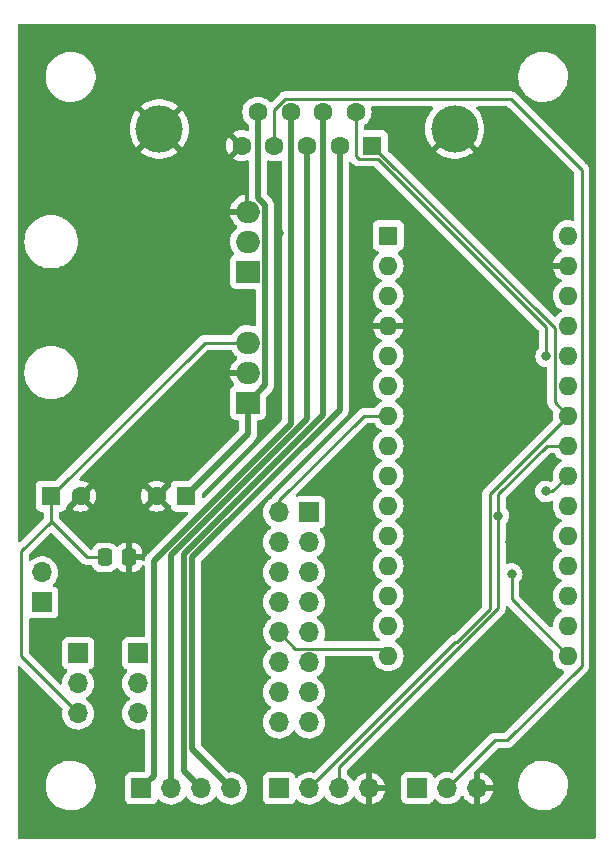
<source format=gbr>
%TF.GenerationSoftware,KiCad,Pcbnew,(6.0.9)*%
%TF.CreationDate,2023-05-08T16:49:11+02:00*%
%TF.ProjectId,onstepPiConnector,6f6e7374-6570-4506-9943-6f6e6e656374,rev?*%
%TF.SameCoordinates,Original*%
%TF.FileFunction,Copper,L1,Top*%
%TF.FilePolarity,Positive*%
%FSLAX46Y46*%
G04 Gerber Fmt 4.6, Leading zero omitted, Abs format (unit mm)*
G04 Created by KiCad (PCBNEW (6.0.9)) date 2023-05-08 16:49:11*
%MOMM*%
%LPD*%
G01*
G04 APERTURE LIST*
G04 Aperture macros list*
%AMRoundRect*
0 Rectangle with rounded corners*
0 $1 Rounding radius*
0 $2 $3 $4 $5 $6 $7 $8 $9 X,Y pos of 4 corners*
0 Add a 4 corners polygon primitive as box body*
4,1,4,$2,$3,$4,$5,$6,$7,$8,$9,$2,$3,0*
0 Add four circle primitives for the rounded corners*
1,1,$1+$1,$2,$3*
1,1,$1+$1,$4,$5*
1,1,$1+$1,$6,$7*
1,1,$1+$1,$8,$9*
0 Add four rect primitives between the rounded corners*
20,1,$1+$1,$2,$3,$4,$5,0*
20,1,$1+$1,$4,$5,$6,$7,0*
20,1,$1+$1,$6,$7,$8,$9,0*
20,1,$1+$1,$8,$9,$2,$3,0*%
G04 Aperture macros list end*
%TA.AperFunction,ComponentPad*%
%ADD10R,1.700000X1.700000*%
%TD*%
%TA.AperFunction,ComponentPad*%
%ADD11O,1.700000X1.700000*%
%TD*%
%TA.AperFunction,ComponentPad*%
%ADD12R,2.000000X1.905000*%
%TD*%
%TA.AperFunction,ComponentPad*%
%ADD13O,2.000000X1.905000*%
%TD*%
%TA.AperFunction,ComponentPad*%
%ADD14C,4.000000*%
%TD*%
%TA.AperFunction,ComponentPad*%
%ADD15R,1.600000X1.600000*%
%TD*%
%TA.AperFunction,ComponentPad*%
%ADD16C,1.600000*%
%TD*%
%TA.AperFunction,SMDPad,CuDef*%
%ADD17RoundRect,0.250000X-0.337500X-0.475000X0.337500X-0.475000X0.337500X0.475000X-0.337500X0.475000X0*%
%TD*%
%TA.AperFunction,ComponentPad*%
%ADD18O,1.600000X1.600000*%
%TD*%
%TA.AperFunction,ViaPad*%
%ADD19C,0.800000*%
%TD*%
%TA.AperFunction,Conductor*%
%ADD20C,0.250000*%
%TD*%
%TA.AperFunction,Conductor*%
%ADD21C,0.500000*%
%TD*%
G04 APERTURE END LIST*
D10*
%TO.P,J2,1,Pin_1*%
%TO.N,Net-(A1-Pad6)*%
X60198000Y-71882000D03*
D11*
%TO.P,J2,2,Pin_2*%
%TO.N,Net-(A1-Pad7)*%
X57658000Y-71882000D03*
%TO.P,J2,3,Pin_3*%
%TO.N,Net-(A1-Pad8)*%
X60198000Y-74422000D03*
%TO.P,J2,4,Pin_4*%
%TO.N,Net-(A1-Pad9)*%
X57658000Y-74422000D03*
%TO.P,J2,5,Pin_5*%
%TO.N,Net-(A1-Pad10)*%
X60198000Y-76962000D03*
%TO.P,J2,6,Pin_6*%
%TO.N,Net-(A1-Pad11)*%
X57658000Y-76962000D03*
%TO.P,J2,7,Pin_7*%
%TO.N,Net-(A1-Pad12)*%
X60198000Y-79502000D03*
%TO.P,J2,8,Pin_8*%
%TO.N,Net-(A1-Pad13)*%
X57658000Y-79502000D03*
%TO.P,J2,9,Pin_9*%
%TO.N,Net-(A1-Pad14)*%
X60198000Y-82042000D03*
%TO.P,J2,10,Pin_10*%
%TO.N,Net-(A1-Pad15)*%
X57658000Y-82042000D03*
%TO.P,J2,11,Pin_11*%
%TO.N,Net-(A1-Pad16)*%
X60198000Y-84582000D03*
%TO.P,J2,12,Pin_12*%
%TO.N,Net-(A1-Pad26)*%
X57658000Y-84582000D03*
%TO.P,J2,13,Pin_13*%
%TO.N,Net-(A1-Pad25)*%
X60198000Y-87122000D03*
%TO.P,J2,14,Pin_14*%
%TO.N,Net-(A1-Pad22)*%
X57658000Y-87122000D03*
%TO.P,J2,15,Pin_15*%
%TO.N,Net-(A1-Pad21)*%
X60198000Y-89662000D03*
%TO.P,J2,16,Pin_16*%
%TO.N,Net-(A1-Pad20)*%
X57658000Y-89662000D03*
%TD*%
D12*
%TO.P,U1,1,IN*%
%TO.N,+12V*%
X55000000Y-62580000D03*
D13*
%TO.P,U1,2,GND*%
%TO.N,GND*%
X55000000Y-60040000D03*
%TO.P,U1,3,OUT*%
%TO.N,+5V*%
X55000000Y-57500000D03*
%TD*%
D12*
%TO.P,Q1,1,G*%
%TO.N,Net-(A1-Pad5)*%
X55000000Y-51500000D03*
D13*
%TO.P,Q1,2,D*%
%TO.N,Net-(J3-Pad2)*%
X55000000Y-48960000D03*
%TO.P,Q1,3,S*%
%TO.N,GND*%
X55000000Y-46420000D03*
%TD*%
D10*
%TO.P,VCC PEC,1,A*%
%TO.N,+3.3V*%
X45720000Y-83820000D03*
D11*
%TO.P,VCC PEC,2,C*%
%TO.N,Net-(J6-Pad1)*%
X45720000Y-86360000D03*
%TO.P,VCC PEC,3,B*%
%TO.N,+5V*%
X45720000Y-88900000D03*
%TD*%
D10*
%TO.P,VCC I2C,1,A*%
%TO.N,+3.3V*%
X40640000Y-83820000D03*
D11*
%TO.P,VCC I2C,2,C*%
%TO.N,Net-(J4-Pad1)*%
X40640000Y-86360000D03*
%TO.P,VCC I2C,3,B*%
%TO.N,+5V*%
X40640000Y-88900000D03*
%TD*%
D10*
%TO.P,PEC,1,Pin_1*%
%TO.N,Net-(J6-Pad1)*%
X69357000Y-95225000D03*
D11*
%TO.P,PEC,2,Pin_2*%
%TO.N,PEC*%
X71897000Y-95225000D03*
%TO.P,PEC,3,Pin_3*%
%TO.N,GND*%
X74437000Y-95225000D03*
%TD*%
%TO.P,Motor,4,Pin_4*%
%TO.N,M2B*%
X53594000Y-95250000D03*
%TO.P,Motor,3,Pin_3*%
%TO.N,M2A*%
X51054000Y-95250000D03*
%TO.P,Motor,2,Pin_2*%
%TO.N,M1A*%
X48514000Y-95250000D03*
D10*
%TO.P,Motor,1,Pin_1*%
%TO.N,M1B*%
X45974000Y-95250000D03*
%TD*%
D11*
%TO.P,I2C,4,Pin_4*%
%TO.N,GND*%
X65278000Y-95250000D03*
%TO.P,I2C,3,Pin_3*%
%TO.N,SDA*%
X62738000Y-95250000D03*
%TO.P,I2C,2,Pin_2*%
%TO.N,SCL*%
X60198000Y-95250000D03*
D10*
%TO.P,I2C,1,Pin_1*%
%TO.N,Net-(J4-Pad1)*%
X57658000Y-95250000D03*
%TD*%
%TO.P,Power,1,Pin_1*%
%TO.N,+12V*%
X37592000Y-79502000D03*
D11*
%TO.P,Power,2,Pin_2*%
%TO.N,Net-(J3-Pad2)*%
X37592000Y-76962000D03*
%TD*%
D14*
%TO.P,J1,0,PAD*%
%TO.N,GND*%
X47510000Y-39410331D03*
X72510000Y-39410331D03*
D15*
%TO.P,J1,1,1*%
%TO.N,SCL*%
X65550000Y-40830331D03*
D16*
%TO.P,J1,2,2*%
%TO.N,M2B*%
X62780000Y-40830331D03*
%TO.P,J1,3,3*%
%TO.N,M1A*%
X60010000Y-40830331D03*
%TO.P,J1,4,4*%
%TO.N,PEC*%
X57240000Y-40830331D03*
%TO.P,J1,5,5*%
%TO.N,GND*%
X54470000Y-40830331D03*
%TO.P,J1,6,6*%
%TO.N,SDA*%
X64165000Y-37990331D03*
%TO.P,J1,7,7*%
%TO.N,M2A*%
X61395000Y-37990331D03*
%TO.P,J1,8,8*%
%TO.N,M1B*%
X58625000Y-37990331D03*
%TO.P,J1,9,9*%
%TO.N,+12V*%
X55855000Y-37990331D03*
%TD*%
D17*
%TO.P,C3,1*%
%TO.N,+5V*%
X42883000Y-75692000D03*
%TO.P,C3,2*%
%TO.N,GND*%
X44958000Y-75692000D03*
%TD*%
D15*
%TO.P,C2,1*%
%TO.N,+5V*%
X38347349Y-70500000D03*
D16*
%TO.P,C2,2*%
%TO.N,GND*%
X40847349Y-70500000D03*
%TD*%
D15*
%TO.P,C1,1*%
%TO.N,+12V*%
X49784000Y-70500000D03*
D16*
%TO.P,C1,2*%
%TO.N,GND*%
X47284000Y-70500000D03*
%TD*%
D15*
%TO.P,A1,1,D1/TX*%
%TO.N,unconnected-(A1-Pad1)*%
X66890000Y-48450000D03*
D18*
%TO.P,A1,2,D0/RX*%
%TO.N,unconnected-(A1-Pad2)*%
X66890000Y-50990000D03*
%TO.P,A1,3,~{RESET}*%
%TO.N,unconnected-(A1-Pad3)*%
X66890000Y-53530000D03*
%TO.P,A1,4,GND*%
%TO.N,GND*%
X66890000Y-56070000D03*
%TO.P,A1,5,D2*%
%TO.N,Net-(A1-Pad5)*%
X66890000Y-58610000D03*
%TO.P,A1,6,D3*%
%TO.N,Net-(A1-Pad6)*%
X66890000Y-61150000D03*
%TO.P,A1,7,D4*%
%TO.N,Net-(A1-Pad7)*%
X66890000Y-63690000D03*
%TO.P,A1,8,D5*%
%TO.N,Net-(A1-Pad8)*%
X66890000Y-66230000D03*
%TO.P,A1,9,D6*%
%TO.N,Net-(A1-Pad9)*%
X66890000Y-68770000D03*
%TO.P,A1,10,D7*%
%TO.N,Net-(A1-Pad10)*%
X66890000Y-71310000D03*
%TO.P,A1,11,D8*%
%TO.N,Net-(A1-Pad11)*%
X66890000Y-73850000D03*
%TO.P,A1,12,D9*%
%TO.N,Net-(A1-Pad12)*%
X66890000Y-76390000D03*
%TO.P,A1,13,D10*%
%TO.N,Net-(A1-Pad13)*%
X66890000Y-78930000D03*
%TO.P,A1,14,D11*%
%TO.N,Net-(A1-Pad14)*%
X66890000Y-81470000D03*
%TO.P,A1,15,D12*%
%TO.N,Net-(A1-Pad15)*%
X66890000Y-84010000D03*
%TO.P,A1,16,D13*%
%TO.N,Net-(A1-Pad16)*%
X82130000Y-84010000D03*
%TO.P,A1,17,3V3*%
%TO.N,+3.3V*%
X82130000Y-81470000D03*
%TO.P,A1,18,AREF*%
%TO.N,unconnected-(A1-Pad18)*%
X82130000Y-78930000D03*
%TO.P,A1,19,A0*%
%TO.N,unconnected-(A1-Pad19)*%
X82130000Y-76390000D03*
%TO.P,A1,20,A1*%
%TO.N,Net-(A1-Pad20)*%
X82130000Y-73850000D03*
%TO.P,A1,21,A2*%
%TO.N,Net-(A1-Pad21)*%
X82130000Y-71310000D03*
%TO.P,A1,22,A3*%
%TO.N,Net-(A1-Pad22)*%
X82130000Y-68770000D03*
%TO.P,A1,23,A4*%
%TO.N,SDA*%
X82130000Y-66230000D03*
%TO.P,A1,24,A5*%
%TO.N,SCL*%
X82130000Y-63690000D03*
%TO.P,A1,25,A6*%
%TO.N,Net-(A1-Pad25)*%
X82130000Y-61150000D03*
%TO.P,A1,26,A7*%
%TO.N,Net-(A1-Pad26)*%
X82130000Y-58610000D03*
%TO.P,A1,27,+5V*%
%TO.N,+5V*%
X82130000Y-56070000D03*
%TO.P,A1,28,~{RESET}*%
%TO.N,unconnected-(A1-Pad28)*%
X82130000Y-53530000D03*
%TO.P,A1,29,GND*%
%TO.N,GND*%
X82130000Y-50990000D03*
%TO.P,A1,30,VIN*%
%TO.N,unconnected-(A1-Pad30)*%
X82130000Y-48450000D03*
%TD*%
D19*
%TO.N,GND*%
X77216000Y-74422000D03*
X80010000Y-79502000D03*
X57658000Y-48260000D03*
X43180000Y-87122000D03*
X43180000Y-85598000D03*
X64770000Y-79756000D03*
X64262000Y-77724000D03*
X63500000Y-88138000D03*
X63500000Y-69850000D03*
X63754000Y-75184000D03*
X63246000Y-66802000D03*
X61468000Y-68580000D03*
X71374000Y-75946000D03*
X71628000Y-69342000D03*
X71628000Y-64770000D03*
%TO.N,SDA*%
X80264000Y-58674000D03*
X76200000Y-72160000D03*
%TO.N,Net-(A1-Pad16)*%
X77347299Y-77093299D03*
%TO.N,Net-(A1-Pad22)*%
X80226500Y-70104000D03*
%TD*%
D20*
%TO.N,PEC*%
X57240000Y-37784340D02*
X57240000Y-40830331D01*
X58159009Y-36865331D02*
X57240000Y-37784340D01*
X77251331Y-36865331D02*
X58159009Y-36865331D01*
X83255000Y-42869000D02*
X77251331Y-36865331D01*
X83255000Y-84893000D02*
X83255000Y-42869000D01*
X76962000Y-91186000D02*
X83255000Y-84893000D01*
X71897000Y-95225000D02*
X75936000Y-91186000D01*
X75936000Y-91186000D02*
X76962000Y-91186000D01*
%TO.N,SCL*%
X75475500Y-70344500D02*
X82130000Y-63690000D01*
X75475500Y-80098810D02*
X75475500Y-70344500D01*
%TO.N,SDA*%
X62738000Y-95250000D02*
X62738000Y-93472000D01*
X62738000Y-93472000D02*
X76200000Y-80010000D01*
%TO.N,SCL*%
X72711811Y-82862499D02*
X75475500Y-80098810D01*
X72585501Y-82862499D02*
X72711811Y-82862499D01*
%TO.N,SDA*%
X76200000Y-80010000D02*
X76200000Y-72160000D01*
%TO.N,SCL*%
X60198000Y-95250000D02*
X72585501Y-82862499D01*
D21*
%TO.N,M2B*%
X50292000Y-91948000D02*
X53594000Y-95250000D01*
X50292000Y-75692000D02*
X50292000Y-91948000D01*
%TO.N,M2A*%
X49592499Y-93788499D02*
X51054000Y-95250000D01*
X49592499Y-75402257D02*
X49592499Y-93788499D01*
%TO.N,M1A*%
X48514000Y-75491512D02*
X48514000Y-95250000D01*
X60010000Y-63995512D02*
X48514000Y-75491512D01*
X60010000Y-40830331D02*
X60010000Y-63995512D01*
%TO.N,M1B*%
X58625000Y-64391268D02*
X58625000Y-37990331D01*
X47020000Y-94204000D02*
X47020000Y-75996268D01*
X45974000Y-95250000D02*
X47020000Y-94204000D01*
X47020000Y-75996268D02*
X58625000Y-64391268D01*
D20*
%TO.N,+5V*%
X38347349Y-72637349D02*
X38347349Y-70500000D01*
X41402000Y-75692000D02*
X38347349Y-72637349D01*
X42883000Y-75692000D02*
X41402000Y-75692000D01*
X35814000Y-75184000D02*
X35814000Y-84074000D01*
X38347349Y-72650651D02*
X35814000Y-75184000D01*
X35814000Y-84074000D02*
X40640000Y-88900000D01*
X38347349Y-70500000D02*
X38347349Y-72650651D01*
%TO.N,Net-(A1-Pad15)*%
X57658000Y-82042000D02*
X59023000Y-83407000D01*
X59023000Y-83407000D02*
X66287000Y-83407000D01*
X66287000Y-83407000D02*
X66890000Y-84010000D01*
%TO.N,Net-(A1-Pad7)*%
X64834000Y-63690000D02*
X66890000Y-63690000D01*
X57658000Y-70866000D02*
X64834000Y-63690000D01*
X57658000Y-71882000D02*
X57658000Y-70866000D01*
%TO.N,SDA*%
X76200000Y-70358000D02*
X80328000Y-66230000D01*
X76200000Y-72160000D02*
X76200000Y-70358000D01*
X80328000Y-66230000D02*
X82130000Y-66230000D01*
X64165000Y-41695331D02*
X64165000Y-37990331D01*
X64425000Y-41955331D02*
X64165000Y-41695331D01*
X66038604Y-41955331D02*
X64425000Y-41955331D01*
X80264000Y-56180727D02*
X66038604Y-41955331D01*
X80264000Y-58674000D02*
X80264000Y-56180727D01*
%TO.N,SCL*%
X81005000Y-62565000D02*
X81005000Y-56285331D01*
X82130000Y-63690000D02*
X81005000Y-62565000D01*
X81005000Y-56285331D02*
X65550000Y-40830331D01*
%TO.N,Net-(A1-Pad22)*%
X80796000Y-70104000D02*
X80226500Y-70104000D01*
X82130000Y-68770000D02*
X80796000Y-70104000D01*
%TO.N,Net-(A1-Pad16)*%
X77347299Y-79227299D02*
X77347299Y-77093299D01*
X82130000Y-84010000D02*
X77347299Y-79227299D01*
%TO.N,+5V*%
X51347349Y-57500000D02*
X55000000Y-57500000D01*
X38347349Y-70500000D02*
X51347349Y-57500000D01*
D21*
%TO.N,+12V*%
X55000000Y-65284000D02*
X49784000Y-70500000D01*
X55000000Y-62580000D02*
X55000000Y-65284000D01*
X56449500Y-61130500D02*
X55000000Y-62580000D01*
X56449500Y-45838565D02*
X56449500Y-61130500D01*
X55855000Y-45244065D02*
X56449500Y-45838565D01*
X55855000Y-37990331D02*
X55855000Y-45244065D01*
%TO.N,M2B*%
X62780000Y-63204000D02*
X50292000Y-75692000D01*
X62780000Y-40830331D02*
X62780000Y-63204000D01*
%TO.N,M2A*%
X61395000Y-63599756D02*
X49592499Y-75402257D01*
X61395000Y-37990331D02*
X61395000Y-63599756D01*
%TD*%
%TA.AperFunction,Conductor*%
%TO.N,GND*%
G36*
X84433621Y-30528502D02*
G01*
X84480114Y-30582158D01*
X84491500Y-30634500D01*
X84491500Y-99365500D01*
X84471498Y-99433621D01*
X84417842Y-99480114D01*
X84365500Y-99491500D01*
X35634500Y-99491500D01*
X35566379Y-99471498D01*
X35519886Y-99417842D01*
X35508500Y-99365500D01*
X35508500Y-95132703D01*
X37890743Y-95132703D01*
X37928268Y-95417734D01*
X38004129Y-95695036D01*
X38005813Y-95698984D01*
X38114173Y-95953028D01*
X38116923Y-95959476D01*
X38161345Y-96033699D01*
X38262001Y-96201883D01*
X38264561Y-96206161D01*
X38444313Y-96430528D01*
X38553960Y-96534579D01*
X38631857Y-96608500D01*
X38652851Y-96628423D01*
X38886317Y-96796186D01*
X38890112Y-96798195D01*
X38890113Y-96798196D01*
X38911869Y-96809715D01*
X39140392Y-96930712D01*
X39410373Y-97029511D01*
X39691264Y-97090755D01*
X39719841Y-97093004D01*
X39914282Y-97108307D01*
X39914291Y-97108307D01*
X39916739Y-97108500D01*
X40072271Y-97108500D01*
X40074407Y-97108354D01*
X40074418Y-97108354D01*
X40282548Y-97094165D01*
X40282554Y-97094164D01*
X40286825Y-97093873D01*
X40291020Y-97093004D01*
X40291022Y-97093004D01*
X40427583Y-97064724D01*
X40568342Y-97035574D01*
X40839343Y-96939607D01*
X41094812Y-96807750D01*
X41098313Y-96805289D01*
X41098317Y-96805287D01*
X41212418Y-96725095D01*
X41330023Y-96642441D01*
X41423468Y-96555606D01*
X41537479Y-96449661D01*
X41537481Y-96449658D01*
X41540622Y-96446740D01*
X41722713Y-96224268D01*
X41872927Y-95979142D01*
X41895408Y-95927930D01*
X41986757Y-95719830D01*
X41988483Y-95715898D01*
X42067244Y-95439406D01*
X42107751Y-95154784D01*
X42107845Y-95136951D01*
X42109235Y-94871583D01*
X42109235Y-94871576D01*
X42109257Y-94867297D01*
X42101204Y-94806124D01*
X42075461Y-94610590D01*
X42071732Y-94582266D01*
X41995871Y-94304964D01*
X41916038Y-94117800D01*
X41884763Y-94044476D01*
X41884761Y-94044472D01*
X41883077Y-94040524D01*
X41795367Y-93893972D01*
X41737643Y-93797521D01*
X41737640Y-93797517D01*
X41735439Y-93793839D01*
X41555687Y-93569472D01*
X41347149Y-93371577D01*
X41113683Y-93203814D01*
X41091843Y-93192250D01*
X41068654Y-93179972D01*
X40859608Y-93069288D01*
X40589627Y-92970489D01*
X40308736Y-92909245D01*
X40277685Y-92906801D01*
X40085718Y-92891693D01*
X40085709Y-92891693D01*
X40083261Y-92891500D01*
X39927729Y-92891500D01*
X39925593Y-92891646D01*
X39925582Y-92891646D01*
X39717452Y-92905835D01*
X39717446Y-92905836D01*
X39713175Y-92906127D01*
X39708980Y-92906996D01*
X39708978Y-92906996D01*
X39572417Y-92935276D01*
X39431658Y-92964426D01*
X39160657Y-93060393D01*
X38905188Y-93192250D01*
X38901687Y-93194711D01*
X38901683Y-93194713D01*
X38787582Y-93274905D01*
X38669977Y-93357559D01*
X38654892Y-93371577D01*
X38544330Y-93474318D01*
X38459378Y-93553260D01*
X38277287Y-93775732D01*
X38127073Y-94020858D01*
X38125347Y-94024791D01*
X38125346Y-94024792D01*
X38085924Y-94114598D01*
X38011517Y-94284102D01*
X38010342Y-94288229D01*
X38010341Y-94288230D01*
X37981717Y-94388717D01*
X37932756Y-94560594D01*
X37926686Y-94603247D01*
X37897813Y-94806124D01*
X37892249Y-94845216D01*
X37892227Y-94849505D01*
X37892226Y-94849512D01*
X37890765Y-95128417D01*
X37890743Y-95132703D01*
X35508500Y-95132703D01*
X35508500Y-84968594D01*
X35528502Y-84900473D01*
X35582158Y-84853980D01*
X35652432Y-84843876D01*
X35717012Y-84873370D01*
X35723595Y-84879499D01*
X39289778Y-88445682D01*
X39323804Y-88507994D01*
X39322100Y-88568448D01*
X39300989Y-88644570D01*
X39300441Y-88649700D01*
X39300440Y-88649704D01*
X39296933Y-88682522D01*
X39277251Y-88866695D01*
X39277548Y-88871848D01*
X39277548Y-88871851D01*
X39283011Y-88966590D01*
X39290110Y-89089715D01*
X39291247Y-89094761D01*
X39291248Y-89094767D01*
X39312275Y-89188069D01*
X39339222Y-89307639D01*
X39423266Y-89514616D01*
X39539987Y-89705088D01*
X39686250Y-89873938D01*
X39858126Y-90016632D01*
X40051000Y-90129338D01*
X40259692Y-90209030D01*
X40264760Y-90210061D01*
X40264763Y-90210062D01*
X40372012Y-90231882D01*
X40478597Y-90253567D01*
X40483772Y-90253757D01*
X40483774Y-90253757D01*
X40696673Y-90261564D01*
X40696677Y-90261564D01*
X40701837Y-90261753D01*
X40706957Y-90261097D01*
X40706959Y-90261097D01*
X40918288Y-90234025D01*
X40918289Y-90234025D01*
X40923416Y-90233368D01*
X40928369Y-90231882D01*
X41132429Y-90170661D01*
X41132434Y-90170659D01*
X41137384Y-90169174D01*
X41337994Y-90070896D01*
X41519860Y-89941173D01*
X41678096Y-89783489D01*
X41715161Y-89731908D01*
X41805435Y-89606277D01*
X41808453Y-89602077D01*
X41907430Y-89401811D01*
X41972370Y-89188069D01*
X42001529Y-88966590D01*
X42001611Y-88963240D01*
X42003074Y-88903365D01*
X42003074Y-88903361D01*
X42003156Y-88900000D01*
X41984852Y-88677361D01*
X41930431Y-88460702D01*
X41841354Y-88255840D01*
X41801906Y-88194862D01*
X41722822Y-88072617D01*
X41722820Y-88072614D01*
X41720014Y-88068277D01*
X41569670Y-87903051D01*
X41565619Y-87899852D01*
X41565615Y-87899848D01*
X41398414Y-87767800D01*
X41398410Y-87767798D01*
X41394359Y-87764598D01*
X41353053Y-87741796D01*
X41303084Y-87691364D01*
X41288312Y-87621921D01*
X41313428Y-87555516D01*
X41340780Y-87528909D01*
X41384603Y-87497650D01*
X41519860Y-87401173D01*
X41678096Y-87243489D01*
X41715161Y-87191908D01*
X41805435Y-87066277D01*
X41808453Y-87062077D01*
X41907430Y-86861811D01*
X41960323Y-86687720D01*
X41970865Y-86653023D01*
X41970865Y-86653021D01*
X41972370Y-86648069D01*
X42001529Y-86426590D01*
X42001611Y-86423240D01*
X42003074Y-86363365D01*
X42003074Y-86363361D01*
X42003156Y-86360000D01*
X41984852Y-86137361D01*
X41930431Y-85920702D01*
X41841354Y-85715840D01*
X41801906Y-85654862D01*
X41722822Y-85532617D01*
X41722820Y-85532614D01*
X41720014Y-85528277D01*
X41716532Y-85524450D01*
X41572798Y-85366488D01*
X41541746Y-85302642D01*
X41550141Y-85232143D01*
X41595317Y-85177375D01*
X41621761Y-85163706D01*
X41728297Y-85123767D01*
X41736705Y-85120615D01*
X41853261Y-85033261D01*
X41940615Y-84916705D01*
X41991745Y-84780316D01*
X41998500Y-84718134D01*
X41998500Y-82921866D01*
X41991745Y-82859684D01*
X41940615Y-82723295D01*
X41853261Y-82606739D01*
X41736705Y-82519385D01*
X41600316Y-82468255D01*
X41538134Y-82461500D01*
X39741866Y-82461500D01*
X39679684Y-82468255D01*
X39543295Y-82519385D01*
X39426739Y-82606739D01*
X39339385Y-82723295D01*
X39288255Y-82859684D01*
X39281500Y-82921866D01*
X39281500Y-84718134D01*
X39288255Y-84780316D01*
X39339385Y-84916705D01*
X39426739Y-85033261D01*
X39543295Y-85120615D01*
X39551704Y-85123767D01*
X39551705Y-85123768D01*
X39660451Y-85164535D01*
X39717216Y-85207176D01*
X39741916Y-85273738D01*
X39726709Y-85343087D01*
X39707316Y-85369568D01*
X39612166Y-85469137D01*
X39580629Y-85502138D01*
X39454743Y-85686680D01*
X39439003Y-85720590D01*
X39378402Y-85851144D01*
X39360688Y-85889305D01*
X39300989Y-86104570D01*
X39277251Y-86326695D01*
X39277548Y-86331851D01*
X39277422Y-86337024D01*
X39275914Y-86336987D01*
X39261410Y-86399485D01*
X39210518Y-86448988D01*
X39140942Y-86463118D01*
X39074771Y-86437389D01*
X39062574Y-86426670D01*
X37881615Y-85245710D01*
X36484405Y-83848500D01*
X36450379Y-83786188D01*
X36447500Y-83759405D01*
X36447500Y-80966496D01*
X36467502Y-80898375D01*
X36521158Y-80851882D01*
X36591432Y-80841778D01*
X36617729Y-80848514D01*
X36624282Y-80850971D01*
X36624288Y-80850973D01*
X36631684Y-80853745D01*
X36693866Y-80860500D01*
X38490134Y-80860500D01*
X38552316Y-80853745D01*
X38688705Y-80802615D01*
X38805261Y-80715261D01*
X38892615Y-80598705D01*
X38943745Y-80462316D01*
X38950500Y-80400134D01*
X38950500Y-78603866D01*
X38943745Y-78541684D01*
X38892615Y-78405295D01*
X38805261Y-78288739D01*
X38688705Y-78201385D01*
X38661905Y-78191338D01*
X38570203Y-78156960D01*
X38513439Y-78114318D01*
X38488739Y-78047756D01*
X38503947Y-77978408D01*
X38525493Y-77949727D01*
X38626435Y-77849137D01*
X38630096Y-77845489D01*
X38665785Y-77795823D01*
X38757435Y-77668277D01*
X38760453Y-77664077D01*
X38781320Y-77621857D01*
X38857136Y-77468453D01*
X38857137Y-77468451D01*
X38859430Y-77463811D01*
X38924370Y-77250069D01*
X38953529Y-77028590D01*
X38955156Y-76962000D01*
X38936852Y-76739361D01*
X38882431Y-76522702D01*
X38793354Y-76317840D01*
X38728990Y-76218348D01*
X38674822Y-76134617D01*
X38674820Y-76134614D01*
X38672014Y-76130277D01*
X38521670Y-75965051D01*
X38517619Y-75961852D01*
X38517615Y-75961848D01*
X38350414Y-75829800D01*
X38350410Y-75829798D01*
X38346359Y-75826598D01*
X38150789Y-75718638D01*
X38145920Y-75716914D01*
X38145916Y-75716912D01*
X37945087Y-75645795D01*
X37945083Y-75645794D01*
X37940212Y-75644069D01*
X37935119Y-75643162D01*
X37935116Y-75643161D01*
X37725373Y-75605800D01*
X37725367Y-75605799D01*
X37720284Y-75604894D01*
X37646452Y-75603992D01*
X37502081Y-75602228D01*
X37502079Y-75602228D01*
X37496911Y-75602165D01*
X37276091Y-75635955D01*
X37063756Y-75705357D01*
X36865607Y-75808507D01*
X36861474Y-75811610D01*
X36861471Y-75811612D01*
X36691100Y-75939530D01*
X36686965Y-75942635D01*
X36682153Y-75947671D01*
X36664594Y-75966045D01*
X36603070Y-76001475D01*
X36532157Y-75998018D01*
X36474371Y-75956772D01*
X36448057Y-75890832D01*
X36447500Y-75878994D01*
X36447500Y-75498594D01*
X36467502Y-75430473D01*
X36484405Y-75409499D01*
X38264905Y-73628999D01*
X38327217Y-73594973D01*
X38398032Y-73600038D01*
X38443095Y-73628999D01*
X39673452Y-74859357D01*
X40898348Y-76084253D01*
X40905888Y-76092539D01*
X40910000Y-76099018D01*
X40915777Y-76104443D01*
X40959651Y-76145643D01*
X40962493Y-76148398D01*
X40982230Y-76168135D01*
X40985427Y-76170615D01*
X40994447Y-76178318D01*
X41026679Y-76208586D01*
X41033625Y-76212405D01*
X41033628Y-76212407D01*
X41044434Y-76218348D01*
X41060953Y-76229199D01*
X41076959Y-76241614D01*
X41084228Y-76244759D01*
X41084232Y-76244762D01*
X41117537Y-76259174D01*
X41128187Y-76264391D01*
X41166940Y-76285695D01*
X41174615Y-76287666D01*
X41174616Y-76287666D01*
X41186562Y-76290733D01*
X41205266Y-76297137D01*
X41210718Y-76299496D01*
X41223855Y-76305181D01*
X41231678Y-76306420D01*
X41231688Y-76306423D01*
X41267524Y-76312099D01*
X41279144Y-76314505D01*
X41314289Y-76323528D01*
X41321970Y-76325500D01*
X41342224Y-76325500D01*
X41361934Y-76327051D01*
X41381943Y-76330220D01*
X41389835Y-76329474D01*
X41425961Y-76326059D01*
X41437819Y-76325500D01*
X41707962Y-76325500D01*
X41776083Y-76345502D01*
X41822576Y-76399158D01*
X41827486Y-76411624D01*
X41853950Y-76490946D01*
X41947022Y-76641348D01*
X42072197Y-76766305D01*
X42078427Y-76770145D01*
X42078428Y-76770146D01*
X42215788Y-76854816D01*
X42222762Y-76859115D01*
X42302505Y-76885564D01*
X42384111Y-76912632D01*
X42384113Y-76912632D01*
X42390639Y-76914797D01*
X42397475Y-76915497D01*
X42397478Y-76915498D01*
X42440531Y-76919909D01*
X42495100Y-76925500D01*
X43270900Y-76925500D01*
X43274146Y-76925163D01*
X43274150Y-76925163D01*
X43369808Y-76915238D01*
X43369812Y-76915237D01*
X43376666Y-76914526D01*
X43383202Y-76912345D01*
X43383204Y-76912345D01*
X43515306Y-76868272D01*
X43544446Y-76858550D01*
X43694848Y-76765478D01*
X43819805Y-76640303D01*
X43822602Y-76635765D01*
X43879853Y-76595176D01*
X43950776Y-76591946D01*
X44012187Y-76627572D01*
X44019562Y-76636068D01*
X44027598Y-76646207D01*
X44142329Y-76760739D01*
X44153740Y-76769751D01*
X44291743Y-76854816D01*
X44304924Y-76860963D01*
X44459210Y-76912138D01*
X44472586Y-76915005D01*
X44566938Y-76924672D01*
X44573354Y-76925000D01*
X44685885Y-76925000D01*
X44701124Y-76920525D01*
X44702329Y-76919135D01*
X44704000Y-76911452D01*
X44704000Y-75419885D01*
X45212000Y-75419885D01*
X45216475Y-75435124D01*
X45217865Y-75436329D01*
X45225548Y-75438000D01*
X46035384Y-75438000D01*
X46050623Y-75433525D01*
X46051828Y-75432135D01*
X46053499Y-75424452D01*
X46053499Y-75169905D01*
X46053162Y-75163386D01*
X46043243Y-75067794D01*
X46040351Y-75054400D01*
X45988912Y-74900216D01*
X45982739Y-74887038D01*
X45897437Y-74749193D01*
X45888401Y-74737792D01*
X45773671Y-74623261D01*
X45762260Y-74614249D01*
X45624257Y-74529184D01*
X45611076Y-74523037D01*
X45456790Y-74471862D01*
X45443414Y-74468995D01*
X45349062Y-74459328D01*
X45342645Y-74459000D01*
X45230115Y-74459000D01*
X45214876Y-74463475D01*
X45213671Y-74464865D01*
X45212000Y-74472548D01*
X45212000Y-75419885D01*
X44704000Y-75419885D01*
X44704000Y-74477116D01*
X44699525Y-74461877D01*
X44698135Y-74460672D01*
X44690452Y-74459001D01*
X44573405Y-74459001D01*
X44566886Y-74459338D01*
X44471294Y-74469257D01*
X44457900Y-74472149D01*
X44303716Y-74523588D01*
X44290538Y-74529761D01*
X44152693Y-74615063D01*
X44141292Y-74624099D01*
X44026762Y-74738828D01*
X44019706Y-74747762D01*
X43961788Y-74788823D01*
X43890865Y-74792053D01*
X43829454Y-74756426D01*
X43822654Y-74748593D01*
X43818978Y-74742652D01*
X43693803Y-74617695D01*
X43654706Y-74593595D01*
X43549468Y-74528725D01*
X43549466Y-74528724D01*
X43543238Y-74524885D01*
X43443815Y-74491908D01*
X43381889Y-74471368D01*
X43381887Y-74471368D01*
X43375361Y-74469203D01*
X43368525Y-74468503D01*
X43368522Y-74468502D01*
X43325469Y-74464091D01*
X43270900Y-74458500D01*
X42495100Y-74458500D01*
X42491854Y-74458837D01*
X42491850Y-74458837D01*
X42396192Y-74468762D01*
X42396188Y-74468763D01*
X42389334Y-74469474D01*
X42382798Y-74471655D01*
X42382796Y-74471655D01*
X42264095Y-74511257D01*
X42221554Y-74525450D01*
X42071152Y-74618522D01*
X41946195Y-74743697D01*
X41853385Y-74894262D01*
X41829698Y-74965677D01*
X41789268Y-75024038D01*
X41723704Y-75051275D01*
X41653823Y-75038742D01*
X41621010Y-75015106D01*
X39017754Y-72411849D01*
X38983728Y-72349537D01*
X38980849Y-72322754D01*
X38980849Y-71934500D01*
X39000851Y-71866379D01*
X39054507Y-71819886D01*
X39106849Y-71808500D01*
X39195483Y-71808500D01*
X39257665Y-71801745D01*
X39394054Y-71750615D01*
X39510610Y-71663261D01*
X39568468Y-71586062D01*
X40125842Y-71586062D01*
X40135138Y-71598077D01*
X40186343Y-71633931D01*
X40195838Y-71639414D01*
X40393296Y-71731490D01*
X40403588Y-71735236D01*
X40614037Y-71791625D01*
X40624830Y-71793528D01*
X40841874Y-71812517D01*
X40852824Y-71812517D01*
X41069868Y-71793528D01*
X41080661Y-71791625D01*
X41291110Y-71735236D01*
X41301402Y-71731490D01*
X41498860Y-71639414D01*
X41508355Y-71633931D01*
X41560397Y-71597491D01*
X41568773Y-71587012D01*
X41568274Y-71586062D01*
X46562493Y-71586062D01*
X46571789Y-71598077D01*
X46622994Y-71633931D01*
X46632489Y-71639414D01*
X46829947Y-71731490D01*
X46840239Y-71735236D01*
X47050688Y-71791625D01*
X47061481Y-71793528D01*
X47278525Y-71812517D01*
X47289475Y-71812517D01*
X47506519Y-71793528D01*
X47517312Y-71791625D01*
X47727761Y-71735236D01*
X47738053Y-71731490D01*
X47935511Y-71639414D01*
X47945006Y-71633931D01*
X47997048Y-71597491D01*
X48005424Y-71587012D01*
X47998356Y-71573566D01*
X47296812Y-70872022D01*
X47282868Y-70864408D01*
X47281035Y-70864539D01*
X47274420Y-70868790D01*
X46568923Y-71574287D01*
X46562493Y-71586062D01*
X41568274Y-71586062D01*
X41561705Y-71573566D01*
X40860161Y-70872022D01*
X40846217Y-70864408D01*
X40844384Y-70864539D01*
X40837769Y-70868790D01*
X40132272Y-71574287D01*
X40125842Y-71586062D01*
X39568468Y-71586062D01*
X39597964Y-71546705D01*
X39649094Y-71410316D01*
X39655849Y-71348134D01*
X39655849Y-71344815D01*
X39679502Y-71277890D01*
X39725505Y-71242196D01*
X39724490Y-71240266D01*
X39735349Y-71234558D01*
X39735594Y-71234368D01*
X39735752Y-71234347D01*
X39773783Y-71214356D01*
X40487007Y-70501132D01*
X41211757Y-70501132D01*
X41211888Y-70502965D01*
X41216139Y-70509580D01*
X41921636Y-71215077D01*
X41933411Y-71221507D01*
X41945426Y-71212211D01*
X41981280Y-71161006D01*
X41986763Y-71151511D01*
X42078839Y-70954053D01*
X42082585Y-70943761D01*
X42138974Y-70733312D01*
X42140877Y-70722519D01*
X42159866Y-70505475D01*
X45971483Y-70505475D01*
X45990472Y-70722519D01*
X45992375Y-70733312D01*
X46048764Y-70943761D01*
X46052510Y-70954053D01*
X46144586Y-71151511D01*
X46150069Y-71161006D01*
X46186509Y-71213048D01*
X46196988Y-71221424D01*
X46210434Y-71214356D01*
X46911978Y-70512812D01*
X46919592Y-70498868D01*
X46919461Y-70497035D01*
X46915210Y-70490420D01*
X46209713Y-69784923D01*
X46197938Y-69778493D01*
X46185923Y-69787789D01*
X46150069Y-69838994D01*
X46144586Y-69848489D01*
X46052510Y-70045947D01*
X46048764Y-70056239D01*
X45992375Y-70266688D01*
X45990472Y-70277481D01*
X45971483Y-70494525D01*
X45971483Y-70505475D01*
X42159866Y-70505475D01*
X42159866Y-70494525D01*
X42140877Y-70277481D01*
X42138974Y-70266688D01*
X42082585Y-70056239D01*
X42078839Y-70045947D01*
X41986763Y-69848489D01*
X41981280Y-69838994D01*
X41944840Y-69786952D01*
X41934361Y-69778576D01*
X41920915Y-69785644D01*
X41219371Y-70487188D01*
X41211757Y-70501132D01*
X40487007Y-70501132D01*
X41562426Y-69425713D01*
X41568856Y-69413938D01*
X41568121Y-69412988D01*
X46562576Y-69412988D01*
X46569644Y-69426434D01*
X47271188Y-70127978D01*
X47285132Y-70135592D01*
X47286965Y-70135461D01*
X47293580Y-70131210D01*
X47999077Y-69425713D01*
X48005507Y-69413938D01*
X47996211Y-69401923D01*
X47945006Y-69366069D01*
X47935511Y-69360586D01*
X47738053Y-69268510D01*
X47727761Y-69264764D01*
X47517312Y-69208375D01*
X47506519Y-69206472D01*
X47289475Y-69187483D01*
X47278525Y-69187483D01*
X47061481Y-69206472D01*
X47050688Y-69208375D01*
X46840239Y-69264764D01*
X46829947Y-69268510D01*
X46632489Y-69360586D01*
X46622994Y-69366069D01*
X46570952Y-69402509D01*
X46562576Y-69412988D01*
X41568121Y-69412988D01*
X41559560Y-69401923D01*
X41508355Y-69366069D01*
X41498860Y-69360586D01*
X41301402Y-69268510D01*
X41291110Y-69264764D01*
X41080661Y-69208375D01*
X41069869Y-69206472D01*
X40848847Y-69187135D01*
X40782729Y-69161272D01*
X40741090Y-69103768D01*
X40737149Y-69032881D01*
X40770734Y-68972519D01*
X51572848Y-58170405D01*
X51635160Y-58136379D01*
X51661943Y-58133500D01*
X53558629Y-58133500D01*
X53626750Y-58153502D01*
X53670392Y-58201320D01*
X53711975Y-58281200D01*
X53715078Y-58285333D01*
X53715080Y-58285336D01*
X53791707Y-58387393D01*
X53856223Y-58473320D01*
X53859961Y-58476892D01*
X54004980Y-58615475D01*
X54029912Y-58639301D01*
X54067351Y-58664840D01*
X54112352Y-58719751D01*
X54120523Y-58790275D01*
X54089269Y-58854022D01*
X54064790Y-58874716D01*
X54062674Y-58876085D01*
X54054502Y-58882378D01*
X53884520Y-59037050D01*
X53877494Y-59044583D01*
X53735055Y-59224944D01*
X53729350Y-59233531D01*
X53618286Y-59434722D01*
X53614056Y-59444134D01*
X53537341Y-59660768D01*
X53534707Y-59670739D01*
X53517353Y-59768163D01*
X53518813Y-59781460D01*
X53533370Y-59786000D01*
X55128000Y-59786000D01*
X55196121Y-59806002D01*
X55242614Y-59859658D01*
X55254000Y-59912000D01*
X55254000Y-60168000D01*
X55233998Y-60236121D01*
X55180342Y-60282614D01*
X55128000Y-60294000D01*
X53531904Y-60294000D01*
X53518560Y-60297918D01*
X53516573Y-60312194D01*
X53526110Y-60374515D01*
X53528499Y-60384543D01*
X53599898Y-60602988D01*
X53603895Y-60612497D01*
X53710011Y-60816344D01*
X53715500Y-60825061D01*
X53828902Y-60976099D01*
X53853807Y-61042584D01*
X53838814Y-61111980D01*
X53788684Y-61162253D01*
X53772375Y-61169732D01*
X53753295Y-61176885D01*
X53636739Y-61264239D01*
X53549385Y-61380795D01*
X53498255Y-61517184D01*
X53491500Y-61579366D01*
X53491500Y-63580634D01*
X53498255Y-63642816D01*
X53549385Y-63779205D01*
X53636739Y-63895761D01*
X53753295Y-63983115D01*
X53889684Y-64034245D01*
X53951866Y-64041000D01*
X54115500Y-64041000D01*
X54183621Y-64061002D01*
X54230114Y-64114658D01*
X54241500Y-64167000D01*
X54241500Y-64917629D01*
X54221498Y-64985750D01*
X54204595Y-65006724D01*
X50056724Y-69154595D01*
X49994412Y-69188621D01*
X49967629Y-69191500D01*
X48935866Y-69191500D01*
X48873684Y-69198255D01*
X48737295Y-69249385D01*
X48620739Y-69336739D01*
X48533385Y-69453295D01*
X48482255Y-69589684D01*
X48475500Y-69651866D01*
X48475500Y-69655185D01*
X48451847Y-69722110D01*
X48405844Y-69757804D01*
X48406859Y-69759734D01*
X48396000Y-69765442D01*
X48395755Y-69765632D01*
X48395597Y-69765653D01*
X48357566Y-69785644D01*
X47656022Y-70487188D01*
X47648408Y-70501132D01*
X47648539Y-70502965D01*
X47652790Y-70509580D01*
X48358287Y-71215077D01*
X48400029Y-71237871D01*
X48410029Y-71240047D01*
X48460227Y-71290253D01*
X48475451Y-71343814D01*
X48475500Y-71344717D01*
X48475500Y-71348134D01*
X48482255Y-71410316D01*
X48533385Y-71546705D01*
X48620739Y-71663261D01*
X48737295Y-71750615D01*
X48873684Y-71801745D01*
X48935866Y-71808500D01*
X49830897Y-71808500D01*
X49899018Y-71828502D01*
X49945511Y-71882158D01*
X49955615Y-71952432D01*
X49926121Y-72017012D01*
X49919992Y-72023595D01*
X46531089Y-75412498D01*
X46516677Y-75424884D01*
X46505082Y-75433417D01*
X46505077Y-75433422D01*
X46499182Y-75437760D01*
X46494443Y-75443338D01*
X46494440Y-75443341D01*
X46464965Y-75478036D01*
X46458035Y-75485552D01*
X46452340Y-75491247D01*
X46450060Y-75494129D01*
X46434719Y-75513519D01*
X46431928Y-75516923D01*
X46403648Y-75550211D01*
X46384667Y-75572553D01*
X46381339Y-75579069D01*
X46377972Y-75584118D01*
X46374805Y-75589247D01*
X46370266Y-75594984D01*
X46339345Y-75661143D01*
X46337442Y-75665037D01*
X46304231Y-75730076D01*
X46302492Y-75737184D01*
X46300393Y-75742827D01*
X46298476Y-75748590D01*
X46295378Y-75755218D01*
X46293888Y-75762380D01*
X46293888Y-75762381D01*
X46280514Y-75826680D01*
X46279543Y-75830970D01*
X46264436Y-75892707D01*
X46228816Y-75954121D01*
X46165647Y-75986528D01*
X46094986Y-75979639D01*
X46059534Y-75957982D01*
X46047635Y-75947671D01*
X46039952Y-75946000D01*
X45230115Y-75946000D01*
X45214876Y-75950475D01*
X45213671Y-75951865D01*
X45212000Y-75959548D01*
X45212000Y-76906884D01*
X45216475Y-76922123D01*
X45217865Y-76923328D01*
X45225548Y-76924999D01*
X45342595Y-76924999D01*
X45349114Y-76924662D01*
X45444706Y-76914743D01*
X45458100Y-76911851D01*
X45612284Y-76860412D01*
X45625462Y-76854239D01*
X45763307Y-76768937D01*
X45774708Y-76759901D01*
X45889239Y-76645171D01*
X45898251Y-76633760D01*
X45983316Y-76495757D01*
X45989464Y-76482574D01*
X46015907Y-76402851D01*
X46056338Y-76344491D01*
X46121902Y-76317254D01*
X46191784Y-76329788D01*
X46243795Y-76378112D01*
X46261500Y-76442518D01*
X46261500Y-82335500D01*
X46241498Y-82403621D01*
X46187842Y-82450114D01*
X46135500Y-82461500D01*
X44821866Y-82461500D01*
X44759684Y-82468255D01*
X44623295Y-82519385D01*
X44506739Y-82606739D01*
X44419385Y-82723295D01*
X44368255Y-82859684D01*
X44361500Y-82921866D01*
X44361500Y-84718134D01*
X44368255Y-84780316D01*
X44419385Y-84916705D01*
X44506739Y-85033261D01*
X44623295Y-85120615D01*
X44631704Y-85123767D01*
X44631705Y-85123768D01*
X44740451Y-85164535D01*
X44797216Y-85207176D01*
X44821916Y-85273738D01*
X44806709Y-85343087D01*
X44787316Y-85369568D01*
X44692166Y-85469137D01*
X44660629Y-85502138D01*
X44534743Y-85686680D01*
X44519003Y-85720590D01*
X44458402Y-85851144D01*
X44440688Y-85889305D01*
X44380989Y-86104570D01*
X44357251Y-86326695D01*
X44357548Y-86331848D01*
X44357548Y-86331851D01*
X44363011Y-86426590D01*
X44370110Y-86549715D01*
X44371247Y-86554761D01*
X44371248Y-86554767D01*
X44392275Y-86648069D01*
X44419222Y-86767639D01*
X44503266Y-86974616D01*
X44619987Y-87165088D01*
X44766250Y-87333938D01*
X44938126Y-87476632D01*
X45008595Y-87517811D01*
X45011445Y-87519476D01*
X45060169Y-87571114D01*
X45073240Y-87640897D01*
X45046509Y-87706669D01*
X45006055Y-87740027D01*
X44993607Y-87746507D01*
X44989474Y-87749610D01*
X44989471Y-87749612D01*
X44884699Y-87828277D01*
X44814965Y-87880635D01*
X44811393Y-87884373D01*
X44692166Y-88009137D01*
X44660629Y-88042138D01*
X44534743Y-88226680D01*
X44519003Y-88260590D01*
X44458402Y-88391144D01*
X44440688Y-88429305D01*
X44380989Y-88644570D01*
X44357251Y-88866695D01*
X44357548Y-88871848D01*
X44357548Y-88871851D01*
X44363011Y-88966590D01*
X44370110Y-89089715D01*
X44371247Y-89094761D01*
X44371248Y-89094767D01*
X44392275Y-89188069D01*
X44419222Y-89307639D01*
X44503266Y-89514616D01*
X44619987Y-89705088D01*
X44766250Y-89873938D01*
X44938126Y-90016632D01*
X45131000Y-90129338D01*
X45339692Y-90209030D01*
X45344760Y-90210061D01*
X45344763Y-90210062D01*
X45452012Y-90231882D01*
X45558597Y-90253567D01*
X45563772Y-90253757D01*
X45563774Y-90253757D01*
X45776673Y-90261564D01*
X45776677Y-90261564D01*
X45781837Y-90261753D01*
X45786957Y-90261097D01*
X45786959Y-90261097D01*
X45998288Y-90234025D01*
X45998289Y-90234025D01*
X46003416Y-90233368D01*
X46008367Y-90231883D01*
X46008370Y-90231882D01*
X46099293Y-90204604D01*
X46170288Y-90204188D01*
X46230239Y-90242220D01*
X46260110Y-90306627D01*
X46261500Y-90325290D01*
X46261500Y-93765500D01*
X46241498Y-93833621D01*
X46187842Y-93880114D01*
X46135500Y-93891500D01*
X45075866Y-93891500D01*
X45013684Y-93898255D01*
X44877295Y-93949385D01*
X44760739Y-94036739D01*
X44673385Y-94153295D01*
X44622255Y-94289684D01*
X44615500Y-94351866D01*
X44615500Y-96148134D01*
X44622255Y-96210316D01*
X44673385Y-96346705D01*
X44760739Y-96463261D01*
X44877295Y-96550615D01*
X45013684Y-96601745D01*
X45075866Y-96608500D01*
X46872134Y-96608500D01*
X46934316Y-96601745D01*
X47070705Y-96550615D01*
X47187261Y-96463261D01*
X47274615Y-96346705D01*
X47296799Y-96287529D01*
X47318598Y-96229382D01*
X47361240Y-96172618D01*
X47427802Y-96147918D01*
X47497150Y-96163126D01*
X47531817Y-96191114D01*
X47560250Y-96223938D01*
X47732126Y-96366632D01*
X47925000Y-96479338D01*
X47929825Y-96481180D01*
X47929826Y-96481181D01*
X48002612Y-96508975D01*
X48133692Y-96559030D01*
X48138760Y-96560061D01*
X48138763Y-96560062D01*
X48233862Y-96579410D01*
X48352597Y-96603567D01*
X48357772Y-96603757D01*
X48357774Y-96603757D01*
X48570673Y-96611564D01*
X48570677Y-96611564D01*
X48575837Y-96611753D01*
X48580957Y-96611097D01*
X48580959Y-96611097D01*
X48792288Y-96584025D01*
X48792289Y-96584025D01*
X48797416Y-96583368D01*
X48802366Y-96581883D01*
X49006429Y-96520661D01*
X49006434Y-96520659D01*
X49011384Y-96519174D01*
X49211994Y-96420896D01*
X49393860Y-96291173D01*
X49416320Y-96268792D01*
X49494268Y-96191115D01*
X49552096Y-96133489D01*
X49567673Y-96111812D01*
X49682453Y-95952077D01*
X49683776Y-95953028D01*
X49730645Y-95909857D01*
X49800580Y-95897625D01*
X49866026Y-95925144D01*
X49893875Y-95956994D01*
X49953987Y-96055088D01*
X50100250Y-96223938D01*
X50272126Y-96366632D01*
X50465000Y-96479338D01*
X50469825Y-96481180D01*
X50469826Y-96481181D01*
X50542612Y-96508975D01*
X50673692Y-96559030D01*
X50678760Y-96560061D01*
X50678763Y-96560062D01*
X50773862Y-96579410D01*
X50892597Y-96603567D01*
X50897772Y-96603757D01*
X50897774Y-96603757D01*
X51110673Y-96611564D01*
X51110677Y-96611564D01*
X51115837Y-96611753D01*
X51120957Y-96611097D01*
X51120959Y-96611097D01*
X51332288Y-96584025D01*
X51332289Y-96584025D01*
X51337416Y-96583368D01*
X51342366Y-96581883D01*
X51546429Y-96520661D01*
X51546434Y-96520659D01*
X51551384Y-96519174D01*
X51751994Y-96420896D01*
X51933860Y-96291173D01*
X51956320Y-96268792D01*
X52034268Y-96191115D01*
X52092096Y-96133489D01*
X52107673Y-96111812D01*
X52222453Y-95952077D01*
X52223776Y-95953028D01*
X52270645Y-95909857D01*
X52340580Y-95897625D01*
X52406026Y-95925144D01*
X52433875Y-95956994D01*
X52493987Y-96055088D01*
X52640250Y-96223938D01*
X52812126Y-96366632D01*
X53005000Y-96479338D01*
X53009825Y-96481180D01*
X53009826Y-96481181D01*
X53082612Y-96508975D01*
X53213692Y-96559030D01*
X53218760Y-96560061D01*
X53218763Y-96560062D01*
X53313862Y-96579410D01*
X53432597Y-96603567D01*
X53437772Y-96603757D01*
X53437774Y-96603757D01*
X53650673Y-96611564D01*
X53650677Y-96611564D01*
X53655837Y-96611753D01*
X53660957Y-96611097D01*
X53660959Y-96611097D01*
X53872288Y-96584025D01*
X53872289Y-96584025D01*
X53877416Y-96583368D01*
X53882366Y-96581883D01*
X54086429Y-96520661D01*
X54086434Y-96520659D01*
X54091384Y-96519174D01*
X54291994Y-96420896D01*
X54473860Y-96291173D01*
X54496320Y-96268792D01*
X54574268Y-96191115D01*
X54632096Y-96133489D01*
X54647673Y-96111812D01*
X54759435Y-95956277D01*
X54762453Y-95952077D01*
X54772618Y-95931511D01*
X54859136Y-95756453D01*
X54859137Y-95756451D01*
X54861430Y-95751811D01*
X54926370Y-95538069D01*
X54955529Y-95316590D01*
X54957156Y-95250000D01*
X54938852Y-95027361D01*
X54884431Y-94810702D01*
X54795354Y-94605840D01*
X54674014Y-94418277D01*
X54523670Y-94253051D01*
X54519619Y-94249852D01*
X54519615Y-94249848D01*
X54352414Y-94117800D01*
X54352410Y-94117798D01*
X54348359Y-94114598D01*
X54343831Y-94112098D01*
X54265972Y-94069118D01*
X54152789Y-94006638D01*
X54147920Y-94004914D01*
X54147916Y-94004912D01*
X53947087Y-93933795D01*
X53947083Y-93933794D01*
X53942212Y-93932069D01*
X53937119Y-93931162D01*
X53937116Y-93931161D01*
X53727373Y-93893800D01*
X53727367Y-93893799D01*
X53722284Y-93892894D01*
X53651770Y-93892033D01*
X53504082Y-93890228D01*
X53504080Y-93890228D01*
X53498911Y-93890165D01*
X53464490Y-93895432D01*
X53395385Y-93906006D01*
X53325023Y-93896538D01*
X53287232Y-93870551D01*
X51087405Y-91670724D01*
X51053379Y-91608412D01*
X51050500Y-91581629D01*
X51050500Y-89628695D01*
X56295251Y-89628695D01*
X56295548Y-89633848D01*
X56295548Y-89633851D01*
X56307812Y-89846547D01*
X56308110Y-89851715D01*
X56309247Y-89856761D01*
X56309248Y-89856767D01*
X56328946Y-89944171D01*
X56357222Y-90069639D01*
X56411856Y-90204188D01*
X56423102Y-90231882D01*
X56441266Y-90276616D01*
X56492019Y-90359438D01*
X56555291Y-90462688D01*
X56557987Y-90467088D01*
X56704250Y-90635938D01*
X56876126Y-90778632D01*
X57069000Y-90891338D01*
X57277692Y-90971030D01*
X57282760Y-90972061D01*
X57282763Y-90972062D01*
X57390017Y-90993883D01*
X57496597Y-91015567D01*
X57501772Y-91015757D01*
X57501774Y-91015757D01*
X57714673Y-91023564D01*
X57714677Y-91023564D01*
X57719837Y-91023753D01*
X57724957Y-91023097D01*
X57724959Y-91023097D01*
X57936288Y-90996025D01*
X57936289Y-90996025D01*
X57941416Y-90995368D01*
X57946366Y-90993883D01*
X58150429Y-90932661D01*
X58150434Y-90932659D01*
X58155384Y-90931174D01*
X58355994Y-90832896D01*
X58537860Y-90703173D01*
X58554023Y-90687067D01*
X58657651Y-90583800D01*
X58696096Y-90545489D01*
X58755594Y-90462689D01*
X58826453Y-90364077D01*
X58827776Y-90365028D01*
X58874645Y-90321857D01*
X58944580Y-90309625D01*
X59010026Y-90337144D01*
X59037875Y-90368994D01*
X59097987Y-90467088D01*
X59244250Y-90635938D01*
X59416126Y-90778632D01*
X59609000Y-90891338D01*
X59817692Y-90971030D01*
X59822760Y-90972061D01*
X59822763Y-90972062D01*
X59930017Y-90993883D01*
X60036597Y-91015567D01*
X60041772Y-91015757D01*
X60041774Y-91015757D01*
X60254673Y-91023564D01*
X60254677Y-91023564D01*
X60259837Y-91023753D01*
X60264957Y-91023097D01*
X60264959Y-91023097D01*
X60476288Y-90996025D01*
X60476289Y-90996025D01*
X60481416Y-90995368D01*
X60486366Y-90993883D01*
X60690429Y-90932661D01*
X60690434Y-90932659D01*
X60695384Y-90931174D01*
X60895994Y-90832896D01*
X61077860Y-90703173D01*
X61094023Y-90687067D01*
X61197651Y-90583800D01*
X61236096Y-90545489D01*
X61295594Y-90462689D01*
X61363435Y-90368277D01*
X61366453Y-90364077D01*
X61387320Y-90321857D01*
X61463136Y-90168453D01*
X61463137Y-90168451D01*
X61465430Y-90163811D01*
X61530370Y-89950069D01*
X61559529Y-89728590D01*
X61561156Y-89662000D01*
X61542852Y-89439361D01*
X61488431Y-89222702D01*
X61399354Y-89017840D01*
X61320950Y-88896646D01*
X61280822Y-88834617D01*
X61280820Y-88834614D01*
X61278014Y-88830277D01*
X61127670Y-88665051D01*
X61123619Y-88661852D01*
X61123615Y-88661848D01*
X60956414Y-88529800D01*
X60956410Y-88529798D01*
X60952359Y-88526598D01*
X60911053Y-88503796D01*
X60861084Y-88453364D01*
X60846312Y-88383921D01*
X60871428Y-88317516D01*
X60898780Y-88290909D01*
X60954041Y-88251492D01*
X61077860Y-88163173D01*
X61236096Y-88005489D01*
X61295594Y-87922689D01*
X61363435Y-87828277D01*
X61366453Y-87824077D01*
X61387320Y-87781857D01*
X61463136Y-87628453D01*
X61463137Y-87628451D01*
X61465430Y-87623811D01*
X61530370Y-87410069D01*
X61559529Y-87188590D01*
X61561156Y-87122000D01*
X61542852Y-86899361D01*
X61488431Y-86682702D01*
X61399354Y-86477840D01*
X61308232Y-86336987D01*
X61280822Y-86294617D01*
X61280820Y-86294614D01*
X61278014Y-86290277D01*
X61127670Y-86125051D01*
X61123619Y-86121852D01*
X61123615Y-86121848D01*
X60956414Y-85989800D01*
X60956410Y-85989798D01*
X60952359Y-85986598D01*
X60911053Y-85963796D01*
X60861084Y-85913364D01*
X60846312Y-85843921D01*
X60871428Y-85777516D01*
X60898780Y-85750909D01*
X60954041Y-85711492D01*
X61077860Y-85623173D01*
X61236096Y-85465489D01*
X61295594Y-85382689D01*
X61363435Y-85288277D01*
X61366453Y-85284077D01*
X61377675Y-85261372D01*
X61463136Y-85088453D01*
X61463137Y-85088451D01*
X61465430Y-85083811D01*
X61517309Y-84913057D01*
X61528865Y-84875023D01*
X61528865Y-84875021D01*
X61530370Y-84870069D01*
X61559529Y-84648590D01*
X61561156Y-84582000D01*
X61542852Y-84359361D01*
X61534616Y-84326570D01*
X61502119Y-84197195D01*
X61504923Y-84126254D01*
X61545636Y-84068091D01*
X61611331Y-84041172D01*
X61624323Y-84040500D01*
X65463712Y-84040500D01*
X65531833Y-84060502D01*
X65578326Y-84114158D01*
X65589233Y-84155518D01*
X65596457Y-84238087D01*
X65597881Y-84243400D01*
X65597881Y-84243402D01*
X65628953Y-84359361D01*
X65655716Y-84459243D01*
X65658039Y-84464224D01*
X65658039Y-84464225D01*
X65750151Y-84661762D01*
X65750154Y-84661767D01*
X65752477Y-84666749D01*
X65790836Y-84721531D01*
X65837179Y-84787715D01*
X65883802Y-84854300D01*
X66045700Y-85016198D01*
X66050208Y-85019355D01*
X66050211Y-85019357D01*
X66122080Y-85069680D01*
X66233251Y-85147523D01*
X66238233Y-85149846D01*
X66238238Y-85149849D01*
X66435552Y-85241857D01*
X66440757Y-85244284D01*
X66446065Y-85245706D01*
X66446067Y-85245707D01*
X66656598Y-85302119D01*
X66656600Y-85302119D01*
X66661913Y-85303543D01*
X66890000Y-85323498D01*
X67118087Y-85303543D01*
X67123400Y-85302119D01*
X67123402Y-85302119D01*
X67333933Y-85245707D01*
X67333935Y-85245706D01*
X67339243Y-85244284D01*
X67344448Y-85241857D01*
X67541762Y-85149849D01*
X67541767Y-85149846D01*
X67546749Y-85147523D01*
X67657920Y-85069680D01*
X67729789Y-85019357D01*
X67729792Y-85019355D01*
X67734300Y-85016198D01*
X67896198Y-84854300D01*
X67942822Y-84787715D01*
X67989164Y-84721531D01*
X68027523Y-84666749D01*
X68029846Y-84661767D01*
X68029849Y-84661762D01*
X68121961Y-84464225D01*
X68121961Y-84464224D01*
X68124284Y-84459243D01*
X68151048Y-84359361D01*
X68182119Y-84243402D01*
X68182119Y-84243400D01*
X68183543Y-84238087D01*
X68203498Y-84010000D01*
X68183543Y-83781913D01*
X68167061Y-83720401D01*
X68125707Y-83566067D01*
X68125706Y-83566065D01*
X68124284Y-83560757D01*
X68064063Y-83431612D01*
X68029849Y-83358238D01*
X68029846Y-83358233D01*
X68027523Y-83353251D01*
X67896198Y-83165700D01*
X67734300Y-83003802D01*
X67729792Y-83000645D01*
X67729789Y-83000643D01*
X67651611Y-82945902D01*
X67546749Y-82872477D01*
X67541767Y-82870154D01*
X67541762Y-82870151D01*
X67507543Y-82854195D01*
X67454258Y-82807278D01*
X67434797Y-82739001D01*
X67455339Y-82671041D01*
X67507543Y-82625805D01*
X67541762Y-82609849D01*
X67541767Y-82609846D01*
X67546749Y-82607523D01*
X67677124Y-82516233D01*
X67729789Y-82479357D01*
X67729792Y-82479355D01*
X67734300Y-82476198D01*
X67896198Y-82314300D01*
X67904148Y-82302947D01*
X68024366Y-82131257D01*
X68027523Y-82126749D01*
X68029846Y-82121767D01*
X68029849Y-82121762D01*
X68121961Y-81924225D01*
X68121961Y-81924224D01*
X68124284Y-81919243D01*
X68151048Y-81819361D01*
X68182119Y-81703402D01*
X68182119Y-81703400D01*
X68183543Y-81698087D01*
X68203498Y-81470000D01*
X68183543Y-81241913D01*
X68130794Y-81045051D01*
X68125707Y-81026067D01*
X68125706Y-81026065D01*
X68124284Y-81020757D01*
X68098982Y-80966496D01*
X68029849Y-80818238D01*
X68029846Y-80818233D01*
X68027523Y-80813251D01*
X67896198Y-80625700D01*
X67734300Y-80463802D01*
X67729792Y-80460645D01*
X67729789Y-80460643D01*
X67630471Y-80391100D01*
X67546749Y-80332477D01*
X67541767Y-80330154D01*
X67541762Y-80330151D01*
X67507543Y-80314195D01*
X67454258Y-80267278D01*
X67434797Y-80199001D01*
X67455339Y-80131041D01*
X67507543Y-80085805D01*
X67541762Y-80069849D01*
X67541767Y-80069846D01*
X67546749Y-80067523D01*
X67680055Y-79974181D01*
X67729789Y-79939357D01*
X67729792Y-79939355D01*
X67734300Y-79936198D01*
X67896198Y-79774300D01*
X68027523Y-79586749D01*
X68029846Y-79581767D01*
X68029849Y-79581762D01*
X68121961Y-79384225D01*
X68121961Y-79384224D01*
X68124284Y-79379243D01*
X68151048Y-79279361D01*
X68182119Y-79163402D01*
X68182119Y-79163400D01*
X68183543Y-79158087D01*
X68203498Y-78930000D01*
X68183543Y-78701913D01*
X68156361Y-78600469D01*
X68125707Y-78486067D01*
X68125706Y-78486065D01*
X68124284Y-78480757D01*
X68121961Y-78475775D01*
X68029849Y-78278238D01*
X68029846Y-78278233D01*
X68027523Y-78273251D01*
X67896198Y-78085700D01*
X67734300Y-77923802D01*
X67729792Y-77920645D01*
X67729789Y-77920643D01*
X67651611Y-77865902D01*
X67546749Y-77792477D01*
X67541767Y-77790154D01*
X67541762Y-77790151D01*
X67507543Y-77774195D01*
X67454258Y-77727278D01*
X67434797Y-77659001D01*
X67455339Y-77591041D01*
X67507543Y-77545805D01*
X67541762Y-77529849D01*
X67541767Y-77529846D01*
X67546749Y-77527523D01*
X67657920Y-77449680D01*
X67729789Y-77399357D01*
X67729792Y-77399355D01*
X67734300Y-77396198D01*
X67896198Y-77234300D01*
X68027523Y-77046749D01*
X68029846Y-77041767D01*
X68029849Y-77041762D01*
X68121961Y-76844225D01*
X68121961Y-76844224D01*
X68124284Y-76839243D01*
X68142905Y-76769751D01*
X68182119Y-76623402D01*
X68182119Y-76623400D01*
X68183543Y-76618087D01*
X68203498Y-76390000D01*
X68183543Y-76161913D01*
X68179543Y-76146984D01*
X68125707Y-75946067D01*
X68125706Y-75946065D01*
X68124284Y-75940757D01*
X68073090Y-75830970D01*
X68029849Y-75738238D01*
X68029846Y-75738233D01*
X68027523Y-75733251D01*
X67936284Y-75602948D01*
X67899357Y-75550211D01*
X67899355Y-75550208D01*
X67896198Y-75545700D01*
X67734300Y-75383802D01*
X67729792Y-75380645D01*
X67729789Y-75380643D01*
X67651611Y-75325902D01*
X67546749Y-75252477D01*
X67541767Y-75250154D01*
X67541762Y-75250151D01*
X67507543Y-75234195D01*
X67454258Y-75187278D01*
X67434797Y-75119001D01*
X67455339Y-75051041D01*
X67507543Y-75005805D01*
X67541762Y-74989849D01*
X67541767Y-74989846D01*
X67546749Y-74987523D01*
X67679939Y-74894262D01*
X67729789Y-74859357D01*
X67729792Y-74859355D01*
X67734300Y-74856198D01*
X67896198Y-74694300D01*
X67949259Y-74618522D01*
X67966713Y-74593595D01*
X68027523Y-74506749D01*
X68029846Y-74501767D01*
X68029849Y-74501762D01*
X68121961Y-74304225D01*
X68121961Y-74304224D01*
X68124284Y-74299243D01*
X68151048Y-74199361D01*
X68182119Y-74083402D01*
X68182119Y-74083400D01*
X68183543Y-74078087D01*
X68203498Y-73850000D01*
X68183543Y-73621913D01*
X68177682Y-73600038D01*
X68125707Y-73406067D01*
X68125706Y-73406065D01*
X68124284Y-73400757D01*
X68121961Y-73395775D01*
X68029849Y-73198238D01*
X68029846Y-73198233D01*
X68027523Y-73193251D01*
X67896198Y-73005700D01*
X67734300Y-72843802D01*
X67729792Y-72840645D01*
X67729789Y-72840643D01*
X67622458Y-72765489D01*
X67546749Y-72712477D01*
X67541767Y-72710154D01*
X67541762Y-72710151D01*
X67507543Y-72694195D01*
X67454258Y-72647278D01*
X67434797Y-72579001D01*
X67455339Y-72511041D01*
X67507543Y-72465805D01*
X67541762Y-72449849D01*
X67541767Y-72449846D01*
X67546749Y-72447523D01*
X67695502Y-72343365D01*
X67729789Y-72319357D01*
X67729792Y-72319355D01*
X67734300Y-72316198D01*
X67896198Y-72154300D01*
X68027523Y-71966749D01*
X68029846Y-71961767D01*
X68029849Y-71961762D01*
X68121961Y-71764225D01*
X68121961Y-71764224D01*
X68124284Y-71759243D01*
X68131721Y-71731490D01*
X68182119Y-71543402D01*
X68182119Y-71543400D01*
X68183543Y-71538087D01*
X68203498Y-71310000D01*
X68183543Y-71081913D01*
X68154672Y-70974166D01*
X68125707Y-70866067D01*
X68125706Y-70866065D01*
X68124284Y-70860757D01*
X68119775Y-70851087D01*
X68029849Y-70658238D01*
X68029846Y-70658233D01*
X68027523Y-70653251D01*
X67948895Y-70540959D01*
X67899357Y-70470211D01*
X67899355Y-70470208D01*
X67896198Y-70465700D01*
X67734300Y-70303802D01*
X67729792Y-70300645D01*
X67729789Y-70300643D01*
X67625010Y-70227276D01*
X67546749Y-70172477D01*
X67541767Y-70170154D01*
X67541762Y-70170151D01*
X67507543Y-70154195D01*
X67454258Y-70107278D01*
X67434797Y-70039001D01*
X67455339Y-69971041D01*
X67507543Y-69925805D01*
X67541762Y-69909849D01*
X67541767Y-69909846D01*
X67546749Y-69907523D01*
X67651611Y-69834098D01*
X67729789Y-69779357D01*
X67729792Y-69779355D01*
X67734300Y-69776198D01*
X67896198Y-69614300D01*
X67913435Y-69589684D01*
X68024366Y-69431257D01*
X68027523Y-69426749D01*
X68029846Y-69421767D01*
X68029849Y-69421762D01*
X68121961Y-69224225D01*
X68121961Y-69224224D01*
X68124284Y-69219243D01*
X68129165Y-69201029D01*
X68182119Y-69003402D01*
X68182119Y-69003400D01*
X68183543Y-68998087D01*
X68203498Y-68770000D01*
X68183543Y-68541913D01*
X68124284Y-68320757D01*
X68121961Y-68315775D01*
X68029849Y-68118238D01*
X68029846Y-68118233D01*
X68027523Y-68113251D01*
X67896198Y-67925700D01*
X67734300Y-67763802D01*
X67729792Y-67760645D01*
X67729789Y-67760643D01*
X67651611Y-67705902D01*
X67546749Y-67632477D01*
X67541767Y-67630154D01*
X67541762Y-67630151D01*
X67507543Y-67614195D01*
X67454258Y-67567278D01*
X67434797Y-67499001D01*
X67455339Y-67431041D01*
X67507543Y-67385805D01*
X67541762Y-67369849D01*
X67541767Y-67369846D01*
X67546749Y-67367523D01*
X67651611Y-67294098D01*
X67729789Y-67239357D01*
X67729792Y-67239355D01*
X67734300Y-67236198D01*
X67896198Y-67074300D01*
X68027523Y-66886749D01*
X68029846Y-66881767D01*
X68029849Y-66881762D01*
X68121961Y-66684225D01*
X68121961Y-66684224D01*
X68124284Y-66679243D01*
X68183543Y-66458087D01*
X68203498Y-66230000D01*
X68183543Y-66001913D01*
X68145792Y-65861026D01*
X68125707Y-65786067D01*
X68125706Y-65786065D01*
X68124284Y-65780757D01*
X68090224Y-65707715D01*
X68029849Y-65578238D01*
X68029846Y-65578233D01*
X68027523Y-65573251D01*
X67896198Y-65385700D01*
X67734300Y-65223802D01*
X67729792Y-65220645D01*
X67729789Y-65220643D01*
X67651611Y-65165902D01*
X67546749Y-65092477D01*
X67541767Y-65090154D01*
X67541762Y-65090151D01*
X67507543Y-65074195D01*
X67454258Y-65027278D01*
X67434797Y-64959001D01*
X67455339Y-64891041D01*
X67507543Y-64845805D01*
X67541762Y-64829849D01*
X67541767Y-64829846D01*
X67546749Y-64827523D01*
X67651611Y-64754098D01*
X67729789Y-64699357D01*
X67729792Y-64699355D01*
X67734300Y-64696198D01*
X67896198Y-64534300D01*
X68027523Y-64346749D01*
X68029846Y-64341767D01*
X68029849Y-64341762D01*
X68121961Y-64144225D01*
X68121961Y-64144224D01*
X68124284Y-64139243D01*
X68147523Y-64052517D01*
X68182119Y-63923402D01*
X68182119Y-63923400D01*
X68183543Y-63918087D01*
X68203498Y-63690000D01*
X68183543Y-63461913D01*
X68177105Y-63437887D01*
X68125707Y-63246067D01*
X68125706Y-63246065D01*
X68124284Y-63240757D01*
X68111164Y-63212620D01*
X68029849Y-63038238D01*
X68029846Y-63038233D01*
X68027523Y-63033251D01*
X67915046Y-62872617D01*
X67899357Y-62850211D01*
X67899355Y-62850208D01*
X67896198Y-62845700D01*
X67734300Y-62683802D01*
X67729792Y-62680645D01*
X67729789Y-62680643D01*
X67621554Y-62604856D01*
X67546749Y-62552477D01*
X67541767Y-62550154D01*
X67541762Y-62550151D01*
X67507543Y-62534195D01*
X67454258Y-62487278D01*
X67434797Y-62419001D01*
X67455339Y-62351041D01*
X67507543Y-62305805D01*
X67541762Y-62289849D01*
X67541767Y-62289846D01*
X67546749Y-62287523D01*
X67676927Y-62196371D01*
X67729789Y-62159357D01*
X67729792Y-62159355D01*
X67734300Y-62156198D01*
X67896198Y-61994300D01*
X68027523Y-61806749D01*
X68029846Y-61801767D01*
X68029849Y-61801762D01*
X68121961Y-61604225D01*
X68121961Y-61604224D01*
X68124284Y-61599243D01*
X68128695Y-61582783D01*
X68182119Y-61383402D01*
X68182119Y-61383400D01*
X68183543Y-61378087D01*
X68203498Y-61150000D01*
X68183543Y-60921913D01*
X68178271Y-60902239D01*
X68125707Y-60706067D01*
X68125706Y-60706065D01*
X68124284Y-60700757D01*
X68121961Y-60695775D01*
X68029849Y-60498238D01*
X68029846Y-60498233D01*
X68027523Y-60493251D01*
X67919841Y-60339465D01*
X67899357Y-60310211D01*
X67899355Y-60310208D01*
X67896198Y-60305700D01*
X67734300Y-60143802D01*
X67729792Y-60140645D01*
X67729789Y-60140643D01*
X67591938Y-60044119D01*
X67546749Y-60012477D01*
X67541767Y-60010154D01*
X67541762Y-60010151D01*
X67507543Y-59994195D01*
X67454258Y-59947278D01*
X67434797Y-59879001D01*
X67455339Y-59811041D01*
X67507543Y-59765805D01*
X67541762Y-59749849D01*
X67541767Y-59749846D01*
X67546749Y-59747523D01*
X67670648Y-59660768D01*
X67729789Y-59619357D01*
X67729792Y-59619355D01*
X67734300Y-59616198D01*
X67896198Y-59454300D01*
X67903317Y-59444134D01*
X68024366Y-59271257D01*
X68027523Y-59266749D01*
X68029846Y-59261767D01*
X68029849Y-59261762D01*
X68121961Y-59064225D01*
X68121961Y-59064224D01*
X68124284Y-59059243D01*
X68127952Y-59045556D01*
X68182119Y-58843402D01*
X68182119Y-58843400D01*
X68183543Y-58838087D01*
X68203498Y-58610000D01*
X68183543Y-58381913D01*
X68147416Y-58247085D01*
X68125707Y-58166067D01*
X68125706Y-58166065D01*
X68124284Y-58160757D01*
X68120901Y-58153502D01*
X68029849Y-57958238D01*
X68029846Y-57958233D01*
X68027523Y-57953251D01*
X67896198Y-57765700D01*
X67734300Y-57603802D01*
X67729792Y-57600645D01*
X67729789Y-57600643D01*
X67651611Y-57545902D01*
X67546749Y-57472477D01*
X67541767Y-57470154D01*
X67541762Y-57470151D01*
X67506951Y-57453919D01*
X67453666Y-57407002D01*
X67434205Y-57338725D01*
X67454747Y-57270765D01*
X67506951Y-57225529D01*
X67541511Y-57209414D01*
X67551007Y-57203931D01*
X67729467Y-57078972D01*
X67737875Y-57071916D01*
X67891916Y-56917875D01*
X67898972Y-56909467D01*
X68023931Y-56731007D01*
X68029414Y-56721511D01*
X68121490Y-56524053D01*
X68125236Y-56513761D01*
X68171394Y-56341497D01*
X68171058Y-56327401D01*
X68163116Y-56324000D01*
X65622033Y-56324000D01*
X65608502Y-56327973D01*
X65607273Y-56336522D01*
X65654764Y-56513761D01*
X65658510Y-56524053D01*
X65750586Y-56721511D01*
X65756069Y-56731007D01*
X65881028Y-56909467D01*
X65888084Y-56917875D01*
X66042125Y-57071916D01*
X66050533Y-57078972D01*
X66228993Y-57203931D01*
X66238489Y-57209414D01*
X66273049Y-57225529D01*
X66326334Y-57272446D01*
X66345795Y-57340723D01*
X66325253Y-57408683D01*
X66273049Y-57453919D01*
X66238238Y-57470151D01*
X66238233Y-57470154D01*
X66233251Y-57472477D01*
X66128389Y-57545902D01*
X66050211Y-57600643D01*
X66050208Y-57600645D01*
X66045700Y-57603802D01*
X65883802Y-57765700D01*
X65752477Y-57953251D01*
X65750154Y-57958233D01*
X65750151Y-57958238D01*
X65659099Y-58153502D01*
X65655716Y-58160757D01*
X65654294Y-58166065D01*
X65654293Y-58166067D01*
X65632584Y-58247085D01*
X65596457Y-58381913D01*
X65576502Y-58610000D01*
X65596457Y-58838087D01*
X65597881Y-58843400D01*
X65597881Y-58843402D01*
X65652049Y-59045556D01*
X65655716Y-59059243D01*
X65658039Y-59064224D01*
X65658039Y-59064225D01*
X65750151Y-59261762D01*
X65750154Y-59261767D01*
X65752477Y-59266749D01*
X65755634Y-59271257D01*
X65876684Y-59444134D01*
X65883802Y-59454300D01*
X66045700Y-59616198D01*
X66050208Y-59619355D01*
X66050211Y-59619357D01*
X66109352Y-59660768D01*
X66233251Y-59747523D01*
X66238233Y-59749846D01*
X66238238Y-59749849D01*
X66272457Y-59765805D01*
X66325742Y-59812722D01*
X66345203Y-59880999D01*
X66324661Y-59948959D01*
X66272457Y-59994195D01*
X66238238Y-60010151D01*
X66238233Y-60010154D01*
X66233251Y-60012477D01*
X66188062Y-60044119D01*
X66050211Y-60140643D01*
X66050208Y-60140645D01*
X66045700Y-60143802D01*
X65883802Y-60305700D01*
X65880645Y-60310208D01*
X65880643Y-60310211D01*
X65860159Y-60339465D01*
X65752477Y-60493251D01*
X65750154Y-60498233D01*
X65750151Y-60498238D01*
X65658039Y-60695775D01*
X65655716Y-60700757D01*
X65654294Y-60706065D01*
X65654293Y-60706067D01*
X65601729Y-60902239D01*
X65596457Y-60921913D01*
X65576502Y-61150000D01*
X65596457Y-61378087D01*
X65597881Y-61383400D01*
X65597881Y-61383402D01*
X65651306Y-61582783D01*
X65655716Y-61599243D01*
X65658039Y-61604224D01*
X65658039Y-61604225D01*
X65750151Y-61801762D01*
X65750154Y-61801767D01*
X65752477Y-61806749D01*
X65883802Y-61994300D01*
X66045700Y-62156198D01*
X66050208Y-62159355D01*
X66050211Y-62159357D01*
X66103073Y-62196371D01*
X66233251Y-62287523D01*
X66238233Y-62289846D01*
X66238238Y-62289849D01*
X66272457Y-62305805D01*
X66325742Y-62352722D01*
X66345203Y-62420999D01*
X66324661Y-62488959D01*
X66272457Y-62534195D01*
X66238238Y-62550151D01*
X66238233Y-62550154D01*
X66233251Y-62552477D01*
X66158446Y-62604856D01*
X66050211Y-62680643D01*
X66050208Y-62680645D01*
X66045700Y-62683802D01*
X65883802Y-62845700D01*
X65880645Y-62850208D01*
X65880643Y-62850211D01*
X65773819Y-63002771D01*
X65718362Y-63047099D01*
X65670606Y-63056500D01*
X64912768Y-63056500D01*
X64901585Y-63055973D01*
X64894092Y-63054298D01*
X64886166Y-63054547D01*
X64886165Y-63054547D01*
X64826002Y-63056438D01*
X64822044Y-63056500D01*
X64794144Y-63056500D01*
X64790154Y-63057004D01*
X64778320Y-63057936D01*
X64734111Y-63059326D01*
X64726495Y-63061539D01*
X64726493Y-63061539D01*
X64714652Y-63064979D01*
X64695293Y-63068988D01*
X64693983Y-63069154D01*
X64675203Y-63071526D01*
X64667837Y-63074442D01*
X64667831Y-63074444D01*
X64634098Y-63087800D01*
X64622868Y-63091645D01*
X64588017Y-63101770D01*
X64580407Y-63103981D01*
X64573584Y-63108016D01*
X64562966Y-63114295D01*
X64545213Y-63122992D01*
X64537568Y-63126019D01*
X64526383Y-63130448D01*
X64519968Y-63135109D01*
X64490612Y-63156437D01*
X64480695Y-63162951D01*
X64442638Y-63185458D01*
X64428317Y-63199779D01*
X64413284Y-63212619D01*
X64396893Y-63224528D01*
X64368702Y-63258605D01*
X64360712Y-63267384D01*
X57265747Y-70362348D01*
X57257461Y-70369888D01*
X57250982Y-70374000D01*
X57245557Y-70379777D01*
X57204357Y-70423651D01*
X57201602Y-70426493D01*
X57181865Y-70446230D01*
X57179385Y-70449427D01*
X57171682Y-70458447D01*
X57141414Y-70490679D01*
X57137595Y-70497625D01*
X57137593Y-70497628D01*
X57131652Y-70508434D01*
X57120801Y-70524953D01*
X57108386Y-70540959D01*
X57105241Y-70548228D01*
X57105238Y-70548232D01*
X57090826Y-70581537D01*
X57085609Y-70592187D01*
X57064305Y-70630940D01*
X57064305Y-70630941D01*
X57062765Y-70630094D01*
X57025070Y-70678409D01*
X57009769Y-70687818D01*
X56931607Y-70728507D01*
X56927465Y-70731617D01*
X56762102Y-70855775D01*
X56752965Y-70862635D01*
X56719358Y-70897803D01*
X56609751Y-71012500D01*
X56598629Y-71024138D01*
X56595715Y-71028410D01*
X56595714Y-71028411D01*
X56555479Y-71087393D01*
X56472743Y-71208680D01*
X56440617Y-71277890D01*
X56382794Y-71402460D01*
X56378688Y-71411305D01*
X56318989Y-71626570D01*
X56295251Y-71848695D01*
X56295548Y-71853848D01*
X56295548Y-71853851D01*
X56297180Y-71882158D01*
X56308110Y-72071715D01*
X56309247Y-72076761D01*
X56309248Y-72076767D01*
X56327600Y-72158197D01*
X56357222Y-72289639D01*
X56441266Y-72496616D01*
X56443965Y-72501020D01*
X56534622Y-72648959D01*
X56557987Y-72687088D01*
X56704250Y-72855938D01*
X56876126Y-72998632D01*
X56946595Y-73039811D01*
X56949445Y-73041476D01*
X56998169Y-73093114D01*
X57011240Y-73162897D01*
X56984509Y-73228669D01*
X56944055Y-73262027D01*
X56931607Y-73268507D01*
X56927474Y-73271610D01*
X56927471Y-73271612D01*
X56757100Y-73399530D01*
X56752965Y-73402635D01*
X56749393Y-73406373D01*
X56621788Y-73539904D01*
X56598629Y-73564138D01*
X56595720Y-73568403D01*
X56595714Y-73568411D01*
X56555479Y-73627393D01*
X56472743Y-73748680D01*
X56378688Y-73951305D01*
X56318989Y-74166570D01*
X56295251Y-74388695D01*
X56295548Y-74393848D01*
X56295548Y-74393851D01*
X56303136Y-74525450D01*
X56308110Y-74611715D01*
X56309247Y-74616761D01*
X56309248Y-74616767D01*
X56327600Y-74698197D01*
X56357222Y-74829639D01*
X56395461Y-74923811D01*
X56436159Y-75024038D01*
X56441266Y-75036616D01*
X56491751Y-75119001D01*
X56555291Y-75222688D01*
X56557987Y-75227088D01*
X56704250Y-75395938D01*
X56876126Y-75538632D01*
X56924623Y-75566971D01*
X56949445Y-75581476D01*
X56998169Y-75633114D01*
X57011240Y-75702897D01*
X56984509Y-75768669D01*
X56944055Y-75802027D01*
X56931607Y-75808507D01*
X56927474Y-75811610D01*
X56927471Y-75811612D01*
X56757100Y-75939530D01*
X56752965Y-75942635D01*
X56745473Y-75950475D01*
X56617632Y-76084253D01*
X56598629Y-76104138D01*
X56595720Y-76108403D01*
X56595714Y-76108411D01*
X56556886Y-76165331D01*
X56472743Y-76288680D01*
X56453461Y-76330220D01*
X56382080Y-76483998D01*
X56378688Y-76491305D01*
X56318989Y-76706570D01*
X56295251Y-76928695D01*
X56295548Y-76933848D01*
X56295548Y-76933851D01*
X56301011Y-77028590D01*
X56308110Y-77151715D01*
X56309247Y-77156761D01*
X56309248Y-77156767D01*
X56327600Y-77238197D01*
X56357222Y-77369639D01*
X56441266Y-77576616D01*
X56491751Y-77659001D01*
X56555291Y-77762688D01*
X56557987Y-77767088D01*
X56704250Y-77935938D01*
X56876126Y-78078632D01*
X56937196Y-78114318D01*
X56949445Y-78121476D01*
X56998169Y-78173114D01*
X57011240Y-78242897D01*
X56984509Y-78308669D01*
X56944055Y-78342027D01*
X56931607Y-78348507D01*
X56927474Y-78351610D01*
X56927471Y-78351612D01*
X56757100Y-78479530D01*
X56752965Y-78482635D01*
X56598629Y-78644138D01*
X56595720Y-78648403D01*
X56595714Y-78648411D01*
X56555479Y-78707393D01*
X56472743Y-78828680D01*
X56378688Y-79031305D01*
X56318989Y-79246570D01*
X56295251Y-79468695D01*
X56295548Y-79473848D01*
X56295548Y-79473851D01*
X56301011Y-79568590D01*
X56308110Y-79691715D01*
X56309247Y-79696761D01*
X56309248Y-79696767D01*
X56327600Y-79778197D01*
X56357222Y-79909639D01*
X56395461Y-80003811D01*
X56433590Y-80097711D01*
X56441266Y-80116616D01*
X56480299Y-80180312D01*
X56555291Y-80302688D01*
X56557987Y-80307088D01*
X56704250Y-80475938D01*
X56876126Y-80618632D01*
X56946595Y-80659811D01*
X56949445Y-80661476D01*
X56998169Y-80713114D01*
X57011240Y-80782897D01*
X56984509Y-80848669D01*
X56944055Y-80882027D01*
X56931607Y-80888507D01*
X56927474Y-80891610D01*
X56927471Y-80891612D01*
X56757100Y-81019530D01*
X56752965Y-81022635D01*
X56598629Y-81184138D01*
X56595720Y-81188403D01*
X56595714Y-81188411D01*
X56555479Y-81247393D01*
X56472743Y-81368680D01*
X56457003Y-81402590D01*
X56423166Y-81475486D01*
X56378688Y-81571305D01*
X56318989Y-81786570D01*
X56295251Y-82008695D01*
X56295548Y-82013848D01*
X56295548Y-82013851D01*
X56301011Y-82108590D01*
X56308110Y-82231715D01*
X56309247Y-82236761D01*
X56309248Y-82236767D01*
X56331392Y-82335023D01*
X56357222Y-82449639D01*
X56441266Y-82656616D01*
X56443965Y-82661020D01*
X56526326Y-82795421D01*
X56557987Y-82847088D01*
X56704250Y-83015938D01*
X56876126Y-83158632D01*
X56946595Y-83199811D01*
X56949445Y-83201476D01*
X56998169Y-83253114D01*
X57011240Y-83322897D01*
X56984509Y-83388669D01*
X56944055Y-83422027D01*
X56931607Y-83428507D01*
X56927474Y-83431610D01*
X56927471Y-83431612D01*
X56757100Y-83559530D01*
X56752965Y-83562635D01*
X56598629Y-83724138D01*
X56595715Y-83728410D01*
X56595714Y-83728411D01*
X56556301Y-83786188D01*
X56472743Y-83908680D01*
X56470564Y-83913375D01*
X56411243Y-84041172D01*
X56378688Y-84111305D01*
X56318989Y-84326570D01*
X56295251Y-84548695D01*
X56295548Y-84553848D01*
X56295548Y-84553851D01*
X56305021Y-84718134D01*
X56308110Y-84771715D01*
X56309247Y-84776761D01*
X56309248Y-84776767D01*
X56327371Y-84857181D01*
X56357222Y-84989639D01*
X56441266Y-85196616D01*
X56480948Y-85261372D01*
X56555291Y-85382688D01*
X56557987Y-85387088D01*
X56704250Y-85555938D01*
X56876126Y-85698632D01*
X56905574Y-85715840D01*
X56949445Y-85741476D01*
X56998169Y-85793114D01*
X57011240Y-85862897D01*
X56984509Y-85928669D01*
X56944055Y-85962027D01*
X56931607Y-85968507D01*
X56927474Y-85971610D01*
X56927471Y-85971612D01*
X56903247Y-85989800D01*
X56752965Y-86102635D01*
X56598629Y-86264138D01*
X56595720Y-86268403D01*
X56595714Y-86268411D01*
X56535524Y-86356646D01*
X56472743Y-86448680D01*
X56378688Y-86651305D01*
X56318989Y-86866570D01*
X56295251Y-87088695D01*
X56295548Y-87093848D01*
X56295548Y-87093851D01*
X56307812Y-87306547D01*
X56308110Y-87311715D01*
X56309247Y-87316761D01*
X56309248Y-87316767D01*
X56328946Y-87404171D01*
X56357222Y-87529639D01*
X56441266Y-87736616D01*
X56492019Y-87819438D01*
X56555291Y-87922688D01*
X56557987Y-87927088D01*
X56704250Y-88095938D01*
X56876126Y-88238632D01*
X56905574Y-88255840D01*
X56949445Y-88281476D01*
X56998169Y-88333114D01*
X57011240Y-88402897D01*
X56984509Y-88468669D01*
X56944055Y-88502027D01*
X56931607Y-88508507D01*
X56927474Y-88511610D01*
X56927471Y-88511612D01*
X56757100Y-88639530D01*
X56752965Y-88642635D01*
X56598629Y-88804138D01*
X56595720Y-88808403D01*
X56595714Y-88808411D01*
X56552438Y-88871851D01*
X56472743Y-88988680D01*
X56378688Y-89191305D01*
X56318989Y-89406570D01*
X56295251Y-89628695D01*
X51050500Y-89628695D01*
X51050500Y-76058371D01*
X51070502Y-75990250D01*
X51087405Y-75969276D01*
X63268911Y-63787770D01*
X63283323Y-63775384D01*
X63294918Y-63766851D01*
X63294923Y-63766846D01*
X63300818Y-63762508D01*
X63305557Y-63756930D01*
X63305560Y-63756927D01*
X63335035Y-63722232D01*
X63341965Y-63714716D01*
X63347660Y-63709021D01*
X63358377Y-63695475D01*
X63365281Y-63686749D01*
X63368072Y-63683345D01*
X63410591Y-63633297D01*
X63410592Y-63633295D01*
X63415333Y-63627715D01*
X63418661Y-63621199D01*
X63422028Y-63616150D01*
X63425195Y-63611021D01*
X63429734Y-63605284D01*
X63460655Y-63539125D01*
X63462561Y-63535225D01*
X63495769Y-63470192D01*
X63497508Y-63463084D01*
X63499607Y-63457441D01*
X63501524Y-63451678D01*
X63504622Y-63445050D01*
X63519487Y-63373583D01*
X63520457Y-63369299D01*
X63536473Y-63303845D01*
X63537808Y-63298390D01*
X63538500Y-63287236D01*
X63538536Y-63287238D01*
X63538775Y-63283245D01*
X63539149Y-63279053D01*
X63540640Y-63271885D01*
X63538546Y-63194479D01*
X63538500Y-63191072D01*
X63538500Y-53530000D01*
X65576502Y-53530000D01*
X65596457Y-53758087D01*
X65655716Y-53979243D01*
X65658039Y-53984224D01*
X65658039Y-53984225D01*
X65750151Y-54181762D01*
X65750154Y-54181767D01*
X65752477Y-54186749D01*
X65883802Y-54374300D01*
X66045700Y-54536198D01*
X66050208Y-54539355D01*
X66050211Y-54539357D01*
X66128389Y-54594098D01*
X66233251Y-54667523D01*
X66238233Y-54669846D01*
X66238238Y-54669849D01*
X66273049Y-54686081D01*
X66326334Y-54732998D01*
X66345795Y-54801275D01*
X66325253Y-54869235D01*
X66273049Y-54914471D01*
X66238489Y-54930586D01*
X66228993Y-54936069D01*
X66050533Y-55061028D01*
X66042125Y-55068084D01*
X65888084Y-55222125D01*
X65881028Y-55230533D01*
X65756069Y-55408993D01*
X65750586Y-55418489D01*
X65658510Y-55615947D01*
X65654764Y-55626239D01*
X65608606Y-55798503D01*
X65608942Y-55812599D01*
X65616884Y-55816000D01*
X68157967Y-55816000D01*
X68171498Y-55812027D01*
X68172727Y-55803478D01*
X68125236Y-55626239D01*
X68121490Y-55615947D01*
X68029414Y-55418489D01*
X68023931Y-55408993D01*
X67898972Y-55230533D01*
X67891916Y-55222125D01*
X67737875Y-55068084D01*
X67729467Y-55061028D01*
X67551007Y-54936069D01*
X67541511Y-54930586D01*
X67506951Y-54914471D01*
X67453666Y-54867554D01*
X67434205Y-54799277D01*
X67454747Y-54731317D01*
X67506951Y-54686081D01*
X67541762Y-54669849D01*
X67541767Y-54669846D01*
X67546749Y-54667523D01*
X67651611Y-54594098D01*
X67729789Y-54539357D01*
X67729792Y-54539355D01*
X67734300Y-54536198D01*
X67896198Y-54374300D01*
X68027523Y-54186749D01*
X68029846Y-54181767D01*
X68029849Y-54181762D01*
X68121961Y-53984225D01*
X68121961Y-53984224D01*
X68124284Y-53979243D01*
X68183543Y-53758087D01*
X68203498Y-53530000D01*
X68183543Y-53301913D01*
X68124284Y-53080757D01*
X68065291Y-52954245D01*
X68029849Y-52878238D01*
X68029846Y-52878233D01*
X68027523Y-52873251D01*
X67910686Y-52706391D01*
X67899357Y-52690211D01*
X67899355Y-52690208D01*
X67896198Y-52685700D01*
X67734300Y-52523802D01*
X67729792Y-52520645D01*
X67729789Y-52520643D01*
X67651611Y-52465902D01*
X67546749Y-52392477D01*
X67541767Y-52390154D01*
X67541762Y-52390151D01*
X67507543Y-52374195D01*
X67454258Y-52327278D01*
X67434797Y-52259001D01*
X67455339Y-52191041D01*
X67507543Y-52145805D01*
X67541762Y-52129849D01*
X67541767Y-52129846D01*
X67546749Y-52127523D01*
X67651611Y-52054098D01*
X67729789Y-51999357D01*
X67729792Y-51999355D01*
X67734300Y-51996198D01*
X67896198Y-51834300D01*
X68027523Y-51646749D01*
X68029846Y-51641767D01*
X68029849Y-51641762D01*
X68121961Y-51444225D01*
X68121961Y-51444224D01*
X68124284Y-51439243D01*
X68179651Y-51232614D01*
X68182119Y-51223402D01*
X68182119Y-51223400D01*
X68183543Y-51218087D01*
X68203498Y-50990000D01*
X68183543Y-50761913D01*
X68171911Y-50718503D01*
X68125707Y-50546067D01*
X68125706Y-50546065D01*
X68124284Y-50540757D01*
X68079651Y-50445040D01*
X68029849Y-50338238D01*
X68029846Y-50338233D01*
X68027523Y-50333251D01*
X67928211Y-50191419D01*
X67899357Y-50150211D01*
X67899355Y-50150208D01*
X67896198Y-50145700D01*
X67734300Y-49983802D01*
X67729789Y-49980643D01*
X67725576Y-49977108D01*
X67726527Y-49975974D01*
X67686529Y-49925929D01*
X67679224Y-49855310D01*
X67711258Y-49791951D01*
X67772462Y-49755970D01*
X67789517Y-49752918D01*
X67800316Y-49751745D01*
X67936705Y-49700615D01*
X68053261Y-49613261D01*
X68140615Y-49496705D01*
X68191745Y-49360316D01*
X68198500Y-49298134D01*
X68198500Y-47601866D01*
X68191745Y-47539684D01*
X68140615Y-47403295D01*
X68053261Y-47286739D01*
X67936705Y-47199385D01*
X67800316Y-47148255D01*
X67738134Y-47141500D01*
X66041866Y-47141500D01*
X65979684Y-47148255D01*
X65843295Y-47199385D01*
X65726739Y-47286739D01*
X65639385Y-47403295D01*
X65588255Y-47539684D01*
X65581500Y-47601866D01*
X65581500Y-49298134D01*
X65588255Y-49360316D01*
X65639385Y-49496705D01*
X65726739Y-49613261D01*
X65843295Y-49700615D01*
X65979684Y-49751745D01*
X65990474Y-49752917D01*
X65992606Y-49753803D01*
X65995222Y-49754425D01*
X65995121Y-49754848D01*
X66056035Y-49780155D01*
X66096463Y-49838517D01*
X66098922Y-49909471D01*
X66062629Y-49970490D01*
X66053969Y-49977489D01*
X66050207Y-49980646D01*
X66045700Y-49983802D01*
X65883802Y-50145700D01*
X65880645Y-50150208D01*
X65880643Y-50150211D01*
X65851789Y-50191419D01*
X65752477Y-50333251D01*
X65750154Y-50338233D01*
X65750151Y-50338238D01*
X65700349Y-50445040D01*
X65655716Y-50540757D01*
X65654294Y-50546065D01*
X65654293Y-50546067D01*
X65608089Y-50718503D01*
X65596457Y-50761913D01*
X65576502Y-50990000D01*
X65596457Y-51218087D01*
X65597881Y-51223400D01*
X65597881Y-51223402D01*
X65600350Y-51232614D01*
X65655716Y-51439243D01*
X65658039Y-51444224D01*
X65658039Y-51444225D01*
X65750151Y-51641762D01*
X65750154Y-51641767D01*
X65752477Y-51646749D01*
X65883802Y-51834300D01*
X66045700Y-51996198D01*
X66050208Y-51999355D01*
X66050211Y-51999357D01*
X66128389Y-52054098D01*
X66233251Y-52127523D01*
X66238233Y-52129846D01*
X66238238Y-52129849D01*
X66272457Y-52145805D01*
X66325742Y-52192722D01*
X66345203Y-52260999D01*
X66324661Y-52328959D01*
X66272457Y-52374195D01*
X66238238Y-52390151D01*
X66238233Y-52390154D01*
X66233251Y-52392477D01*
X66128389Y-52465902D01*
X66050211Y-52520643D01*
X66050208Y-52520645D01*
X66045700Y-52523802D01*
X65883802Y-52685700D01*
X65880645Y-52690208D01*
X65880643Y-52690211D01*
X65869314Y-52706391D01*
X65752477Y-52873251D01*
X65750154Y-52878233D01*
X65750151Y-52878238D01*
X65714709Y-52954245D01*
X65655716Y-53080757D01*
X65596457Y-53301913D01*
X65576502Y-53530000D01*
X63538500Y-53530000D01*
X63538500Y-42268925D01*
X63558502Y-42200804D01*
X63612158Y-42154311D01*
X63682432Y-42144207D01*
X63747012Y-42173701D01*
X63753595Y-42179830D01*
X63921343Y-42347578D01*
X63928887Y-42355868D01*
X63933000Y-42362349D01*
X63938777Y-42367774D01*
X63982667Y-42408989D01*
X63985509Y-42411744D01*
X64005231Y-42431466D01*
X64008355Y-42433889D01*
X64008359Y-42433893D01*
X64008424Y-42433943D01*
X64017445Y-42441648D01*
X64049679Y-42471917D01*
X64056627Y-42475736D01*
X64056629Y-42475738D01*
X64067432Y-42481677D01*
X64083959Y-42492533D01*
X64093698Y-42500088D01*
X64093700Y-42500089D01*
X64099960Y-42504945D01*
X64140540Y-42522505D01*
X64151188Y-42527722D01*
X64189940Y-42549026D01*
X64197616Y-42550997D01*
X64197619Y-42550998D01*
X64209562Y-42554064D01*
X64228266Y-42560468D01*
X64230381Y-42561383D01*
X64246855Y-42568512D01*
X64254678Y-42569751D01*
X64254688Y-42569754D01*
X64290524Y-42575430D01*
X64302144Y-42577836D01*
X64337289Y-42586859D01*
X64344970Y-42588831D01*
X64365224Y-42588831D01*
X64384934Y-42590382D01*
X64404943Y-42593551D01*
X64412835Y-42592805D01*
X64448961Y-42589390D01*
X64460819Y-42588831D01*
X65724010Y-42588831D01*
X65792131Y-42608833D01*
X65813105Y-42625736D01*
X79593595Y-56406227D01*
X79627621Y-56468539D01*
X79630500Y-56495322D01*
X79630500Y-57971476D01*
X79610498Y-58039597D01*
X79598142Y-58055779D01*
X79524960Y-58137056D01*
X79429473Y-58302444D01*
X79370458Y-58484072D01*
X79350496Y-58674000D01*
X79351186Y-58680565D01*
X79368301Y-58843402D01*
X79370458Y-58863928D01*
X79429473Y-59045556D01*
X79432776Y-59051278D01*
X79432777Y-59051279D01*
X79466686Y-59110010D01*
X79524960Y-59210944D01*
X79529378Y-59215851D01*
X79529379Y-59215852D01*
X79545297Y-59233531D01*
X79652747Y-59352866D01*
X79751843Y-59424864D01*
X79786150Y-59449789D01*
X79807248Y-59465118D01*
X79813276Y-59467802D01*
X79813278Y-59467803D01*
X79975681Y-59540109D01*
X79981712Y-59542794D01*
X80075112Y-59562647D01*
X80162056Y-59581128D01*
X80162061Y-59581128D01*
X80168513Y-59582500D01*
X80245500Y-59582500D01*
X80313621Y-59602502D01*
X80360114Y-59656158D01*
X80371500Y-59708500D01*
X80371500Y-62486233D01*
X80370973Y-62497416D01*
X80369298Y-62504909D01*
X80369547Y-62512835D01*
X80369547Y-62512836D01*
X80371438Y-62572986D01*
X80371500Y-62576945D01*
X80371500Y-62604856D01*
X80371997Y-62608790D01*
X80371997Y-62608791D01*
X80372005Y-62608856D01*
X80372938Y-62620693D01*
X80374327Y-62664889D01*
X80378904Y-62680643D01*
X80379978Y-62684339D01*
X80383987Y-62703700D01*
X80386526Y-62723797D01*
X80389445Y-62731168D01*
X80389445Y-62731170D01*
X80402804Y-62764912D01*
X80406649Y-62776142D01*
X80418982Y-62818593D01*
X80423015Y-62825412D01*
X80423017Y-62825417D01*
X80429293Y-62836028D01*
X80437988Y-62853776D01*
X80445448Y-62872617D01*
X80450110Y-62879033D01*
X80450110Y-62879034D01*
X80471436Y-62908387D01*
X80477952Y-62918307D01*
X80500458Y-62956362D01*
X80514779Y-62970683D01*
X80527619Y-62985716D01*
X80539528Y-63002107D01*
X80545634Y-63007158D01*
X80573605Y-63030298D01*
X80582384Y-63038288D01*
X80820848Y-63276752D01*
X80854874Y-63339064D01*
X80853459Y-63398459D01*
X80837882Y-63456591D01*
X80837881Y-63456598D01*
X80836457Y-63461913D01*
X80816502Y-63690000D01*
X80836457Y-63918087D01*
X80837880Y-63923398D01*
X80837882Y-63923409D01*
X80853459Y-63981541D01*
X80851770Y-64052517D01*
X80820848Y-64103248D01*
X75083247Y-69840848D01*
X75074961Y-69848388D01*
X75068482Y-69852500D01*
X75063057Y-69858277D01*
X75021857Y-69902151D01*
X75019102Y-69904993D01*
X74999365Y-69924730D01*
X74996885Y-69927927D01*
X74989182Y-69936947D01*
X74958914Y-69969179D01*
X74955095Y-69976125D01*
X74955093Y-69976128D01*
X74949152Y-69986934D01*
X74938301Y-70003453D01*
X74925886Y-70019459D01*
X74922741Y-70026728D01*
X74922738Y-70026732D01*
X74908326Y-70060037D01*
X74903109Y-70070687D01*
X74881805Y-70109440D01*
X74879834Y-70117115D01*
X74879834Y-70117116D01*
X74876767Y-70129062D01*
X74870363Y-70147766D01*
X74862319Y-70166355D01*
X74861080Y-70174178D01*
X74861077Y-70174188D01*
X74855401Y-70210024D01*
X74852995Y-70221644D01*
X74842000Y-70264470D01*
X74842000Y-70284724D01*
X74840449Y-70304434D01*
X74837280Y-70324443D01*
X74838026Y-70332335D01*
X74841441Y-70368461D01*
X74842000Y-70380319D01*
X74842000Y-79784215D01*
X74821998Y-79852336D01*
X74805095Y-79873310D01*
X72457863Y-82220542D01*
X72415150Y-82248599D01*
X72385593Y-82260301D01*
X72374366Y-82264145D01*
X72331908Y-82276481D01*
X72325082Y-82280518D01*
X72314473Y-82286792D01*
X72296725Y-82295487D01*
X72277884Y-82302947D01*
X72271468Y-82307609D01*
X72271467Y-82307609D01*
X72242114Y-82328935D01*
X72232194Y-82335451D01*
X72200966Y-82353919D01*
X72200963Y-82353921D01*
X72194139Y-82357957D01*
X72179818Y-82372278D01*
X72164785Y-82385118D01*
X72148394Y-82397027D01*
X72143343Y-82403133D01*
X72120203Y-82431104D01*
X72112213Y-82439883D01*
X60655345Y-93896750D01*
X60593033Y-93930776D01*
X60544154Y-93931702D01*
X60331373Y-93893800D01*
X60331367Y-93893799D01*
X60326284Y-93892894D01*
X60252452Y-93891992D01*
X60108081Y-93890228D01*
X60108079Y-93890228D01*
X60102911Y-93890165D01*
X59882091Y-93923955D01*
X59669756Y-93993357D01*
X59634445Y-94011739D01*
X59488877Y-94087517D01*
X59471607Y-94096507D01*
X59467474Y-94099610D01*
X59467471Y-94099612D01*
X59297100Y-94227530D01*
X59292965Y-94230635D01*
X59221935Y-94304964D01*
X59212283Y-94315064D01*
X59150759Y-94350494D01*
X59079846Y-94347037D01*
X59022060Y-94305791D01*
X59003207Y-94272243D01*
X58961767Y-94161703D01*
X58958615Y-94153295D01*
X58871261Y-94036739D01*
X58754705Y-93949385D01*
X58618316Y-93898255D01*
X58556134Y-93891500D01*
X56759866Y-93891500D01*
X56697684Y-93898255D01*
X56561295Y-93949385D01*
X56444739Y-94036739D01*
X56357385Y-94153295D01*
X56306255Y-94289684D01*
X56299500Y-94351866D01*
X56299500Y-96148134D01*
X56306255Y-96210316D01*
X56357385Y-96346705D01*
X56444739Y-96463261D01*
X56561295Y-96550615D01*
X56697684Y-96601745D01*
X56759866Y-96608500D01*
X58556134Y-96608500D01*
X58618316Y-96601745D01*
X58754705Y-96550615D01*
X58871261Y-96463261D01*
X58958615Y-96346705D01*
X58980799Y-96287529D01*
X59002598Y-96229382D01*
X59045240Y-96172618D01*
X59111802Y-96147918D01*
X59181150Y-96163126D01*
X59215817Y-96191114D01*
X59244250Y-96223938D01*
X59416126Y-96366632D01*
X59609000Y-96479338D01*
X59613825Y-96481180D01*
X59613826Y-96481181D01*
X59686612Y-96508975D01*
X59817692Y-96559030D01*
X59822760Y-96560061D01*
X59822763Y-96560062D01*
X59917862Y-96579410D01*
X60036597Y-96603567D01*
X60041772Y-96603757D01*
X60041774Y-96603757D01*
X60254673Y-96611564D01*
X60254677Y-96611564D01*
X60259837Y-96611753D01*
X60264957Y-96611097D01*
X60264959Y-96611097D01*
X60476288Y-96584025D01*
X60476289Y-96584025D01*
X60481416Y-96583368D01*
X60486366Y-96581883D01*
X60690429Y-96520661D01*
X60690434Y-96520659D01*
X60695384Y-96519174D01*
X60895994Y-96420896D01*
X61077860Y-96291173D01*
X61100320Y-96268792D01*
X61178268Y-96191115D01*
X61236096Y-96133489D01*
X61251673Y-96111812D01*
X61366453Y-95952077D01*
X61367776Y-95953028D01*
X61414645Y-95909857D01*
X61484580Y-95897625D01*
X61550026Y-95925144D01*
X61577875Y-95956994D01*
X61637987Y-96055088D01*
X61784250Y-96223938D01*
X61956126Y-96366632D01*
X62149000Y-96479338D01*
X62153825Y-96481180D01*
X62153826Y-96481181D01*
X62226612Y-96508975D01*
X62357692Y-96559030D01*
X62362760Y-96560061D01*
X62362763Y-96560062D01*
X62457862Y-96579410D01*
X62576597Y-96603567D01*
X62581772Y-96603757D01*
X62581774Y-96603757D01*
X62794673Y-96611564D01*
X62794677Y-96611564D01*
X62799837Y-96611753D01*
X62804957Y-96611097D01*
X62804959Y-96611097D01*
X63016288Y-96584025D01*
X63016289Y-96584025D01*
X63021416Y-96583368D01*
X63026366Y-96581883D01*
X63230429Y-96520661D01*
X63230434Y-96520659D01*
X63235384Y-96519174D01*
X63435994Y-96420896D01*
X63617860Y-96291173D01*
X63640320Y-96268792D01*
X63718268Y-96191115D01*
X63776096Y-96133489D01*
X63791673Y-96111812D01*
X63906453Y-95952077D01*
X63907640Y-95952930D01*
X63954960Y-95909362D01*
X64024897Y-95897145D01*
X64090338Y-95924678D01*
X64118166Y-95956511D01*
X64175694Y-96050388D01*
X64181777Y-96058699D01*
X64321213Y-96219667D01*
X64328580Y-96226883D01*
X64492434Y-96362916D01*
X64500881Y-96368831D01*
X64684756Y-96476279D01*
X64694042Y-96480729D01*
X64893001Y-96556703D01*
X64902899Y-96559579D01*
X65006250Y-96580606D01*
X65020299Y-96579410D01*
X65024000Y-96569065D01*
X65024000Y-96568517D01*
X65532000Y-96568517D01*
X65536064Y-96582359D01*
X65549478Y-96584393D01*
X65556184Y-96583534D01*
X65566262Y-96581392D01*
X65770255Y-96520191D01*
X65779842Y-96516433D01*
X65971095Y-96422739D01*
X65979945Y-96417464D01*
X66153328Y-96293792D01*
X66161200Y-96287139D01*
X66312052Y-96136812D01*
X66318730Y-96128965D01*
X66443003Y-95956020D01*
X66448313Y-95947183D01*
X66542670Y-95756267D01*
X66546469Y-95746672D01*
X66608377Y-95542910D01*
X66610555Y-95532837D01*
X66611986Y-95521962D01*
X66609775Y-95507778D01*
X66596617Y-95504000D01*
X65550115Y-95504000D01*
X65534876Y-95508475D01*
X65533671Y-95509865D01*
X65532000Y-95517548D01*
X65532000Y-96568517D01*
X65024000Y-96568517D01*
X65024000Y-94977885D01*
X65532000Y-94977885D01*
X65536475Y-94993124D01*
X65537865Y-94994329D01*
X65545548Y-94996000D01*
X66596344Y-94996000D01*
X66609875Y-94992027D01*
X66611180Y-94982947D01*
X66569214Y-94815875D01*
X66565894Y-94806124D01*
X66480972Y-94610814D01*
X66476105Y-94601739D01*
X66360426Y-94422926D01*
X66354136Y-94414757D01*
X66210806Y-94257240D01*
X66203273Y-94250215D01*
X66036139Y-94118222D01*
X66027552Y-94112517D01*
X65841117Y-94009599D01*
X65831705Y-94005369D01*
X65630959Y-93934280D01*
X65620988Y-93931646D01*
X65549837Y-93918972D01*
X65536540Y-93920432D01*
X65532000Y-93934989D01*
X65532000Y-94977885D01*
X65024000Y-94977885D01*
X65024000Y-93933102D01*
X65020082Y-93919758D01*
X65005806Y-93917771D01*
X64967324Y-93923660D01*
X64957288Y-93926051D01*
X64754868Y-93992212D01*
X64745359Y-93996209D01*
X64556463Y-94094542D01*
X64547738Y-94100036D01*
X64377433Y-94227905D01*
X64369726Y-94234748D01*
X64222590Y-94388717D01*
X64216109Y-94396722D01*
X64111498Y-94550074D01*
X64056587Y-94595076D01*
X63986062Y-94603247D01*
X63922315Y-94571993D01*
X63901618Y-94547509D01*
X63820822Y-94422617D01*
X63820820Y-94422614D01*
X63818014Y-94418277D01*
X63667670Y-94253051D01*
X63663619Y-94249852D01*
X63663615Y-94249848D01*
X63496414Y-94117800D01*
X63496410Y-94117798D01*
X63492359Y-94114598D01*
X63487835Y-94112101D01*
X63487831Y-94112098D01*
X63436608Y-94083822D01*
X63386636Y-94033390D01*
X63371500Y-93973513D01*
X63371500Y-93786594D01*
X63391502Y-93718473D01*
X63408405Y-93697499D01*
X69987259Y-87118646D01*
X76592253Y-80513652D01*
X76600539Y-80506112D01*
X76607018Y-80502000D01*
X76653644Y-80452348D01*
X76656398Y-80449507D01*
X76676135Y-80429770D01*
X76678615Y-80426573D01*
X76686320Y-80417551D01*
X76702676Y-80400134D01*
X76716586Y-80385321D01*
X76720405Y-80378375D01*
X76720407Y-80378372D01*
X76726348Y-80367566D01*
X76737199Y-80351047D01*
X76744758Y-80341301D01*
X76749614Y-80335041D01*
X76752759Y-80327772D01*
X76752762Y-80327768D01*
X76767174Y-80294463D01*
X76772391Y-80283813D01*
X76793695Y-80245060D01*
X76798733Y-80225437D01*
X76805137Y-80206734D01*
X76810033Y-80195420D01*
X76810033Y-80195419D01*
X76813181Y-80188145D01*
X76814420Y-80180322D01*
X76814423Y-80180312D01*
X76820099Y-80144476D01*
X76822505Y-80132856D01*
X76831528Y-80097711D01*
X76831528Y-80097710D01*
X76833500Y-80090030D01*
X76833500Y-80069776D01*
X76835051Y-80050065D01*
X76836980Y-80037886D01*
X76838220Y-80030057D01*
X76834059Y-79986038D01*
X76833500Y-79974181D01*
X76833500Y-79913594D01*
X76853502Y-79845473D01*
X76907158Y-79798980D01*
X76977432Y-79788876D01*
X77042012Y-79818370D01*
X77048595Y-79824499D01*
X80820848Y-83596752D01*
X80854874Y-83659064D01*
X80853459Y-83718459D01*
X80837882Y-83776591D01*
X80837881Y-83776598D01*
X80836457Y-83781913D01*
X80816502Y-84010000D01*
X80836457Y-84238087D01*
X80837881Y-84243400D01*
X80837881Y-84243402D01*
X80868953Y-84359361D01*
X80895716Y-84459243D01*
X80898039Y-84464224D01*
X80898039Y-84464225D01*
X80990151Y-84661762D01*
X80990154Y-84661767D01*
X80992477Y-84666749D01*
X81030836Y-84721531D01*
X81077179Y-84787715D01*
X81123802Y-84854300D01*
X81285700Y-85016198D01*
X81290208Y-85019355D01*
X81290211Y-85019357D01*
X81362080Y-85069680D01*
X81473251Y-85147523D01*
X81478233Y-85149846D01*
X81478238Y-85149849D01*
X81675552Y-85241857D01*
X81680757Y-85244284D01*
X81686064Y-85245706D01*
X81686075Y-85245710D01*
X81727896Y-85256916D01*
X81788519Y-85293868D01*
X81819540Y-85357728D01*
X81811110Y-85428223D01*
X81784379Y-85467717D01*
X79250803Y-88001292D01*
X76736500Y-90515595D01*
X76674188Y-90549621D01*
X76647405Y-90552500D01*
X76014768Y-90552500D01*
X76003585Y-90551973D01*
X75996092Y-90550298D01*
X75988166Y-90550547D01*
X75988165Y-90550547D01*
X75928002Y-90552438D01*
X75924044Y-90552500D01*
X75896144Y-90552500D01*
X75892154Y-90553004D01*
X75880320Y-90553936D01*
X75836111Y-90555326D01*
X75828495Y-90557539D01*
X75828493Y-90557539D01*
X75816652Y-90560979D01*
X75797293Y-90564988D01*
X75795983Y-90565154D01*
X75777203Y-90567526D01*
X75769837Y-90570442D01*
X75769831Y-90570444D01*
X75736098Y-90583800D01*
X75724868Y-90587645D01*
X75690017Y-90597770D01*
X75682407Y-90599981D01*
X75675584Y-90604016D01*
X75664966Y-90610295D01*
X75647213Y-90618992D01*
X75639568Y-90622019D01*
X75628383Y-90626448D01*
X75621968Y-90631109D01*
X75592612Y-90652437D01*
X75582695Y-90658951D01*
X75544638Y-90681458D01*
X75530317Y-90695779D01*
X75515284Y-90708619D01*
X75498893Y-90720528D01*
X75493842Y-90726634D01*
X75470702Y-90754605D01*
X75462712Y-90763384D01*
X72354345Y-93871750D01*
X72292033Y-93905776D01*
X72243154Y-93906702D01*
X72030373Y-93868800D01*
X72030367Y-93868799D01*
X72025284Y-93867894D01*
X71951452Y-93866992D01*
X71807081Y-93865228D01*
X71807079Y-93865228D01*
X71801911Y-93865165D01*
X71581091Y-93898955D01*
X71368756Y-93968357D01*
X71323819Y-93991750D01*
X71260346Y-94024792D01*
X71170607Y-94071507D01*
X71166474Y-94074610D01*
X71166471Y-94074612D01*
X71071246Y-94146109D01*
X70991965Y-94205635D01*
X70913036Y-94288230D01*
X70911283Y-94290064D01*
X70849759Y-94325494D01*
X70778846Y-94322037D01*
X70721060Y-94280791D01*
X70702207Y-94247243D01*
X70660767Y-94136703D01*
X70657615Y-94128295D01*
X70570261Y-94011739D01*
X70453705Y-93924385D01*
X70317316Y-93873255D01*
X70255134Y-93866500D01*
X68458866Y-93866500D01*
X68396684Y-93873255D01*
X68260295Y-93924385D01*
X68143739Y-94011739D01*
X68056385Y-94128295D01*
X68005255Y-94264684D01*
X67998500Y-94326866D01*
X67998500Y-96123134D01*
X68005255Y-96185316D01*
X68056385Y-96321705D01*
X68143739Y-96438261D01*
X68260295Y-96525615D01*
X68396684Y-96576745D01*
X68458866Y-96583500D01*
X70255134Y-96583500D01*
X70317316Y-96576745D01*
X70453705Y-96525615D01*
X70570261Y-96438261D01*
X70657615Y-96321705D01*
X70679799Y-96262529D01*
X70701598Y-96204382D01*
X70744240Y-96147618D01*
X70810802Y-96122918D01*
X70880150Y-96138126D01*
X70914817Y-96166114D01*
X70943250Y-96198938D01*
X71115126Y-96341632D01*
X71308000Y-96454338D01*
X71516692Y-96534030D01*
X71521760Y-96535061D01*
X71521763Y-96535062D01*
X71598209Y-96550615D01*
X71735597Y-96578567D01*
X71740772Y-96578757D01*
X71740774Y-96578757D01*
X71953673Y-96586564D01*
X71953677Y-96586564D01*
X71958837Y-96586753D01*
X71963957Y-96586097D01*
X71963959Y-96586097D01*
X72175288Y-96559025D01*
X72175289Y-96559025D01*
X72180416Y-96558368D01*
X72185966Y-96556703D01*
X72389429Y-96495661D01*
X72389434Y-96495659D01*
X72394384Y-96494174D01*
X72594994Y-96395896D01*
X72776860Y-96266173D01*
X72822579Y-96220614D01*
X72865884Y-96177460D01*
X72935096Y-96108489D01*
X72970665Y-96058990D01*
X73065453Y-95927077D01*
X73066640Y-95927930D01*
X73113960Y-95884362D01*
X73183897Y-95872145D01*
X73249338Y-95899678D01*
X73277166Y-95931511D01*
X73334694Y-96025388D01*
X73340777Y-96033699D01*
X73480213Y-96194667D01*
X73487580Y-96201883D01*
X73651434Y-96337916D01*
X73659881Y-96343831D01*
X73843756Y-96451279D01*
X73853042Y-96455729D01*
X74052001Y-96531703D01*
X74061899Y-96534579D01*
X74165250Y-96555606D01*
X74179299Y-96554410D01*
X74183000Y-96544065D01*
X74183000Y-96543517D01*
X74691000Y-96543517D01*
X74695064Y-96557359D01*
X74708478Y-96559393D01*
X74715184Y-96558534D01*
X74725262Y-96556392D01*
X74929255Y-96495191D01*
X74938842Y-96491433D01*
X75130095Y-96397739D01*
X75138945Y-96392464D01*
X75312328Y-96268792D01*
X75320200Y-96262139D01*
X75471052Y-96111812D01*
X75477730Y-96103965D01*
X75602003Y-95931020D01*
X75607313Y-95922183D01*
X75701670Y-95731267D01*
X75705469Y-95721672D01*
X75767377Y-95517910D01*
X75769555Y-95507837D01*
X75770986Y-95496962D01*
X75768775Y-95482778D01*
X75755617Y-95479000D01*
X74709115Y-95479000D01*
X74693876Y-95483475D01*
X74692671Y-95484865D01*
X74691000Y-95492548D01*
X74691000Y-96543517D01*
X74183000Y-96543517D01*
X74183000Y-95132703D01*
X77890743Y-95132703D01*
X77928268Y-95417734D01*
X78004129Y-95695036D01*
X78005813Y-95698984D01*
X78114173Y-95953028D01*
X78116923Y-95959476D01*
X78161345Y-96033699D01*
X78262001Y-96201883D01*
X78264561Y-96206161D01*
X78444313Y-96430528D01*
X78553960Y-96534579D01*
X78631857Y-96608500D01*
X78652851Y-96628423D01*
X78886317Y-96796186D01*
X78890112Y-96798195D01*
X78890113Y-96798196D01*
X78911869Y-96809715D01*
X79140392Y-96930712D01*
X79410373Y-97029511D01*
X79691264Y-97090755D01*
X79719841Y-97093004D01*
X79914282Y-97108307D01*
X79914291Y-97108307D01*
X79916739Y-97108500D01*
X80072271Y-97108500D01*
X80074407Y-97108354D01*
X80074418Y-97108354D01*
X80282548Y-97094165D01*
X80282554Y-97094164D01*
X80286825Y-97093873D01*
X80291020Y-97093004D01*
X80291022Y-97093004D01*
X80427583Y-97064724D01*
X80568342Y-97035574D01*
X80839343Y-96939607D01*
X81094812Y-96807750D01*
X81098313Y-96805289D01*
X81098317Y-96805287D01*
X81212418Y-96725095D01*
X81330023Y-96642441D01*
X81423468Y-96555606D01*
X81537479Y-96449661D01*
X81537481Y-96449658D01*
X81540622Y-96446740D01*
X81722713Y-96224268D01*
X81872927Y-95979142D01*
X81895408Y-95927930D01*
X81986757Y-95719830D01*
X81988483Y-95715898D01*
X82067244Y-95439406D01*
X82107751Y-95154784D01*
X82107845Y-95136951D01*
X82109235Y-94871583D01*
X82109235Y-94871576D01*
X82109257Y-94867297D01*
X82101204Y-94806124D01*
X82075461Y-94610590D01*
X82071732Y-94582266D01*
X81995871Y-94304964D01*
X81916038Y-94117800D01*
X81884763Y-94044476D01*
X81884761Y-94044472D01*
X81883077Y-94040524D01*
X81795367Y-93893972D01*
X81737643Y-93797521D01*
X81737640Y-93797517D01*
X81735439Y-93793839D01*
X81555687Y-93569472D01*
X81347149Y-93371577D01*
X81113683Y-93203814D01*
X81091843Y-93192250D01*
X81068654Y-93179972D01*
X80859608Y-93069288D01*
X80589627Y-92970489D01*
X80308736Y-92909245D01*
X80277685Y-92906801D01*
X80085718Y-92891693D01*
X80085709Y-92891693D01*
X80083261Y-92891500D01*
X79927729Y-92891500D01*
X79925593Y-92891646D01*
X79925582Y-92891646D01*
X79717452Y-92905835D01*
X79717446Y-92905836D01*
X79713175Y-92906127D01*
X79708980Y-92906996D01*
X79708978Y-92906996D01*
X79572417Y-92935276D01*
X79431658Y-92964426D01*
X79160657Y-93060393D01*
X78905188Y-93192250D01*
X78901687Y-93194711D01*
X78901683Y-93194713D01*
X78787582Y-93274905D01*
X78669977Y-93357559D01*
X78654892Y-93371577D01*
X78544330Y-93474318D01*
X78459378Y-93553260D01*
X78277287Y-93775732D01*
X78127073Y-94020858D01*
X78125347Y-94024791D01*
X78125346Y-94024792D01*
X78085924Y-94114598D01*
X78011517Y-94284102D01*
X78010342Y-94288229D01*
X78010341Y-94288230D01*
X77981717Y-94388717D01*
X77932756Y-94560594D01*
X77926686Y-94603247D01*
X77897813Y-94806124D01*
X77892249Y-94845216D01*
X77892227Y-94849505D01*
X77892226Y-94849512D01*
X77890765Y-95128417D01*
X77890743Y-95132703D01*
X74183000Y-95132703D01*
X74183000Y-94952885D01*
X74691000Y-94952885D01*
X74695475Y-94968124D01*
X74696865Y-94969329D01*
X74704548Y-94971000D01*
X75755344Y-94971000D01*
X75768875Y-94967027D01*
X75770180Y-94957947D01*
X75728214Y-94790875D01*
X75724894Y-94781124D01*
X75639972Y-94585814D01*
X75635105Y-94576739D01*
X75519426Y-94397926D01*
X75513136Y-94389757D01*
X75369806Y-94232240D01*
X75362273Y-94225215D01*
X75195139Y-94093222D01*
X75186552Y-94087517D01*
X75000117Y-93984599D01*
X74990705Y-93980369D01*
X74789959Y-93909280D01*
X74779988Y-93906646D01*
X74708837Y-93893972D01*
X74695540Y-93895432D01*
X74691000Y-93909989D01*
X74691000Y-94952885D01*
X74183000Y-94952885D01*
X74183000Y-93889987D01*
X74187447Y-93889987D01*
X74187440Y-93852275D01*
X74219248Y-93798656D01*
X76161499Y-91856405D01*
X76223811Y-91822379D01*
X76250594Y-91819500D01*
X76883233Y-91819500D01*
X76894416Y-91820027D01*
X76901909Y-91821702D01*
X76909835Y-91821453D01*
X76909836Y-91821453D01*
X76969986Y-91819562D01*
X76973945Y-91819500D01*
X77001856Y-91819500D01*
X77005791Y-91819003D01*
X77005856Y-91818995D01*
X77017693Y-91818062D01*
X77049951Y-91817048D01*
X77053970Y-91816922D01*
X77061889Y-91816673D01*
X77081343Y-91811021D01*
X77100700Y-91807013D01*
X77112930Y-91805468D01*
X77112931Y-91805468D01*
X77120797Y-91804474D01*
X77128168Y-91801555D01*
X77128170Y-91801555D01*
X77161912Y-91788196D01*
X77173142Y-91784351D01*
X77207983Y-91774229D01*
X77207984Y-91774229D01*
X77215593Y-91772018D01*
X77222412Y-91767985D01*
X77222417Y-91767983D01*
X77233028Y-91761707D01*
X77250776Y-91753012D01*
X77269617Y-91745552D01*
X77305387Y-91719564D01*
X77315307Y-91713048D01*
X77346535Y-91694580D01*
X77346538Y-91694578D01*
X77353362Y-91690542D01*
X77367683Y-91676221D01*
X77382717Y-91663380D01*
X77392694Y-91656131D01*
X77399107Y-91651472D01*
X77427298Y-91617395D01*
X77435288Y-91608616D01*
X83647253Y-85396652D01*
X83655539Y-85389112D01*
X83662018Y-85385000D01*
X83676510Y-85369568D01*
X83708643Y-85335349D01*
X83711398Y-85332507D01*
X83731135Y-85312770D01*
X83733615Y-85309573D01*
X83741320Y-85300551D01*
X83766159Y-85274100D01*
X83771586Y-85268321D01*
X83775405Y-85261375D01*
X83775407Y-85261372D01*
X83781348Y-85250566D01*
X83792199Y-85234047D01*
X83799758Y-85224301D01*
X83804614Y-85218041D01*
X83807759Y-85210772D01*
X83807762Y-85210768D01*
X83822174Y-85177463D01*
X83827391Y-85166813D01*
X83848695Y-85128060D01*
X83853733Y-85108437D01*
X83860137Y-85089734D01*
X83865033Y-85078420D01*
X83865033Y-85078419D01*
X83868181Y-85071145D01*
X83869420Y-85063322D01*
X83869423Y-85063312D01*
X83875099Y-85027476D01*
X83877505Y-85015856D01*
X83886528Y-84980711D01*
X83886528Y-84980710D01*
X83888500Y-84973030D01*
X83888500Y-84952776D01*
X83890051Y-84933065D01*
X83891980Y-84920886D01*
X83893220Y-84913057D01*
X83889059Y-84869038D01*
X83888500Y-84857181D01*
X83888500Y-42947767D01*
X83889027Y-42936584D01*
X83890702Y-42929091D01*
X83888562Y-42861014D01*
X83888500Y-42857055D01*
X83888500Y-42829144D01*
X83887995Y-42825144D01*
X83887062Y-42813301D01*
X83885922Y-42777029D01*
X83885673Y-42769110D01*
X83880022Y-42749658D01*
X83876014Y-42730306D01*
X83874467Y-42718063D01*
X83873474Y-42710203D01*
X83870556Y-42702832D01*
X83857200Y-42669097D01*
X83853355Y-42657870D01*
X83852721Y-42655687D01*
X83841018Y-42615407D01*
X83830707Y-42597972D01*
X83822012Y-42580224D01*
X83814552Y-42561383D01*
X83788564Y-42525613D01*
X83782048Y-42515693D01*
X83763580Y-42484465D01*
X83763578Y-42484462D01*
X83759542Y-42477638D01*
X83745221Y-42463317D01*
X83732380Y-42448283D01*
X83725131Y-42438306D01*
X83720472Y-42431893D01*
X83686395Y-42403702D01*
X83677616Y-42395712D01*
X77754983Y-36473078D01*
X77747443Y-36464792D01*
X77743331Y-36458313D01*
X77734118Y-36449661D01*
X77693680Y-36411688D01*
X77690838Y-36408933D01*
X77671101Y-36389196D01*
X77667904Y-36386716D01*
X77658882Y-36379011D01*
X77645453Y-36366400D01*
X77626652Y-36348745D01*
X77619706Y-36344926D01*
X77619703Y-36344924D01*
X77608897Y-36338983D01*
X77592378Y-36328132D01*
X77591914Y-36327772D01*
X77576372Y-36315717D01*
X77569103Y-36312572D01*
X77569099Y-36312569D01*
X77535794Y-36298157D01*
X77525144Y-36292940D01*
X77486391Y-36271636D01*
X77466768Y-36266598D01*
X77448065Y-36260194D01*
X77436751Y-36255298D01*
X77436750Y-36255298D01*
X77429476Y-36252150D01*
X77421653Y-36250911D01*
X77421643Y-36250908D01*
X77385807Y-36245232D01*
X77374187Y-36242826D01*
X77339042Y-36233803D01*
X77339041Y-36233803D01*
X77331361Y-36231831D01*
X77311107Y-36231831D01*
X77291396Y-36230280D01*
X77279217Y-36228351D01*
X77271388Y-36227111D01*
X77242117Y-36229878D01*
X77227370Y-36231272D01*
X77215512Y-36231831D01*
X58237776Y-36231831D01*
X58226593Y-36231304D01*
X58219100Y-36229629D01*
X58211174Y-36229878D01*
X58211173Y-36229878D01*
X58151023Y-36231769D01*
X58147064Y-36231831D01*
X58119153Y-36231831D01*
X58115219Y-36232328D01*
X58115218Y-36232328D01*
X58115153Y-36232336D01*
X58103316Y-36233269D01*
X58071058Y-36234283D01*
X58067039Y-36234409D01*
X58059120Y-36234658D01*
X58039666Y-36240310D01*
X58020309Y-36244318D01*
X58008079Y-36245863D01*
X58008078Y-36245863D01*
X58000212Y-36246857D01*
X57992841Y-36249776D01*
X57992839Y-36249776D01*
X57959097Y-36263135D01*
X57947867Y-36266980D01*
X57913026Y-36277102D01*
X57913025Y-36277102D01*
X57905416Y-36279313D01*
X57898597Y-36283346D01*
X57898592Y-36283348D01*
X57887981Y-36289624D01*
X57870233Y-36298319D01*
X57851392Y-36305779D01*
X57844976Y-36310441D01*
X57844975Y-36310441D01*
X57815622Y-36331767D01*
X57805702Y-36338283D01*
X57774474Y-36356751D01*
X57774471Y-36356753D01*
X57767647Y-36360789D01*
X57753326Y-36375110D01*
X57738293Y-36387950D01*
X57721902Y-36399859D01*
X57716851Y-36405964D01*
X57716846Y-36405969D01*
X57693710Y-36433935D01*
X57685722Y-36442713D01*
X57010896Y-37117539D01*
X56948584Y-37151565D01*
X56877769Y-37146500D01*
X56832706Y-37117539D01*
X56699300Y-36984133D01*
X56694792Y-36980976D01*
X56694789Y-36980974D01*
X56582475Y-36902331D01*
X56511749Y-36852808D01*
X56506767Y-36850485D01*
X56506762Y-36850482D01*
X56309225Y-36758370D01*
X56309224Y-36758370D01*
X56304243Y-36756047D01*
X56298935Y-36754625D01*
X56298933Y-36754624D01*
X56088402Y-36698212D01*
X56088400Y-36698212D01*
X56083087Y-36696788D01*
X55855000Y-36676833D01*
X55626913Y-36696788D01*
X55621600Y-36698212D01*
X55621598Y-36698212D01*
X55411067Y-36754624D01*
X55411065Y-36754625D01*
X55405757Y-36756047D01*
X55400776Y-36758370D01*
X55400775Y-36758370D01*
X55203238Y-36850482D01*
X55203233Y-36850485D01*
X55198251Y-36852808D01*
X55127525Y-36902331D01*
X55015211Y-36980974D01*
X55015208Y-36980976D01*
X55010700Y-36984133D01*
X54848802Y-37146031D01*
X54717477Y-37333582D01*
X54715154Y-37338564D01*
X54715151Y-37338569D01*
X54626973Y-37527670D01*
X54620716Y-37541088D01*
X54619294Y-37546396D01*
X54619293Y-37546398D01*
X54576756Y-37705146D01*
X54561457Y-37762244D01*
X54541502Y-37990331D01*
X54561457Y-38218418D01*
X54620716Y-38439574D01*
X54623039Y-38444555D01*
X54623039Y-38444556D01*
X54715151Y-38642093D01*
X54715154Y-38642098D01*
X54717477Y-38647080D01*
X54848802Y-38834631D01*
X55010700Y-38996529D01*
X55042771Y-39018986D01*
X55087099Y-39074441D01*
X55096500Y-39122198D01*
X55096500Y-39481660D01*
X55076498Y-39549781D01*
X55022842Y-39596274D01*
X54952568Y-39606378D01*
X54927407Y-39600062D01*
X54913759Y-39595095D01*
X54703312Y-39538706D01*
X54692519Y-39536803D01*
X54475475Y-39517814D01*
X54464525Y-39517814D01*
X54247481Y-39536803D01*
X54236688Y-39538706D01*
X54026239Y-39595095D01*
X54015947Y-39598841D01*
X53818489Y-39690917D01*
X53808994Y-39696400D01*
X53756952Y-39732840D01*
X53748576Y-39743319D01*
X53755644Y-39756765D01*
X54740115Y-40741236D01*
X54774141Y-40803548D01*
X54769076Y-40874363D01*
X54740115Y-40919426D01*
X53754923Y-41904618D01*
X53748493Y-41916393D01*
X53757789Y-41928408D01*
X53808994Y-41964262D01*
X53818489Y-41969745D01*
X54015947Y-42061821D01*
X54026239Y-42065567D01*
X54236688Y-42121956D01*
X54247481Y-42123859D01*
X54464525Y-42142848D01*
X54475475Y-42142848D01*
X54692519Y-42123859D01*
X54703312Y-42121956D01*
X54913759Y-42065567D01*
X54927407Y-42060600D01*
X54998260Y-42056098D01*
X55060300Y-42090617D01*
X55093829Y-42153197D01*
X55096500Y-42179002D01*
X55096500Y-45176995D01*
X55095067Y-45195945D01*
X55091801Y-45217414D01*
X55092394Y-45224706D01*
X55092394Y-45224709D01*
X55096085Y-45270083D01*
X55096500Y-45280298D01*
X55096500Y-45288358D01*
X55096925Y-45292002D01*
X55099789Y-45316572D01*
X55100222Y-45320947D01*
X55103826Y-45365249D01*
X55106140Y-45393702D01*
X55108396Y-45400666D01*
X55109587Y-45406625D01*
X55110971Y-45412480D01*
X55111818Y-45419746D01*
X55136735Y-45488392D01*
X55138152Y-45492520D01*
X55160649Y-45561964D01*
X55164445Y-45568219D01*
X55166951Y-45573693D01*
X55169670Y-45579123D01*
X55172167Y-45586002D01*
X55176180Y-45592122D01*
X55176180Y-45592123D01*
X55212186Y-45647041D01*
X55214523Y-45650745D01*
X55235720Y-45685675D01*
X55254000Y-45751039D01*
X55254000Y-46548000D01*
X55233998Y-46616121D01*
X55180342Y-46662614D01*
X55128000Y-46674000D01*
X53531904Y-46674000D01*
X53518560Y-46677918D01*
X53516573Y-46692194D01*
X53526110Y-46754515D01*
X53528499Y-46764543D01*
X53599898Y-46982988D01*
X53603895Y-46992497D01*
X53710011Y-47196344D01*
X53715505Y-47205069D01*
X53853493Y-47388852D01*
X53860336Y-47396559D01*
X54026491Y-47555339D01*
X54034498Y-47561823D01*
X54067356Y-47584237D01*
X54112359Y-47639148D01*
X54120532Y-47709672D01*
X54089278Y-47773420D01*
X54064796Y-47794116D01*
X54062365Y-47795689D01*
X54058023Y-47798498D01*
X53880330Y-47960186D01*
X53819653Y-48037017D01*
X53734633Y-48144670D01*
X53734630Y-48144675D01*
X53731432Y-48148724D01*
X53728939Y-48153240D01*
X53728937Y-48153243D01*
X53688004Y-48227393D01*
X53615326Y-48359050D01*
X53613602Y-48363919D01*
X53613600Y-48363923D01*
X53581180Y-48455475D01*
X53535130Y-48585515D01*
X53534223Y-48590608D01*
X53534222Y-48590611D01*
X53517694Y-48683402D01*
X53492999Y-48822037D01*
X53490064Y-49062263D01*
X53526404Y-49299744D01*
X53543634Y-49352460D01*
X53599434Y-49523183D01*
X53599437Y-49523189D01*
X53601042Y-49528101D01*
X53603429Y-49532687D01*
X53603431Y-49532691D01*
X53672088Y-49664579D01*
X53711975Y-49741200D01*
X53828415Y-49896283D01*
X53853320Y-49962765D01*
X53838328Y-50032161D01*
X53788198Y-50082435D01*
X53771885Y-50089915D01*
X53761707Y-50093731D01*
X53761704Y-50093733D01*
X53753295Y-50096885D01*
X53636739Y-50184239D01*
X53549385Y-50300795D01*
X53498255Y-50437184D01*
X53491500Y-50499366D01*
X53491500Y-52500634D01*
X53498255Y-52562816D01*
X53549385Y-52699205D01*
X53636739Y-52815761D01*
X53753295Y-52903115D01*
X53889684Y-52954245D01*
X53951866Y-52961000D01*
X55565000Y-52961000D01*
X55633121Y-52981002D01*
X55679614Y-53034658D01*
X55691000Y-53087000D01*
X55691000Y-55996539D01*
X55670998Y-56064660D01*
X55617342Y-56111153D01*
X55547068Y-56121257D01*
X55531328Y-56117956D01*
X55510595Y-56112206D01*
X55322202Y-56059960D01*
X55317065Y-56059411D01*
X55129407Y-56039356D01*
X55129399Y-56039356D01*
X55126072Y-56039000D01*
X54891598Y-56039000D01*
X54889025Y-56039212D01*
X54889014Y-56039212D01*
X54788054Y-56047513D01*
X54713063Y-56053678D01*
X54480056Y-56112206D01*
X54452557Y-56124163D01*
X54264474Y-56205943D01*
X54264471Y-56205945D01*
X54259737Y-56208003D01*
X54058023Y-56338498D01*
X53880330Y-56500186D01*
X53731432Y-56688724D01*
X53728936Y-56693245D01*
X53728935Y-56693247D01*
X53669236Y-56801393D01*
X53618803Y-56851364D01*
X53558927Y-56866500D01*
X51426116Y-56866500D01*
X51414933Y-56865973D01*
X51407440Y-56864298D01*
X51399514Y-56864547D01*
X51399513Y-56864547D01*
X51339363Y-56866438D01*
X51335404Y-56866500D01*
X51307493Y-56866500D01*
X51303559Y-56866997D01*
X51303558Y-56866997D01*
X51303493Y-56867005D01*
X51291656Y-56867938D01*
X51259839Y-56868938D01*
X51255378Y-56869078D01*
X51247459Y-56869327D01*
X51229803Y-56874456D01*
X51228007Y-56874978D01*
X51208655Y-56878986D01*
X51201584Y-56879880D01*
X51188552Y-56881526D01*
X51181183Y-56884443D01*
X51181181Y-56884444D01*
X51147446Y-56897800D01*
X51136218Y-56901645D01*
X51093756Y-56913982D01*
X51086934Y-56918016D01*
X51086928Y-56918019D01*
X51076317Y-56924294D01*
X51058567Y-56932990D01*
X51047105Y-56937528D01*
X51047100Y-56937531D01*
X51039732Y-56940448D01*
X51033317Y-56945109D01*
X51003974Y-56966427D01*
X50994056Y-56972943D01*
X50975368Y-56983995D01*
X50955986Y-56995458D01*
X50941662Y-57009782D01*
X50926630Y-57022621D01*
X50910242Y-57034528D01*
X50882061Y-57068593D01*
X50874071Y-57077373D01*
X38796849Y-69154595D01*
X38734537Y-69188621D01*
X38707754Y-69191500D01*
X37499215Y-69191500D01*
X37437033Y-69198255D01*
X37300644Y-69249385D01*
X37184088Y-69336739D01*
X37096734Y-69453295D01*
X37045604Y-69589684D01*
X37038849Y-69651866D01*
X37038849Y-71348134D01*
X37045604Y-71410316D01*
X37096734Y-71546705D01*
X37184088Y-71663261D01*
X37300644Y-71750615D01*
X37437033Y-71801745D01*
X37499215Y-71808500D01*
X37587849Y-71808500D01*
X37655970Y-71828502D01*
X37702463Y-71882158D01*
X37713849Y-71934500D01*
X37713849Y-72336057D01*
X37693847Y-72404178D01*
X37676944Y-72425152D01*
X35723595Y-74378500D01*
X35661283Y-74412526D01*
X35590467Y-74407461D01*
X35533632Y-74364914D01*
X35508821Y-74298394D01*
X35508500Y-74289405D01*
X35508500Y-60040000D01*
X36076654Y-60040000D01*
X36076924Y-60044119D01*
X36094069Y-60305700D01*
X36096017Y-60335426D01*
X36096819Y-60339459D01*
X36096820Y-60339465D01*
X36149239Y-60602988D01*
X36153776Y-60625797D01*
X36248941Y-60906145D01*
X36283439Y-60976099D01*
X36375240Y-61162253D01*
X36379885Y-61171673D01*
X36382179Y-61175106D01*
X36534592Y-61403208D01*
X36544367Y-61417838D01*
X36547081Y-61420932D01*
X36547085Y-61420938D01*
X36712743Y-61609833D01*
X36739573Y-61640427D01*
X36742662Y-61643136D01*
X36959062Y-61832915D01*
X36959068Y-61832919D01*
X36962162Y-61835633D01*
X36965588Y-61837922D01*
X36965593Y-61837926D01*
X37149405Y-61960744D01*
X37208327Y-62000115D01*
X37212026Y-62001939D01*
X37212031Y-62001942D01*
X37348313Y-62069148D01*
X37473855Y-62131059D01*
X37477760Y-62132384D01*
X37477761Y-62132385D01*
X37750290Y-62224896D01*
X37750294Y-62224897D01*
X37754203Y-62226224D01*
X37758247Y-62227028D01*
X37758253Y-62227030D01*
X38040535Y-62283180D01*
X38040541Y-62283181D01*
X38044574Y-62283983D01*
X38048679Y-62284252D01*
X38048686Y-62284253D01*
X38335881Y-62303076D01*
X38340000Y-62303346D01*
X38344119Y-62303076D01*
X38631314Y-62284253D01*
X38631321Y-62284252D01*
X38635426Y-62283983D01*
X38639459Y-62283181D01*
X38639465Y-62283180D01*
X38921747Y-62227030D01*
X38921753Y-62227028D01*
X38925797Y-62226224D01*
X38929706Y-62224897D01*
X38929710Y-62224896D01*
X39202239Y-62132385D01*
X39202240Y-62132384D01*
X39206145Y-62131059D01*
X39331687Y-62069148D01*
X39467969Y-62001942D01*
X39467974Y-62001939D01*
X39471673Y-62000115D01*
X39530595Y-61960744D01*
X39714407Y-61837926D01*
X39714412Y-61837922D01*
X39717838Y-61835633D01*
X39720932Y-61832919D01*
X39720938Y-61832915D01*
X39937338Y-61643136D01*
X39940427Y-61640427D01*
X39967257Y-61609833D01*
X40132915Y-61420938D01*
X40132919Y-61420932D01*
X40135633Y-61417838D01*
X40145409Y-61403208D01*
X40297821Y-61175106D01*
X40300115Y-61171673D01*
X40304761Y-61162253D01*
X40396561Y-60976099D01*
X40431059Y-60906145D01*
X40526224Y-60625797D01*
X40530761Y-60602988D01*
X40583180Y-60339465D01*
X40583181Y-60339459D01*
X40583983Y-60335426D01*
X40585932Y-60305700D01*
X40603076Y-60044119D01*
X40603346Y-60040000D01*
X40591526Y-59859658D01*
X40584253Y-59748686D01*
X40584252Y-59748679D01*
X40583983Y-59744574D01*
X40576808Y-59708500D01*
X40527030Y-59458253D01*
X40527028Y-59458247D01*
X40526224Y-59454203D01*
X40464123Y-59271257D01*
X40432385Y-59177761D01*
X40432384Y-59177760D01*
X40431059Y-59173855D01*
X40367309Y-59044583D01*
X40301942Y-58912031D01*
X40301939Y-58912026D01*
X40300115Y-58908327D01*
X40174113Y-58719751D01*
X40137926Y-58665593D01*
X40137922Y-58665588D01*
X40135633Y-58662162D01*
X40132919Y-58659068D01*
X40132915Y-58659062D01*
X39943136Y-58442662D01*
X39940427Y-58439573D01*
X39937338Y-58436864D01*
X39720938Y-58247085D01*
X39720932Y-58247081D01*
X39717838Y-58244367D01*
X39714412Y-58242078D01*
X39714407Y-58242074D01*
X39475106Y-58082179D01*
X39471673Y-58079885D01*
X39467974Y-58078061D01*
X39467969Y-58078058D01*
X39224997Y-57958238D01*
X39206145Y-57948941D01*
X39202239Y-57947615D01*
X38929710Y-57855104D01*
X38929706Y-57855103D01*
X38925797Y-57853776D01*
X38921753Y-57852972D01*
X38921747Y-57852970D01*
X38639465Y-57796820D01*
X38639459Y-57796819D01*
X38635426Y-57796017D01*
X38631321Y-57795748D01*
X38631314Y-57795747D01*
X38344119Y-57776924D01*
X38340000Y-57776654D01*
X38335881Y-57776924D01*
X38048686Y-57795747D01*
X38048679Y-57795748D01*
X38044574Y-57796017D01*
X38040541Y-57796819D01*
X38040535Y-57796820D01*
X37758253Y-57852970D01*
X37758247Y-57852972D01*
X37754203Y-57853776D01*
X37750294Y-57855103D01*
X37750290Y-57855104D01*
X37477761Y-57947615D01*
X37473855Y-57948941D01*
X37455003Y-57958238D01*
X37212031Y-58078058D01*
X37212026Y-58078061D01*
X37208327Y-58079885D01*
X37204894Y-58082179D01*
X36965593Y-58242074D01*
X36965588Y-58242078D01*
X36962162Y-58244367D01*
X36959068Y-58247081D01*
X36959062Y-58247085D01*
X36742662Y-58436864D01*
X36739573Y-58439573D01*
X36736864Y-58442662D01*
X36547085Y-58659062D01*
X36547081Y-58659068D01*
X36544367Y-58662162D01*
X36542078Y-58665588D01*
X36542074Y-58665593D01*
X36505887Y-58719751D01*
X36379885Y-58908327D01*
X36378061Y-58912026D01*
X36378058Y-58912031D01*
X36312691Y-59044583D01*
X36248941Y-59173855D01*
X36247616Y-59177760D01*
X36247615Y-59177761D01*
X36215878Y-59271257D01*
X36153776Y-59454203D01*
X36152972Y-59458247D01*
X36152970Y-59458253D01*
X36103193Y-59708500D01*
X36096017Y-59744574D01*
X36095748Y-59748679D01*
X36095747Y-59748686D01*
X36088474Y-59859658D01*
X36076654Y-60040000D01*
X35508500Y-60040000D01*
X35508500Y-48960000D01*
X36076654Y-48960000D01*
X36076924Y-48964119D01*
X36083357Y-49062263D01*
X36096017Y-49255426D01*
X36096819Y-49259459D01*
X36096820Y-49259465D01*
X36150256Y-49528101D01*
X36153776Y-49545797D01*
X36155103Y-49549706D01*
X36155104Y-49549710D01*
X36236412Y-49789235D01*
X36248941Y-49826145D01*
X36260994Y-49850586D01*
X36357241Y-50045755D01*
X36379885Y-50091673D01*
X36382179Y-50095106D01*
X36538457Y-50328993D01*
X36544367Y-50337838D01*
X36547081Y-50340932D01*
X36547085Y-50340938D01*
X36722323Y-50540757D01*
X36739573Y-50560427D01*
X36742662Y-50563136D01*
X36959062Y-50752915D01*
X36959068Y-50752919D01*
X36962162Y-50755633D01*
X36965588Y-50757922D01*
X36965593Y-50757926D01*
X37043016Y-50809658D01*
X37208327Y-50920115D01*
X37212026Y-50921939D01*
X37212031Y-50921942D01*
X37338937Y-50984525D01*
X37473855Y-51051059D01*
X37477760Y-51052384D01*
X37477761Y-51052385D01*
X37750290Y-51144896D01*
X37750294Y-51144897D01*
X37754203Y-51146224D01*
X37758247Y-51147028D01*
X37758253Y-51147030D01*
X38040535Y-51203180D01*
X38040541Y-51203181D01*
X38044574Y-51203983D01*
X38048679Y-51204252D01*
X38048686Y-51204253D01*
X38335881Y-51223076D01*
X38340000Y-51223346D01*
X38344119Y-51223076D01*
X38631314Y-51204253D01*
X38631321Y-51204252D01*
X38635426Y-51203983D01*
X38639459Y-51203181D01*
X38639465Y-51203180D01*
X38921747Y-51147030D01*
X38921753Y-51147028D01*
X38925797Y-51146224D01*
X38929706Y-51144897D01*
X38929710Y-51144896D01*
X39202239Y-51052385D01*
X39202240Y-51052384D01*
X39206145Y-51051059D01*
X39341063Y-50984525D01*
X39467969Y-50921942D01*
X39467974Y-50921939D01*
X39471673Y-50920115D01*
X39636984Y-50809658D01*
X39714407Y-50757926D01*
X39714412Y-50757922D01*
X39717838Y-50755633D01*
X39720932Y-50752919D01*
X39720938Y-50752915D01*
X39937338Y-50563136D01*
X39940427Y-50560427D01*
X39957677Y-50540757D01*
X40132915Y-50340938D01*
X40132919Y-50340932D01*
X40135633Y-50337838D01*
X40141544Y-50328993D01*
X40297821Y-50095106D01*
X40300115Y-50091673D01*
X40322760Y-50045755D01*
X40419006Y-49850586D01*
X40431059Y-49826145D01*
X40443588Y-49789235D01*
X40524896Y-49549710D01*
X40524897Y-49549706D01*
X40526224Y-49545797D01*
X40529744Y-49528101D01*
X40583180Y-49259465D01*
X40583181Y-49259459D01*
X40583983Y-49255426D01*
X40596644Y-49062263D01*
X40603076Y-48964119D01*
X40603346Y-48960000D01*
X40583983Y-48664574D01*
X40567288Y-48580640D01*
X40527030Y-48378253D01*
X40527028Y-48378247D01*
X40526224Y-48374203D01*
X40522735Y-48363923D01*
X40432385Y-48097761D01*
X40432384Y-48097760D01*
X40431059Y-48093855D01*
X40300115Y-47828327D01*
X40260744Y-47769405D01*
X40137926Y-47585593D01*
X40137922Y-47585588D01*
X40135633Y-47582162D01*
X40132919Y-47579068D01*
X40132915Y-47579062D01*
X39943136Y-47362662D01*
X39940427Y-47359573D01*
X39937338Y-47356864D01*
X39720938Y-47167085D01*
X39720932Y-47167081D01*
X39717838Y-47164367D01*
X39714412Y-47162078D01*
X39714407Y-47162074D01*
X39475106Y-47002179D01*
X39471673Y-46999885D01*
X39467974Y-46998061D01*
X39467969Y-46998058D01*
X39331687Y-46930852D01*
X39206145Y-46868941D01*
X39202239Y-46867615D01*
X38929710Y-46775104D01*
X38929706Y-46775103D01*
X38925797Y-46773776D01*
X38921753Y-46772972D01*
X38921747Y-46772970D01*
X38639465Y-46716820D01*
X38639459Y-46716819D01*
X38635426Y-46716017D01*
X38631321Y-46715748D01*
X38631314Y-46715747D01*
X38344119Y-46696924D01*
X38340000Y-46696654D01*
X38335881Y-46696924D01*
X38048686Y-46715747D01*
X38048679Y-46715748D01*
X38044574Y-46716017D01*
X38040541Y-46716819D01*
X38040535Y-46716820D01*
X37758253Y-46772970D01*
X37758247Y-46772972D01*
X37754203Y-46773776D01*
X37750294Y-46775103D01*
X37750290Y-46775104D01*
X37477761Y-46867615D01*
X37473855Y-46868941D01*
X37348313Y-46930852D01*
X37212031Y-46998058D01*
X37212026Y-46998061D01*
X37208327Y-46999885D01*
X37204894Y-47002179D01*
X36965593Y-47162074D01*
X36965588Y-47162078D01*
X36962162Y-47164367D01*
X36959068Y-47167081D01*
X36959062Y-47167085D01*
X36742662Y-47356864D01*
X36739573Y-47359573D01*
X36736864Y-47362662D01*
X36547085Y-47579062D01*
X36547081Y-47579068D01*
X36544367Y-47582162D01*
X36542078Y-47585588D01*
X36542074Y-47585593D01*
X36419256Y-47769405D01*
X36379885Y-47828327D01*
X36248941Y-48093855D01*
X36247616Y-48097760D01*
X36247615Y-48097761D01*
X36157266Y-48363923D01*
X36153776Y-48374203D01*
X36152972Y-48378247D01*
X36152970Y-48378253D01*
X36112713Y-48580640D01*
X36096017Y-48664574D01*
X36076654Y-48960000D01*
X35508500Y-48960000D01*
X35508500Y-46148163D01*
X53517353Y-46148163D01*
X53518813Y-46161460D01*
X53533370Y-46166000D01*
X54727885Y-46166000D01*
X54743124Y-46161525D01*
X54744329Y-46160135D01*
X54746000Y-46152452D01*
X54746000Y-44989588D01*
X54741675Y-44974859D01*
X54729889Y-44972798D01*
X54718296Y-44973751D01*
X54708134Y-44975433D01*
X54485229Y-45031422D01*
X54475481Y-45034741D01*
X54264711Y-45126385D01*
X54255636Y-45131251D01*
X54062673Y-45256085D01*
X54054502Y-45262378D01*
X53884520Y-45417050D01*
X53877494Y-45424583D01*
X53735055Y-45604944D01*
X53729350Y-45613531D01*
X53618286Y-45814722D01*
X53614056Y-45824134D01*
X53537341Y-46040768D01*
X53534707Y-46050739D01*
X53517353Y-46148163D01*
X35508500Y-46148163D01*
X35508500Y-41356318D01*
X45928721Y-41356318D01*
X45937548Y-41367936D01*
X46160281Y-41529761D01*
X46166961Y-41534001D01*
X46436572Y-41682221D01*
X46443707Y-41685578D01*
X46729770Y-41798839D01*
X46737296Y-41801284D01*
X47035279Y-41877793D01*
X47043050Y-41879276D01*
X47348278Y-41917834D01*
X47356169Y-41918331D01*
X47663831Y-41918331D01*
X47671722Y-41917834D01*
X47976950Y-41879276D01*
X47984721Y-41877793D01*
X48282704Y-41801284D01*
X48290230Y-41798839D01*
X48576293Y-41685578D01*
X48583428Y-41682221D01*
X48853039Y-41534001D01*
X48859719Y-41529761D01*
X49082823Y-41367667D01*
X49091246Y-41356744D01*
X49084342Y-41343883D01*
X47522812Y-39782353D01*
X47508868Y-39774739D01*
X47507035Y-39774870D01*
X47500420Y-39779121D01*
X45935334Y-41344207D01*
X45928721Y-41356318D01*
X35508500Y-41356318D01*
X35508500Y-39414289D01*
X44997290Y-39414289D01*
X45016607Y-39721325D01*
X45017600Y-39729186D01*
X45075246Y-40031377D01*
X45077217Y-40039054D01*
X45172284Y-40331640D01*
X45175199Y-40339003D01*
X45306189Y-40617372D01*
X45310001Y-40624305D01*
X45474851Y-40884067D01*
X45479495Y-40890460D01*
X45554497Y-40981121D01*
X45567014Y-40989576D01*
X45577752Y-40983369D01*
X47137978Y-39423143D01*
X47144356Y-39411463D01*
X47874408Y-39411463D01*
X47874539Y-39413296D01*
X47878790Y-39419911D01*
X49441145Y-40982266D01*
X49454407Y-40989508D01*
X49464512Y-40982319D01*
X49540505Y-40890460D01*
X49545149Y-40884067D01*
X49575776Y-40835806D01*
X53157483Y-40835806D01*
X53176472Y-41052850D01*
X53178375Y-41063643D01*
X53234764Y-41274092D01*
X53238510Y-41284384D01*
X53330586Y-41481842D01*
X53336069Y-41491337D01*
X53372509Y-41543379D01*
X53382988Y-41551755D01*
X53396434Y-41544687D01*
X54097978Y-40843143D01*
X54105592Y-40829199D01*
X54105461Y-40827366D01*
X54101210Y-40820751D01*
X53395713Y-40115254D01*
X53383938Y-40108824D01*
X53371923Y-40118120D01*
X53336069Y-40169325D01*
X53330586Y-40178820D01*
X53238510Y-40376278D01*
X53234764Y-40386570D01*
X53178375Y-40597019D01*
X53176472Y-40607812D01*
X53157483Y-40824856D01*
X53157483Y-40835806D01*
X49575776Y-40835806D01*
X49709999Y-40624305D01*
X49713811Y-40617372D01*
X49844801Y-40339003D01*
X49847716Y-40331640D01*
X49942783Y-40039054D01*
X49944754Y-40031377D01*
X50002400Y-39729186D01*
X50003393Y-39721325D01*
X50022710Y-39414289D01*
X50022710Y-39406373D01*
X50003393Y-39099337D01*
X50002400Y-39091476D01*
X49944754Y-38789285D01*
X49942783Y-38781608D01*
X49847716Y-38489022D01*
X49844801Y-38481659D01*
X49713811Y-38203290D01*
X49709999Y-38196357D01*
X49545149Y-37936595D01*
X49540505Y-37930202D01*
X49465503Y-37839541D01*
X49452986Y-37831086D01*
X49442248Y-37837293D01*
X47882022Y-39397519D01*
X47874408Y-39411463D01*
X47144356Y-39411463D01*
X47145592Y-39409199D01*
X47145461Y-39407366D01*
X47141210Y-39400751D01*
X45578855Y-37838396D01*
X45565593Y-37831154D01*
X45555488Y-37838343D01*
X45479495Y-37930202D01*
X45474851Y-37936595D01*
X45310001Y-38196357D01*
X45306189Y-38203290D01*
X45175199Y-38481659D01*
X45172284Y-38489022D01*
X45077217Y-38781608D01*
X45075246Y-38789285D01*
X45017600Y-39091476D01*
X45016607Y-39099337D01*
X44997290Y-39406373D01*
X44997290Y-39414289D01*
X35508500Y-39414289D01*
X35508500Y-37463918D01*
X45928754Y-37463918D01*
X45935658Y-37476779D01*
X47497188Y-39038309D01*
X47511132Y-39045923D01*
X47512965Y-39045792D01*
X47519580Y-39041541D01*
X49084666Y-37476455D01*
X49091279Y-37464344D01*
X49082452Y-37452726D01*
X48859719Y-37290901D01*
X48853039Y-37286661D01*
X48583428Y-37138441D01*
X48576293Y-37135084D01*
X48290230Y-37021823D01*
X48282704Y-37019378D01*
X47984721Y-36942869D01*
X47976950Y-36941386D01*
X47671722Y-36902828D01*
X47663831Y-36902331D01*
X47356169Y-36902331D01*
X47348278Y-36902828D01*
X47043050Y-36941386D01*
X47035279Y-36942869D01*
X46737296Y-37019378D01*
X46729770Y-37021823D01*
X46443707Y-37135084D01*
X46436572Y-37138441D01*
X46166961Y-37286661D01*
X46160281Y-37290901D01*
X45937177Y-37452995D01*
X45928754Y-37463918D01*
X35508500Y-37463918D01*
X35508500Y-35132703D01*
X37890743Y-35132703D01*
X37928268Y-35417734D01*
X38004129Y-35695036D01*
X38116923Y-35959476D01*
X38264561Y-36206161D01*
X38444313Y-36430528D01*
X38652851Y-36628423D01*
X38886317Y-36796186D01*
X38890112Y-36798195D01*
X38890113Y-36798196D01*
X38911869Y-36809715D01*
X39140392Y-36930712D01*
X39164699Y-36939607D01*
X39389365Y-37021823D01*
X39410373Y-37029511D01*
X39691264Y-37090755D01*
X39719841Y-37093004D01*
X39914282Y-37108307D01*
X39914291Y-37108307D01*
X39916739Y-37108500D01*
X40072271Y-37108500D01*
X40074407Y-37108354D01*
X40074418Y-37108354D01*
X40282548Y-37094165D01*
X40282554Y-37094164D01*
X40286825Y-37093873D01*
X40291020Y-37093004D01*
X40291022Y-37093004D01*
X40427583Y-37064724D01*
X40568342Y-37035574D01*
X40839343Y-36939607D01*
X41001397Y-36855965D01*
X41091005Y-36809715D01*
X41091006Y-36809715D01*
X41094812Y-36807750D01*
X41098313Y-36805289D01*
X41098317Y-36805287D01*
X41252695Y-36696788D01*
X41330023Y-36642441D01*
X41512279Y-36473078D01*
X41537479Y-36449661D01*
X41537481Y-36449658D01*
X41540622Y-36446740D01*
X41722713Y-36224268D01*
X41872927Y-35979142D01*
X41988483Y-35715898D01*
X42067244Y-35439406D01*
X42107751Y-35154784D01*
X42107845Y-35136951D01*
X42107867Y-35132703D01*
X77890743Y-35132703D01*
X77928268Y-35417734D01*
X78004129Y-35695036D01*
X78116923Y-35959476D01*
X78264561Y-36206161D01*
X78444313Y-36430528D01*
X78652851Y-36628423D01*
X78886317Y-36796186D01*
X78890112Y-36798195D01*
X78890113Y-36798196D01*
X78911869Y-36809715D01*
X79140392Y-36930712D01*
X79164699Y-36939607D01*
X79389365Y-37021823D01*
X79410373Y-37029511D01*
X79691264Y-37090755D01*
X79719841Y-37093004D01*
X79914282Y-37108307D01*
X79914291Y-37108307D01*
X79916739Y-37108500D01*
X80072271Y-37108500D01*
X80074407Y-37108354D01*
X80074418Y-37108354D01*
X80282548Y-37094165D01*
X80282554Y-37094164D01*
X80286825Y-37093873D01*
X80291020Y-37093004D01*
X80291022Y-37093004D01*
X80427583Y-37064724D01*
X80568342Y-37035574D01*
X80839343Y-36939607D01*
X81001397Y-36855965D01*
X81091005Y-36809715D01*
X81091006Y-36809715D01*
X81094812Y-36807750D01*
X81098313Y-36805289D01*
X81098317Y-36805287D01*
X81252695Y-36696788D01*
X81330023Y-36642441D01*
X81512279Y-36473078D01*
X81537479Y-36449661D01*
X81537481Y-36449658D01*
X81540622Y-36446740D01*
X81722713Y-36224268D01*
X81872927Y-35979142D01*
X81988483Y-35715898D01*
X82067244Y-35439406D01*
X82107751Y-35154784D01*
X82107845Y-35136951D01*
X82109235Y-34871583D01*
X82109235Y-34871576D01*
X82109257Y-34867297D01*
X82071732Y-34582266D01*
X81995871Y-34304964D01*
X81883077Y-34040524D01*
X81735439Y-33793839D01*
X81555687Y-33569472D01*
X81347149Y-33371577D01*
X81113683Y-33203814D01*
X81091843Y-33192250D01*
X81068654Y-33179972D01*
X80859608Y-33069288D01*
X80589627Y-32970489D01*
X80308736Y-32909245D01*
X80277685Y-32906801D01*
X80085718Y-32891693D01*
X80085709Y-32891693D01*
X80083261Y-32891500D01*
X79927729Y-32891500D01*
X79925593Y-32891646D01*
X79925582Y-32891646D01*
X79717452Y-32905835D01*
X79717446Y-32905836D01*
X79713175Y-32906127D01*
X79708980Y-32906996D01*
X79708978Y-32906996D01*
X79572417Y-32935276D01*
X79431658Y-32964426D01*
X79160657Y-33060393D01*
X78905188Y-33192250D01*
X78901687Y-33194711D01*
X78901683Y-33194713D01*
X78891594Y-33201804D01*
X78669977Y-33357559D01*
X78459378Y-33553260D01*
X78277287Y-33775732D01*
X78127073Y-34020858D01*
X78011517Y-34284102D01*
X77932756Y-34560594D01*
X77892249Y-34845216D01*
X77892227Y-34849505D01*
X77892226Y-34849512D01*
X77890765Y-35128417D01*
X77890743Y-35132703D01*
X42107867Y-35132703D01*
X42109235Y-34871583D01*
X42109235Y-34871576D01*
X42109257Y-34867297D01*
X42071732Y-34582266D01*
X41995871Y-34304964D01*
X41883077Y-34040524D01*
X41735439Y-33793839D01*
X41555687Y-33569472D01*
X41347149Y-33371577D01*
X41113683Y-33203814D01*
X41091843Y-33192250D01*
X41068654Y-33179972D01*
X40859608Y-33069288D01*
X40589627Y-32970489D01*
X40308736Y-32909245D01*
X40277685Y-32906801D01*
X40085718Y-32891693D01*
X40085709Y-32891693D01*
X40083261Y-32891500D01*
X39927729Y-32891500D01*
X39925593Y-32891646D01*
X39925582Y-32891646D01*
X39717452Y-32905835D01*
X39717446Y-32905836D01*
X39713175Y-32906127D01*
X39708980Y-32906996D01*
X39708978Y-32906996D01*
X39572417Y-32935276D01*
X39431658Y-32964426D01*
X39160657Y-33060393D01*
X38905188Y-33192250D01*
X38901687Y-33194711D01*
X38901683Y-33194713D01*
X38891594Y-33201804D01*
X38669977Y-33357559D01*
X38459378Y-33553260D01*
X38277287Y-33775732D01*
X38127073Y-34020858D01*
X38011517Y-34284102D01*
X37932756Y-34560594D01*
X37892249Y-34845216D01*
X37892227Y-34849505D01*
X37892226Y-34849512D01*
X37890765Y-35128417D01*
X37890743Y-35132703D01*
X35508500Y-35132703D01*
X35508500Y-30634500D01*
X35528502Y-30566379D01*
X35582158Y-30519886D01*
X35634500Y-30508500D01*
X84365500Y-30508500D01*
X84433621Y-30528502D01*
G37*
%TD.AperFunction*%
%TA.AperFunction,Conductor*%
G36*
X65738727Y-64343502D02*
G01*
X65773819Y-64377229D01*
X65883802Y-64534300D01*
X66045700Y-64696198D01*
X66050208Y-64699355D01*
X66050211Y-64699357D01*
X66128389Y-64754098D01*
X66233251Y-64827523D01*
X66238233Y-64829846D01*
X66238238Y-64829849D01*
X66272457Y-64845805D01*
X66325742Y-64892722D01*
X66345203Y-64960999D01*
X66324661Y-65028959D01*
X66272457Y-65074195D01*
X66238238Y-65090151D01*
X66238233Y-65090154D01*
X66233251Y-65092477D01*
X66128389Y-65165902D01*
X66050211Y-65220643D01*
X66050208Y-65220645D01*
X66045700Y-65223802D01*
X65883802Y-65385700D01*
X65752477Y-65573251D01*
X65750154Y-65578233D01*
X65750151Y-65578238D01*
X65689776Y-65707715D01*
X65655716Y-65780757D01*
X65654294Y-65786065D01*
X65654293Y-65786067D01*
X65634208Y-65861026D01*
X65596457Y-66001913D01*
X65576502Y-66230000D01*
X65596457Y-66458087D01*
X65655716Y-66679243D01*
X65658039Y-66684224D01*
X65658039Y-66684225D01*
X65750151Y-66881762D01*
X65750154Y-66881767D01*
X65752477Y-66886749D01*
X65883802Y-67074300D01*
X66045700Y-67236198D01*
X66050208Y-67239355D01*
X66050211Y-67239357D01*
X66128389Y-67294098D01*
X66233251Y-67367523D01*
X66238233Y-67369846D01*
X66238238Y-67369849D01*
X66272457Y-67385805D01*
X66325742Y-67432722D01*
X66345203Y-67500999D01*
X66324661Y-67568959D01*
X66272457Y-67614195D01*
X66238238Y-67630151D01*
X66238233Y-67630154D01*
X66233251Y-67632477D01*
X66128389Y-67705902D01*
X66050211Y-67760643D01*
X66050208Y-67760645D01*
X66045700Y-67763802D01*
X65883802Y-67925700D01*
X65752477Y-68113251D01*
X65750154Y-68118233D01*
X65750151Y-68118238D01*
X65658039Y-68315775D01*
X65655716Y-68320757D01*
X65596457Y-68541913D01*
X65576502Y-68770000D01*
X65596457Y-68998087D01*
X65597881Y-69003400D01*
X65597881Y-69003402D01*
X65650836Y-69201029D01*
X65655716Y-69219243D01*
X65658039Y-69224224D01*
X65658039Y-69224225D01*
X65750151Y-69421762D01*
X65750154Y-69421767D01*
X65752477Y-69426749D01*
X65755634Y-69431257D01*
X65866566Y-69589684D01*
X65883802Y-69614300D01*
X66045700Y-69776198D01*
X66050208Y-69779355D01*
X66050211Y-69779357D01*
X66128389Y-69834098D01*
X66233251Y-69907523D01*
X66238233Y-69909846D01*
X66238238Y-69909849D01*
X66272457Y-69925805D01*
X66325742Y-69972722D01*
X66345203Y-70040999D01*
X66324661Y-70108959D01*
X66272457Y-70154195D01*
X66238238Y-70170151D01*
X66238233Y-70170154D01*
X66233251Y-70172477D01*
X66154990Y-70227276D01*
X66050211Y-70300643D01*
X66050208Y-70300645D01*
X66045700Y-70303802D01*
X65883802Y-70465700D01*
X65880645Y-70470208D01*
X65880643Y-70470211D01*
X65831105Y-70540959D01*
X65752477Y-70653251D01*
X65750154Y-70658233D01*
X65750151Y-70658238D01*
X65660225Y-70851087D01*
X65655716Y-70860757D01*
X65654294Y-70866065D01*
X65654293Y-70866067D01*
X65625328Y-70974166D01*
X65596457Y-71081913D01*
X65576502Y-71310000D01*
X65596457Y-71538087D01*
X65597881Y-71543400D01*
X65597881Y-71543402D01*
X65648280Y-71731490D01*
X65655716Y-71759243D01*
X65658039Y-71764224D01*
X65658039Y-71764225D01*
X65750151Y-71961762D01*
X65750154Y-71961767D01*
X65752477Y-71966749D01*
X65883802Y-72154300D01*
X66045700Y-72316198D01*
X66050208Y-72319355D01*
X66050211Y-72319357D01*
X66084498Y-72343365D01*
X66233251Y-72447523D01*
X66238233Y-72449846D01*
X66238238Y-72449849D01*
X66272457Y-72465805D01*
X66325742Y-72512722D01*
X66345203Y-72580999D01*
X66324661Y-72648959D01*
X66272457Y-72694195D01*
X66238238Y-72710151D01*
X66238233Y-72710154D01*
X66233251Y-72712477D01*
X66157542Y-72765489D01*
X66050211Y-72840643D01*
X66050208Y-72840645D01*
X66045700Y-72843802D01*
X65883802Y-73005700D01*
X65752477Y-73193251D01*
X65750154Y-73198233D01*
X65750151Y-73198238D01*
X65658039Y-73395775D01*
X65655716Y-73400757D01*
X65654294Y-73406065D01*
X65654293Y-73406067D01*
X65602318Y-73600038D01*
X65596457Y-73621913D01*
X65576502Y-73850000D01*
X65596457Y-74078087D01*
X65597881Y-74083400D01*
X65597881Y-74083402D01*
X65628953Y-74199361D01*
X65655716Y-74299243D01*
X65658039Y-74304224D01*
X65658039Y-74304225D01*
X65750151Y-74501762D01*
X65750154Y-74501767D01*
X65752477Y-74506749D01*
X65813287Y-74593595D01*
X65830742Y-74618522D01*
X65883802Y-74694300D01*
X66045700Y-74856198D01*
X66050208Y-74859355D01*
X66050211Y-74859357D01*
X66100061Y-74894262D01*
X66233251Y-74987523D01*
X66238233Y-74989846D01*
X66238238Y-74989849D01*
X66272457Y-75005805D01*
X66325742Y-75052722D01*
X66345203Y-75120999D01*
X66324661Y-75188959D01*
X66272457Y-75234195D01*
X66238238Y-75250151D01*
X66238233Y-75250154D01*
X66233251Y-75252477D01*
X66128389Y-75325902D01*
X66050211Y-75380643D01*
X66050208Y-75380645D01*
X66045700Y-75383802D01*
X65883802Y-75545700D01*
X65880645Y-75550208D01*
X65880643Y-75550211D01*
X65843716Y-75602948D01*
X65752477Y-75733251D01*
X65750154Y-75738233D01*
X65750151Y-75738238D01*
X65706910Y-75830970D01*
X65655716Y-75940757D01*
X65654294Y-75946065D01*
X65654293Y-75946067D01*
X65600457Y-76146984D01*
X65596457Y-76161913D01*
X65576502Y-76390000D01*
X65596457Y-76618087D01*
X65597881Y-76623400D01*
X65597881Y-76623402D01*
X65637096Y-76769751D01*
X65655716Y-76839243D01*
X65658039Y-76844224D01*
X65658039Y-76844225D01*
X65750151Y-77041762D01*
X65750154Y-77041767D01*
X65752477Y-77046749D01*
X65883802Y-77234300D01*
X66045700Y-77396198D01*
X66050208Y-77399355D01*
X66050211Y-77399357D01*
X66122080Y-77449680D01*
X66233251Y-77527523D01*
X66238233Y-77529846D01*
X66238238Y-77529849D01*
X66272457Y-77545805D01*
X66325742Y-77592722D01*
X66345203Y-77660999D01*
X66324661Y-77728959D01*
X66272457Y-77774195D01*
X66238238Y-77790151D01*
X66238233Y-77790154D01*
X66233251Y-77792477D01*
X66128389Y-77865902D01*
X66050211Y-77920643D01*
X66050208Y-77920645D01*
X66045700Y-77923802D01*
X65883802Y-78085700D01*
X65752477Y-78273251D01*
X65750154Y-78278233D01*
X65750151Y-78278238D01*
X65658039Y-78475775D01*
X65655716Y-78480757D01*
X65654294Y-78486065D01*
X65654293Y-78486067D01*
X65623639Y-78600469D01*
X65596457Y-78701913D01*
X65576502Y-78930000D01*
X65596457Y-79158087D01*
X65597881Y-79163400D01*
X65597881Y-79163402D01*
X65628953Y-79279361D01*
X65655716Y-79379243D01*
X65658039Y-79384224D01*
X65658039Y-79384225D01*
X65750151Y-79581762D01*
X65750154Y-79581767D01*
X65752477Y-79586749D01*
X65883802Y-79774300D01*
X66045700Y-79936198D01*
X66050208Y-79939355D01*
X66050211Y-79939357D01*
X66099945Y-79974181D01*
X66233251Y-80067523D01*
X66238233Y-80069846D01*
X66238238Y-80069849D01*
X66272457Y-80085805D01*
X66325742Y-80132722D01*
X66345203Y-80200999D01*
X66324661Y-80268959D01*
X66272457Y-80314195D01*
X66238238Y-80330151D01*
X66238233Y-80330154D01*
X66233251Y-80332477D01*
X66149529Y-80391100D01*
X66050211Y-80460643D01*
X66050208Y-80460645D01*
X66045700Y-80463802D01*
X65883802Y-80625700D01*
X65752477Y-80813251D01*
X65750154Y-80818233D01*
X65750151Y-80818238D01*
X65681018Y-80966496D01*
X65655716Y-81020757D01*
X65654294Y-81026065D01*
X65654293Y-81026067D01*
X65649206Y-81045051D01*
X65596457Y-81241913D01*
X65576502Y-81470000D01*
X65596457Y-81698087D01*
X65597881Y-81703400D01*
X65597881Y-81703402D01*
X65628953Y-81819361D01*
X65655716Y-81919243D01*
X65658039Y-81924224D01*
X65658039Y-81924225D01*
X65750151Y-82121762D01*
X65750154Y-82121767D01*
X65752477Y-82126749D01*
X65755634Y-82131257D01*
X65875853Y-82302947D01*
X65883802Y-82314300D01*
X66045700Y-82476198D01*
X66050208Y-82479355D01*
X66050211Y-82479357D01*
X66142941Y-82544287D01*
X66187269Y-82599744D01*
X66194578Y-82670363D01*
X66162547Y-82733724D01*
X66101346Y-82769709D01*
X66070670Y-82773500D01*
X61554732Y-82773500D01*
X61486611Y-82753498D01*
X61440118Y-82699842D01*
X61430014Y-82629568D01*
X61441775Y-82591673D01*
X61463136Y-82548452D01*
X61465430Y-82543811D01*
X61511442Y-82392368D01*
X61528865Y-82335023D01*
X61528865Y-82335021D01*
X61530370Y-82330069D01*
X61559529Y-82108590D01*
X61561156Y-82042000D01*
X61542852Y-81819361D01*
X61488431Y-81602702D01*
X61399354Y-81397840D01*
X61359906Y-81336862D01*
X61280822Y-81214617D01*
X61280820Y-81214614D01*
X61278014Y-81210277D01*
X61127670Y-81045051D01*
X61123619Y-81041852D01*
X61123615Y-81041848D01*
X60956414Y-80909800D01*
X60956410Y-80909798D01*
X60952359Y-80906598D01*
X60911053Y-80883796D01*
X60861084Y-80833364D01*
X60846312Y-80763921D01*
X60871428Y-80697516D01*
X60898780Y-80670909D01*
X60942603Y-80639650D01*
X61077860Y-80543173D01*
X61107485Y-80513652D01*
X61194860Y-80426581D01*
X61236096Y-80385489D01*
X61295594Y-80302689D01*
X61363435Y-80208277D01*
X61366453Y-80204077D01*
X61378199Y-80180312D01*
X61463136Y-80008453D01*
X61463137Y-80008451D01*
X61465430Y-80003811D01*
X61519909Y-79824499D01*
X61528865Y-79795023D01*
X61528865Y-79795021D01*
X61530370Y-79790069D01*
X61559529Y-79568590D01*
X61561156Y-79502000D01*
X61542852Y-79279361D01*
X61488431Y-79062702D01*
X61399354Y-78857840D01*
X61359906Y-78796862D01*
X61280822Y-78674617D01*
X61280820Y-78674614D01*
X61278014Y-78670277D01*
X61127670Y-78505051D01*
X61123619Y-78501852D01*
X61123615Y-78501848D01*
X60956414Y-78369800D01*
X60956410Y-78369798D01*
X60952359Y-78366598D01*
X60911053Y-78343796D01*
X60861084Y-78293364D01*
X60846312Y-78223921D01*
X60871428Y-78157516D01*
X60898780Y-78130909D01*
X60942603Y-78099650D01*
X61077860Y-78003173D01*
X61236096Y-77845489D01*
X61271785Y-77795823D01*
X61363435Y-77668277D01*
X61366453Y-77664077D01*
X61387320Y-77621857D01*
X61463136Y-77468453D01*
X61463137Y-77468451D01*
X61465430Y-77463811D01*
X61530370Y-77250069D01*
X61559529Y-77028590D01*
X61561156Y-76962000D01*
X61542852Y-76739361D01*
X61488431Y-76522702D01*
X61399354Y-76317840D01*
X61334990Y-76218348D01*
X61280822Y-76134617D01*
X61280820Y-76134614D01*
X61278014Y-76130277D01*
X61127670Y-75965051D01*
X61123619Y-75961852D01*
X61123615Y-75961848D01*
X60956414Y-75829800D01*
X60956410Y-75829798D01*
X60952359Y-75826598D01*
X60911053Y-75803796D01*
X60861084Y-75753364D01*
X60846312Y-75683921D01*
X60871428Y-75617516D01*
X60898780Y-75590909D01*
X60942603Y-75559650D01*
X61077860Y-75463173D01*
X61097762Y-75443341D01*
X61232435Y-75309137D01*
X61236096Y-75305489D01*
X61295594Y-75222689D01*
X61363435Y-75128277D01*
X61366453Y-75124077D01*
X61387320Y-75081857D01*
X61463136Y-74928453D01*
X61463137Y-74928451D01*
X61465430Y-74923811D01*
X61520153Y-74743697D01*
X61528865Y-74715023D01*
X61528865Y-74715021D01*
X61530370Y-74710069D01*
X61559529Y-74488590D01*
X61559611Y-74485240D01*
X61561074Y-74425365D01*
X61561074Y-74425361D01*
X61561156Y-74422000D01*
X61542852Y-74199361D01*
X61488431Y-73982702D01*
X61399354Y-73777840D01*
X61359906Y-73716862D01*
X61280822Y-73594617D01*
X61280820Y-73594614D01*
X61278014Y-73590277D01*
X61274532Y-73586450D01*
X61130798Y-73428488D01*
X61099746Y-73364642D01*
X61108141Y-73294143D01*
X61153317Y-73239375D01*
X61179761Y-73225706D01*
X61286297Y-73185767D01*
X61294705Y-73182615D01*
X61411261Y-73095261D01*
X61498615Y-72978705D01*
X61549745Y-72842316D01*
X61556500Y-72780134D01*
X61556500Y-70983866D01*
X61549745Y-70921684D01*
X61498615Y-70785295D01*
X61411261Y-70668739D01*
X61294705Y-70581385D01*
X61158316Y-70530255D01*
X61096134Y-70523500D01*
X59299866Y-70523500D01*
X59237684Y-70530255D01*
X59225830Y-70534699D01*
X59225475Y-70534832D01*
X59154668Y-70540017D01*
X59092298Y-70506097D01*
X59058168Y-70443842D01*
X59063113Y-70373018D01*
X59092148Y-70327756D01*
X65059499Y-64360405D01*
X65121811Y-64326379D01*
X65148594Y-64323500D01*
X65670606Y-64323500D01*
X65738727Y-64343502D01*
G37*
%TD.AperFunction*%
%TA.AperFunction,Conductor*%
G36*
X80978727Y-66883502D02*
G01*
X81013819Y-66917229D01*
X81123802Y-67074300D01*
X81285700Y-67236198D01*
X81290208Y-67239355D01*
X81290211Y-67239357D01*
X81368389Y-67294098D01*
X81473251Y-67367523D01*
X81478233Y-67369846D01*
X81478238Y-67369849D01*
X81512457Y-67385805D01*
X81565742Y-67432722D01*
X81585203Y-67500999D01*
X81564661Y-67568959D01*
X81512457Y-67614195D01*
X81478238Y-67630151D01*
X81478233Y-67630154D01*
X81473251Y-67632477D01*
X81368389Y-67705902D01*
X81290211Y-67760643D01*
X81290208Y-67760645D01*
X81285700Y-67763802D01*
X81123802Y-67925700D01*
X80992477Y-68113251D01*
X80990154Y-68118233D01*
X80990151Y-68118238D01*
X80898039Y-68315775D01*
X80895716Y-68320757D01*
X80836457Y-68541913D01*
X80816502Y-68770000D01*
X80836457Y-68998087D01*
X80837879Y-69003392D01*
X80837881Y-69003406D01*
X80853459Y-69061539D01*
X80851771Y-69132516D01*
X80820848Y-69183248D01*
X80749994Y-69254101D01*
X80687681Y-69288126D01*
X80616866Y-69283060D01*
X80609651Y-69280112D01*
X80514823Y-69237892D01*
X80514815Y-69237889D01*
X80508788Y-69235206D01*
X80408707Y-69213933D01*
X80328444Y-69196872D01*
X80328439Y-69196872D01*
X80321987Y-69195500D01*
X80131013Y-69195500D01*
X80124561Y-69196872D01*
X80124556Y-69196872D01*
X80044293Y-69213933D01*
X79944212Y-69235206D01*
X79938182Y-69237891D01*
X79938181Y-69237891D01*
X79775778Y-69310197D01*
X79775776Y-69310198D01*
X79769748Y-69312882D01*
X79615247Y-69425134D01*
X79487460Y-69567056D01*
X79391973Y-69732444D01*
X79332958Y-69914072D01*
X79332268Y-69920633D01*
X79332268Y-69920635D01*
X79318016Y-70056239D01*
X79312996Y-70104000D01*
X79313686Y-70110565D01*
X79331991Y-70284724D01*
X79332958Y-70293928D01*
X79391973Y-70475556D01*
X79395276Y-70481278D01*
X79395277Y-70481279D01*
X79419867Y-70523869D01*
X79487460Y-70640944D01*
X79491878Y-70645851D01*
X79491879Y-70645852D01*
X79529665Y-70687818D01*
X79615247Y-70782866D01*
X79630163Y-70793703D01*
X79720766Y-70859530D01*
X79769748Y-70895118D01*
X79775776Y-70897802D01*
X79775778Y-70897803D01*
X79938179Y-70970108D01*
X79944212Y-70972794D01*
X80037612Y-70992647D01*
X80124556Y-71011128D01*
X80124561Y-71011128D01*
X80131013Y-71012500D01*
X80321987Y-71012500D01*
X80328439Y-71011128D01*
X80328444Y-71011128D01*
X80415388Y-70992647D01*
X80508788Y-70972794D01*
X80514815Y-70970111D01*
X80514823Y-70970108D01*
X80672716Y-70899810D01*
X80743083Y-70890376D01*
X80807380Y-70920483D01*
X80845193Y-70980572D01*
X80845670Y-71047530D01*
X80836457Y-71081913D01*
X80816502Y-71310000D01*
X80836457Y-71538087D01*
X80837881Y-71543400D01*
X80837881Y-71543402D01*
X80888280Y-71731490D01*
X80895716Y-71759243D01*
X80898039Y-71764224D01*
X80898039Y-71764225D01*
X80990151Y-71961762D01*
X80990154Y-71961767D01*
X80992477Y-71966749D01*
X81123802Y-72154300D01*
X81285700Y-72316198D01*
X81290208Y-72319355D01*
X81290211Y-72319357D01*
X81324498Y-72343365D01*
X81473251Y-72447523D01*
X81478233Y-72449846D01*
X81478238Y-72449849D01*
X81512457Y-72465805D01*
X81565742Y-72512722D01*
X81585203Y-72580999D01*
X81564661Y-72648959D01*
X81512457Y-72694195D01*
X81478238Y-72710151D01*
X81478233Y-72710154D01*
X81473251Y-72712477D01*
X81397542Y-72765489D01*
X81290211Y-72840643D01*
X81290208Y-72840645D01*
X81285700Y-72843802D01*
X81123802Y-73005700D01*
X80992477Y-73193251D01*
X80990154Y-73198233D01*
X80990151Y-73198238D01*
X80898039Y-73395775D01*
X80895716Y-73400757D01*
X80894294Y-73406065D01*
X80894293Y-73406067D01*
X80842318Y-73600038D01*
X80836457Y-73621913D01*
X80816502Y-73850000D01*
X80836457Y-74078087D01*
X80837881Y-74083400D01*
X80837881Y-74083402D01*
X80868953Y-74199361D01*
X80895716Y-74299243D01*
X80898039Y-74304224D01*
X80898039Y-74304225D01*
X80990151Y-74501762D01*
X80990154Y-74501767D01*
X80992477Y-74506749D01*
X81053287Y-74593595D01*
X81070742Y-74618522D01*
X81123802Y-74694300D01*
X81285700Y-74856198D01*
X81290208Y-74859355D01*
X81290211Y-74859357D01*
X81340061Y-74894262D01*
X81473251Y-74987523D01*
X81478233Y-74989846D01*
X81478238Y-74989849D01*
X81512457Y-75005805D01*
X81565742Y-75052722D01*
X81585203Y-75120999D01*
X81564661Y-75188959D01*
X81512457Y-75234195D01*
X81478238Y-75250151D01*
X81478233Y-75250154D01*
X81473251Y-75252477D01*
X81368389Y-75325902D01*
X81290211Y-75380643D01*
X81290208Y-75380645D01*
X81285700Y-75383802D01*
X81123802Y-75545700D01*
X81120645Y-75550208D01*
X81120643Y-75550211D01*
X81083716Y-75602948D01*
X80992477Y-75733251D01*
X80990154Y-75738233D01*
X80990151Y-75738238D01*
X80946910Y-75830970D01*
X80895716Y-75940757D01*
X80894294Y-75946065D01*
X80894293Y-75946067D01*
X80840457Y-76146984D01*
X80836457Y-76161913D01*
X80816502Y-76390000D01*
X80836457Y-76618087D01*
X80837881Y-76623400D01*
X80837881Y-76623402D01*
X80877096Y-76769751D01*
X80895716Y-76839243D01*
X80898039Y-76844224D01*
X80898039Y-76844225D01*
X80990151Y-77041762D01*
X80990154Y-77041767D01*
X80992477Y-77046749D01*
X81123802Y-77234300D01*
X81285700Y-77396198D01*
X81290208Y-77399355D01*
X81290211Y-77399357D01*
X81362080Y-77449680D01*
X81473251Y-77527523D01*
X81478233Y-77529846D01*
X81478238Y-77529849D01*
X81512457Y-77545805D01*
X81565742Y-77592722D01*
X81585203Y-77660999D01*
X81564661Y-77728959D01*
X81512457Y-77774195D01*
X81478238Y-77790151D01*
X81478233Y-77790154D01*
X81473251Y-77792477D01*
X81368389Y-77865902D01*
X81290211Y-77920643D01*
X81290208Y-77920645D01*
X81285700Y-77923802D01*
X81123802Y-78085700D01*
X80992477Y-78273251D01*
X80990154Y-78278233D01*
X80990151Y-78278238D01*
X80898039Y-78475775D01*
X80895716Y-78480757D01*
X80894294Y-78486065D01*
X80894293Y-78486067D01*
X80863639Y-78600469D01*
X80836457Y-78701913D01*
X80816502Y-78930000D01*
X80836457Y-79158087D01*
X80837881Y-79163400D01*
X80837881Y-79163402D01*
X80868953Y-79279361D01*
X80895716Y-79379243D01*
X80898039Y-79384224D01*
X80898039Y-79384225D01*
X80990151Y-79581762D01*
X80990154Y-79581767D01*
X80992477Y-79586749D01*
X81123802Y-79774300D01*
X81285700Y-79936198D01*
X81290208Y-79939355D01*
X81290211Y-79939357D01*
X81339945Y-79974181D01*
X81473251Y-80067523D01*
X81478233Y-80069846D01*
X81478238Y-80069849D01*
X81512457Y-80085805D01*
X81565742Y-80132722D01*
X81585203Y-80200999D01*
X81564661Y-80268959D01*
X81512457Y-80314195D01*
X81478238Y-80330151D01*
X81478233Y-80330154D01*
X81473251Y-80332477D01*
X81389529Y-80391100D01*
X81290211Y-80460643D01*
X81290208Y-80460645D01*
X81285700Y-80463802D01*
X81123802Y-80625700D01*
X80992477Y-80813251D01*
X80990154Y-80818233D01*
X80990151Y-80818238D01*
X80921018Y-80966496D01*
X80895716Y-81020757D01*
X80894294Y-81026065D01*
X80894293Y-81026067D01*
X80889206Y-81045051D01*
X80836457Y-81241913D01*
X80816502Y-81470000D01*
X80816981Y-81475475D01*
X80816981Y-81475486D01*
X80818026Y-81487430D01*
X80804038Y-81557035D01*
X80754639Y-81608027D01*
X80685513Y-81624218D01*
X80618607Y-81600466D01*
X80603411Y-81587507D01*
X79419436Y-80403531D01*
X78017704Y-79001799D01*
X77983678Y-78939487D01*
X77980799Y-78912704D01*
X77980799Y-77795823D01*
X78000801Y-77727702D01*
X78013157Y-77711520D01*
X78086339Y-77630243D01*
X78181826Y-77464855D01*
X78240841Y-77283227D01*
X78243806Y-77255023D01*
X78260113Y-77099864D01*
X78260803Y-77093299D01*
X78256384Y-77051257D01*
X78241531Y-76909934D01*
X78241531Y-76909932D01*
X78240841Y-76903371D01*
X78181826Y-76721743D01*
X78170190Y-76701588D01*
X78134806Y-76640303D01*
X78086339Y-76556355D01*
X78031777Y-76495757D01*
X77962974Y-76419344D01*
X77962973Y-76419343D01*
X77958552Y-76414433D01*
X77842049Y-76329788D01*
X77809393Y-76306062D01*
X77809392Y-76306061D01*
X77804051Y-76302181D01*
X77798023Y-76299497D01*
X77798021Y-76299496D01*
X77635618Y-76227190D01*
X77635617Y-76227190D01*
X77629587Y-76224505D01*
X77529163Y-76203159D01*
X77449243Y-76186171D01*
X77449238Y-76186171D01*
X77442786Y-76184799D01*
X77251812Y-76184799D01*
X77245360Y-76186171D01*
X77245355Y-76186171D01*
X77165435Y-76203159D01*
X77065011Y-76224505D01*
X77058981Y-76227190D01*
X77058980Y-76227190D01*
X77010749Y-76248664D01*
X76940382Y-76258098D01*
X76876085Y-76227992D01*
X76838271Y-76167903D01*
X76833500Y-76133557D01*
X76833500Y-72862524D01*
X76853502Y-72794403D01*
X76865858Y-72778221D01*
X76939040Y-72696944D01*
X77007135Y-72579001D01*
X77031223Y-72537279D01*
X77031224Y-72537278D01*
X77034527Y-72531556D01*
X77093542Y-72349928D01*
X77113504Y-72160000D01*
X77103682Y-72066547D01*
X77094232Y-71976635D01*
X77094232Y-71976633D01*
X77093542Y-71970072D01*
X77034527Y-71788444D01*
X76939040Y-71623056D01*
X76865863Y-71541785D01*
X76835147Y-71477779D01*
X76833500Y-71457476D01*
X76833500Y-70672594D01*
X76853502Y-70604473D01*
X76870405Y-70583499D01*
X80553499Y-66900405D01*
X80615811Y-66866379D01*
X80642594Y-66863500D01*
X80910606Y-66863500D01*
X80978727Y-66883502D01*
G37*
%TD.AperFunction*%
%TA.AperFunction,Conductor*%
G36*
X56782597Y-42061135D02*
G01*
X56785773Y-42062291D01*
X56790757Y-42064615D01*
X56873153Y-42086693D01*
X57006598Y-42122450D01*
X57006600Y-42122450D01*
X57011913Y-42123874D01*
X57240000Y-42143829D01*
X57468087Y-42123874D01*
X57473400Y-42122450D01*
X57473402Y-42122450D01*
X57606847Y-42086693D01*
X57689243Y-42064615D01*
X57694227Y-42062291D01*
X57697403Y-42061135D01*
X57768257Y-42056630D01*
X57830298Y-42091147D01*
X57863829Y-42153727D01*
X57866500Y-42179535D01*
X57866500Y-64024897D01*
X57846498Y-64093018D01*
X57829595Y-64113992D01*
X51307595Y-70635992D01*
X51245283Y-70670018D01*
X51174468Y-70664953D01*
X51117632Y-70622406D01*
X51092821Y-70555886D01*
X51092500Y-70546897D01*
X51092500Y-70316371D01*
X51112502Y-70248250D01*
X51129405Y-70227276D01*
X55488911Y-65867770D01*
X55503323Y-65855384D01*
X55514918Y-65846851D01*
X55514923Y-65846846D01*
X55520818Y-65842508D01*
X55525557Y-65836930D01*
X55525560Y-65836927D01*
X55555035Y-65802232D01*
X55561965Y-65794716D01*
X55567660Y-65789021D01*
X55585281Y-65766749D01*
X55588072Y-65763345D01*
X55630591Y-65713297D01*
X55630592Y-65713295D01*
X55635333Y-65707715D01*
X55638661Y-65701199D01*
X55642028Y-65696150D01*
X55645195Y-65691021D01*
X55649734Y-65685284D01*
X55680655Y-65619125D01*
X55682561Y-65615225D01*
X55715769Y-65550192D01*
X55717508Y-65543084D01*
X55719607Y-65537441D01*
X55721524Y-65531678D01*
X55724622Y-65525050D01*
X55739487Y-65453583D01*
X55740457Y-65449299D01*
X55756473Y-65383845D01*
X55757808Y-65378390D01*
X55758500Y-65367236D01*
X55758536Y-65367238D01*
X55758775Y-65363245D01*
X55759149Y-65359053D01*
X55760640Y-65351885D01*
X55758546Y-65274479D01*
X55758500Y-65271072D01*
X55758500Y-64167000D01*
X55778502Y-64098879D01*
X55832158Y-64052386D01*
X55884500Y-64041000D01*
X56048134Y-64041000D01*
X56110316Y-64034245D01*
X56246705Y-63983115D01*
X56363261Y-63895761D01*
X56450615Y-63779205D01*
X56501745Y-63642816D01*
X56508500Y-63580634D01*
X56508500Y-62196371D01*
X56528502Y-62128250D01*
X56545405Y-62107276D01*
X56938411Y-61714270D01*
X56952823Y-61701884D01*
X56964418Y-61693351D01*
X56964423Y-61693346D01*
X56970318Y-61689008D01*
X56975057Y-61683430D01*
X56975060Y-61683427D01*
X57004535Y-61648732D01*
X57011465Y-61641216D01*
X57017161Y-61635520D01*
X57019424Y-61632659D01*
X57019429Y-61632654D01*
X57034793Y-61613234D01*
X57037582Y-61609833D01*
X57080092Y-61559796D01*
X57080094Y-61559794D01*
X57084833Y-61554215D01*
X57088162Y-61547695D01*
X57091528Y-61542648D01*
X57094693Y-61537524D01*
X57099235Y-61531783D01*
X57102387Y-61525040D01*
X57130134Y-61465670D01*
X57132065Y-61461718D01*
X57161942Y-61403208D01*
X57161943Y-61403206D01*
X57165269Y-61396692D01*
X57167008Y-61389586D01*
X57169109Y-61383936D01*
X57171024Y-61378179D01*
X57174122Y-61371550D01*
X57188991Y-61300065D01*
X57189961Y-61295782D01*
X57207308Y-61224890D01*
X57208000Y-61213736D01*
X57208035Y-61213738D01*
X57208275Y-61209766D01*
X57208652Y-61205545D01*
X57210141Y-61198385D01*
X57208046Y-61120958D01*
X57208000Y-61117550D01*
X57208000Y-45905635D01*
X57209433Y-45886685D01*
X57211599Y-45872450D01*
X57211599Y-45872446D01*
X57212699Y-45865216D01*
X57209358Y-45824134D01*
X57208415Y-45812547D01*
X57208000Y-45802332D01*
X57208000Y-45794272D01*
X57204709Y-45766045D01*
X57204278Y-45761686D01*
X57198953Y-45696225D01*
X57198360Y-45688929D01*
X57196105Y-45681968D01*
X57194918Y-45676028D01*
X57193529Y-45670153D01*
X57192682Y-45662884D01*
X57167764Y-45594235D01*
X57166347Y-45590107D01*
X57146107Y-45527629D01*
X57146106Y-45527627D01*
X57143851Y-45520666D01*
X57140055Y-45514411D01*
X57137549Y-45508937D01*
X57134830Y-45503507D01*
X57132333Y-45496628D01*
X57128320Y-45490507D01*
X57092314Y-45435589D01*
X57089967Y-45431870D01*
X57086780Y-45426618D01*
X57052095Y-45369458D01*
X57044697Y-45361081D01*
X57044724Y-45361057D01*
X57042071Y-45358065D01*
X57039368Y-45354832D01*
X57035356Y-45348713D01*
X56979117Y-45295437D01*
X56976675Y-45293059D01*
X56650405Y-44966789D01*
X56616379Y-44904477D01*
X56613500Y-44877694D01*
X56613500Y-42179535D01*
X56633502Y-42111414D01*
X56687158Y-42064921D01*
X56757432Y-42054817D01*
X56782597Y-42061135D01*
G37*
%TD.AperFunction*%
%TA.AperFunction,Conductor*%
G36*
X70636713Y-37518833D02*
G01*
X70683206Y-37572489D01*
X70693310Y-37642763D01*
X70665677Y-37705146D01*
X70479504Y-37930191D01*
X70474847Y-37936602D01*
X70310001Y-38196357D01*
X70306189Y-38203290D01*
X70175199Y-38481659D01*
X70172284Y-38489022D01*
X70077217Y-38781608D01*
X70075246Y-38789285D01*
X70017600Y-39091476D01*
X70016607Y-39099337D01*
X69997290Y-39406373D01*
X69997290Y-39414289D01*
X70016607Y-39721325D01*
X70017600Y-39729186D01*
X70075246Y-40031377D01*
X70077217Y-40039054D01*
X70172284Y-40331640D01*
X70175199Y-40339003D01*
X70306189Y-40617372D01*
X70310001Y-40624305D01*
X70474851Y-40884067D01*
X70479495Y-40890460D01*
X70554497Y-40981121D01*
X70567014Y-40989576D01*
X70577752Y-40983369D01*
X72420905Y-39140216D01*
X72483217Y-39106190D01*
X72554032Y-39111255D01*
X72599095Y-39140216D01*
X74441145Y-40982266D01*
X74454407Y-40989508D01*
X74464512Y-40982319D01*
X74540505Y-40890460D01*
X74545149Y-40884067D01*
X74709999Y-40624305D01*
X74713811Y-40617372D01*
X74844801Y-40339003D01*
X74847716Y-40331640D01*
X74942783Y-40039054D01*
X74944754Y-40031377D01*
X75002400Y-39729186D01*
X75003393Y-39721325D01*
X75022710Y-39414289D01*
X75022710Y-39406373D01*
X75003393Y-39099337D01*
X75002400Y-39091476D01*
X74944754Y-38789285D01*
X74942783Y-38781608D01*
X74847716Y-38489022D01*
X74844801Y-38481659D01*
X74713811Y-38203290D01*
X74709999Y-38196357D01*
X74545153Y-37936602D01*
X74540496Y-37930191D01*
X74354323Y-37705146D01*
X74326313Y-37639909D01*
X74338020Y-37569884D01*
X74385727Y-37517304D01*
X74451408Y-37498831D01*
X76936737Y-37498831D01*
X77004858Y-37518833D01*
X77025832Y-37535736D01*
X82584595Y-43094500D01*
X82618621Y-43156812D01*
X82621500Y-43183595D01*
X82621500Y-47062832D01*
X82601498Y-47130953D01*
X82547842Y-47177446D01*
X82477568Y-47187550D01*
X82462895Y-47184540D01*
X82358087Y-47156457D01*
X82130000Y-47136502D01*
X81901913Y-47156457D01*
X81896600Y-47157881D01*
X81896598Y-47157881D01*
X81686067Y-47214293D01*
X81686065Y-47214294D01*
X81680757Y-47215716D01*
X81675776Y-47218039D01*
X81675775Y-47218039D01*
X81478238Y-47310151D01*
X81478233Y-47310154D01*
X81473251Y-47312477D01*
X81409860Y-47356864D01*
X81290211Y-47440643D01*
X81290208Y-47440645D01*
X81285700Y-47443802D01*
X81123802Y-47605700D01*
X80992477Y-47793251D01*
X80990154Y-47798233D01*
X80990151Y-47798238D01*
X80898039Y-47995775D01*
X80895716Y-48000757D01*
X80894294Y-48006065D01*
X80894293Y-48006067D01*
X80857154Y-48144670D01*
X80836457Y-48221913D01*
X80816502Y-48450000D01*
X80836457Y-48678087D01*
X80837881Y-48683400D01*
X80837881Y-48683402D01*
X80875029Y-48822037D01*
X80895716Y-48899243D01*
X80898039Y-48904224D01*
X80898039Y-48904225D01*
X80990151Y-49101762D01*
X80990154Y-49101767D01*
X80992477Y-49106749D01*
X81123802Y-49294300D01*
X81285700Y-49456198D01*
X81290208Y-49459355D01*
X81290211Y-49459357D01*
X81331542Y-49488297D01*
X81473251Y-49587523D01*
X81478233Y-49589846D01*
X81478238Y-49589849D01*
X81513049Y-49606081D01*
X81566334Y-49652998D01*
X81585795Y-49721275D01*
X81565253Y-49789235D01*
X81513049Y-49834471D01*
X81478489Y-49850586D01*
X81468993Y-49856069D01*
X81290533Y-49981028D01*
X81282125Y-49988084D01*
X81128084Y-50142125D01*
X81121028Y-50150533D01*
X80996069Y-50328993D01*
X80990586Y-50338489D01*
X80898510Y-50535947D01*
X80894764Y-50546239D01*
X80848606Y-50718503D01*
X80848942Y-50732599D01*
X80856884Y-50736000D01*
X82258000Y-50736000D01*
X82326121Y-50756002D01*
X82372614Y-50809658D01*
X82384000Y-50862000D01*
X82384000Y-51118000D01*
X82363998Y-51186121D01*
X82310342Y-51232614D01*
X82258000Y-51244000D01*
X80862033Y-51244000D01*
X80848502Y-51247973D01*
X80847273Y-51256522D01*
X80894764Y-51433761D01*
X80898510Y-51444053D01*
X80990586Y-51641511D01*
X80996069Y-51651007D01*
X81121028Y-51829467D01*
X81128084Y-51837875D01*
X81282125Y-51991916D01*
X81290533Y-51998972D01*
X81468993Y-52123931D01*
X81478489Y-52129414D01*
X81513049Y-52145529D01*
X81566334Y-52192446D01*
X81585795Y-52260723D01*
X81565253Y-52328683D01*
X81513049Y-52373919D01*
X81478238Y-52390151D01*
X81478233Y-52390154D01*
X81473251Y-52392477D01*
X81368389Y-52465902D01*
X81290211Y-52520643D01*
X81290208Y-52520645D01*
X81285700Y-52523802D01*
X81123802Y-52685700D01*
X81120645Y-52690208D01*
X81120643Y-52690211D01*
X81109314Y-52706391D01*
X80992477Y-52873251D01*
X80990154Y-52878233D01*
X80990151Y-52878238D01*
X80954709Y-52954245D01*
X80895716Y-53080757D01*
X80836457Y-53301913D01*
X80816502Y-53530000D01*
X80836457Y-53758087D01*
X80895716Y-53979243D01*
X80898039Y-53984224D01*
X80898039Y-53984225D01*
X80990151Y-54181762D01*
X80990154Y-54181767D01*
X80992477Y-54186749D01*
X81123802Y-54374300D01*
X81285700Y-54536198D01*
X81290208Y-54539355D01*
X81290211Y-54539357D01*
X81368389Y-54594098D01*
X81473251Y-54667523D01*
X81478233Y-54669846D01*
X81478238Y-54669849D01*
X81512457Y-54685805D01*
X81565742Y-54732722D01*
X81585203Y-54800999D01*
X81564661Y-54868959D01*
X81512457Y-54914195D01*
X81478238Y-54930151D01*
X81478233Y-54930154D01*
X81473251Y-54932477D01*
X81368389Y-55005902D01*
X81290211Y-55060643D01*
X81290208Y-55060645D01*
X81285700Y-55063802D01*
X81123802Y-55225700D01*
X81120643Y-55230212D01*
X81120641Y-55230214D01*
X81093573Y-55268870D01*
X81038116Y-55313198D01*
X80967496Y-55320506D01*
X80901266Y-55285693D01*
X66971892Y-41356318D01*
X70928721Y-41356318D01*
X70937548Y-41367936D01*
X71160281Y-41529761D01*
X71166961Y-41534001D01*
X71436572Y-41682221D01*
X71443707Y-41685578D01*
X71729770Y-41798839D01*
X71737296Y-41801284D01*
X72035279Y-41877793D01*
X72043050Y-41879276D01*
X72348278Y-41917834D01*
X72356169Y-41918331D01*
X72663831Y-41918331D01*
X72671722Y-41917834D01*
X72976950Y-41879276D01*
X72984721Y-41877793D01*
X73282704Y-41801284D01*
X73290230Y-41798839D01*
X73576293Y-41685578D01*
X73583428Y-41682221D01*
X73853039Y-41534001D01*
X73859719Y-41529761D01*
X74082823Y-41367667D01*
X74091246Y-41356744D01*
X74084342Y-41343883D01*
X72522812Y-39782353D01*
X72508868Y-39774739D01*
X72507035Y-39774870D01*
X72500420Y-39779121D01*
X70935334Y-41344207D01*
X70928721Y-41356318D01*
X66971892Y-41356318D01*
X66895405Y-41279831D01*
X66861379Y-41217519D01*
X66858500Y-41190736D01*
X66858500Y-39982197D01*
X66851745Y-39920015D01*
X66800615Y-39783626D01*
X66713261Y-39667070D01*
X66596705Y-39579716D01*
X66460316Y-39528586D01*
X66398134Y-39521831D01*
X64924500Y-39521831D01*
X64856379Y-39501829D01*
X64809886Y-39448173D01*
X64798500Y-39395831D01*
X64798500Y-39209725D01*
X64818502Y-39141604D01*
X64852229Y-39106512D01*
X65004789Y-38999688D01*
X65004792Y-38999686D01*
X65009300Y-38996529D01*
X65171198Y-38834631D01*
X65302523Y-38647080D01*
X65304846Y-38642098D01*
X65304849Y-38642093D01*
X65396961Y-38444556D01*
X65396961Y-38444555D01*
X65399284Y-38439574D01*
X65458543Y-38218418D01*
X65478498Y-37990331D01*
X65458543Y-37762244D01*
X65430461Y-37657441D01*
X65432151Y-37586466D01*
X65471945Y-37527670D01*
X65537209Y-37499722D01*
X65552168Y-37498831D01*
X70568592Y-37498831D01*
X70636713Y-37518833D01*
G37*
%TD.AperFunction*%
%TD*%
M02*

</source>
